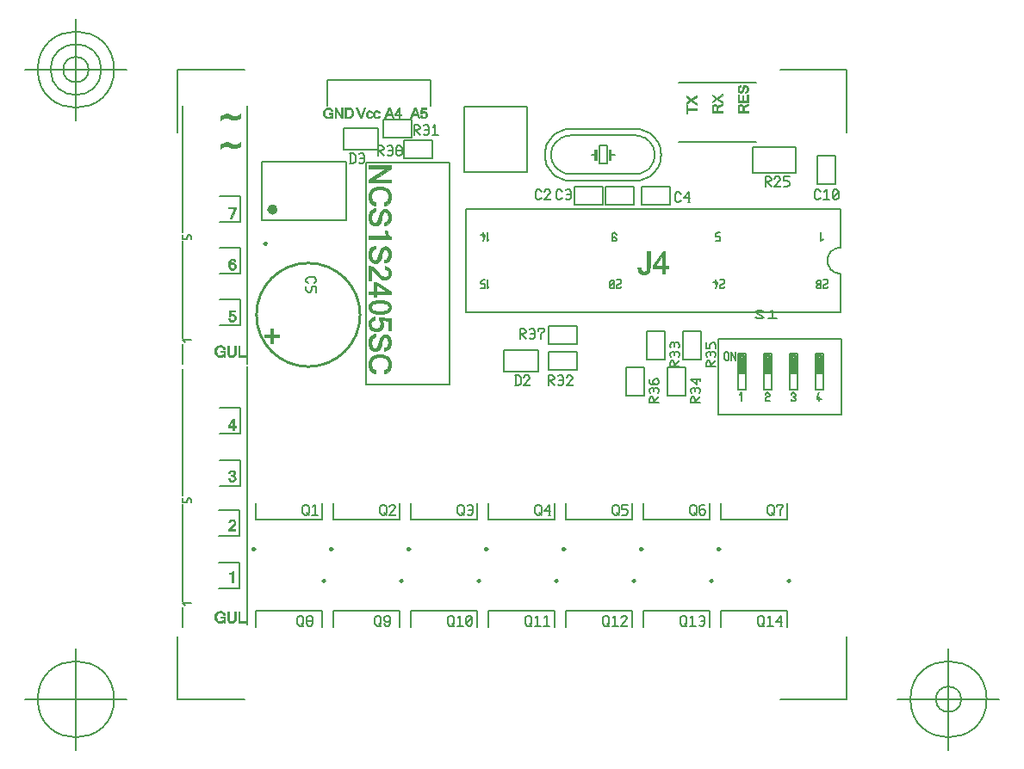
<source format=gbr>
G04 Generated by Ultiboard 14.2 *
%FSLAX24Y24*%
%MOIN*%

%ADD10C,0.0001*%
%ADD11C,0.0061*%
%ADD12C,0.0079*%
%ADD13C,0.0098*%
%ADD14C,0.0080*%
%ADD15C,0.0001*%
%ADD16C,0.0197*%
%ADD17C,0.0091*%
%ADD18C,0.0050*%


G04 ColorRGB FFFF00 for the following layer *
%LNSilkscreen Top*%
%LPD*%
G54D10*
G54D11*
X13158Y3021D02*
X13236Y2943D01*
X13315Y2943D01*
X13393Y3021D01*
X13393Y3257D01*
X13315Y3336D01*
X13236Y3336D01*
X13158Y3257D01*
X13158Y3021D01*
X13315Y3021D02*
X13393Y2943D01*
X13550Y3257D02*
X13628Y3336D01*
X13628Y2943D01*
X13511Y2943D02*
X13746Y2943D01*
X13903Y3257D02*
X13981Y3336D01*
X13981Y2943D01*
X13864Y2943D02*
X14099Y2943D01*
X4334Y3021D02*
X4413Y2943D01*
X4491Y2943D01*
X4570Y3021D01*
X4570Y3257D01*
X4491Y3336D01*
X4413Y3336D01*
X4334Y3257D01*
X4334Y3021D01*
X4491Y3021D02*
X4570Y2943D01*
X4844Y2943D02*
X4766Y2943D01*
X4687Y3021D01*
X4687Y3100D01*
X4726Y3139D01*
X4687Y3179D01*
X4687Y3257D01*
X4766Y3336D01*
X4844Y3336D01*
X4922Y3257D01*
X4922Y3179D01*
X4883Y3139D01*
X4922Y3100D01*
X4922Y3021D01*
X4844Y2943D01*
X4726Y3139D02*
X4883Y3139D01*
X22158Y3021D02*
X22236Y2943D01*
X22315Y2943D01*
X22393Y3021D01*
X22393Y3257D01*
X22315Y3336D01*
X22236Y3336D01*
X22158Y3257D01*
X22158Y3021D01*
X22315Y3021D02*
X22393Y2943D01*
X22550Y3257D02*
X22628Y3336D01*
X22628Y2943D01*
X22511Y2943D02*
X22746Y2943D01*
X23099Y3100D02*
X22864Y3100D01*
X23060Y3336D01*
X23060Y2943D01*
X23020Y2943D02*
X23099Y2943D01*
X19158Y3021D02*
X19236Y2943D01*
X19315Y2943D01*
X19393Y3021D01*
X19393Y3257D01*
X19315Y3336D01*
X19236Y3336D01*
X19158Y3257D01*
X19158Y3021D01*
X19315Y3021D02*
X19393Y2943D01*
X19550Y3257D02*
X19628Y3336D01*
X19628Y2943D01*
X19511Y2943D02*
X19746Y2943D01*
X19903Y3297D02*
X19942Y3336D01*
X20020Y3336D01*
X20099Y3257D01*
X20099Y3179D01*
X20060Y3139D01*
X20099Y3100D01*
X20099Y3021D01*
X20020Y2943D01*
X19942Y2943D01*
X19903Y2982D01*
X19942Y3139D02*
X20060Y3139D01*
X10158Y3021D02*
X10236Y2943D01*
X10315Y2943D01*
X10393Y3021D01*
X10393Y3257D01*
X10315Y3336D01*
X10236Y3336D01*
X10158Y3257D01*
X10158Y3021D01*
X10315Y3021D02*
X10393Y2943D01*
X10550Y3257D02*
X10628Y3336D01*
X10628Y2943D01*
X10511Y2943D02*
X10746Y2943D01*
X10864Y3257D02*
X10942Y3336D01*
X11020Y3336D01*
X11099Y3257D01*
X11099Y3021D01*
X11020Y2943D01*
X10942Y2943D01*
X10864Y3021D01*
X10864Y3257D01*
X11099Y3257D02*
X10864Y3021D01*
X7334Y3021D02*
X7413Y2943D01*
X7491Y2943D01*
X7570Y3021D01*
X7570Y3257D01*
X7491Y3336D01*
X7413Y3336D01*
X7334Y3257D01*
X7334Y3021D01*
X7491Y3021D02*
X7570Y2943D01*
X7687Y3021D02*
X7766Y2943D01*
X7844Y2943D01*
X7922Y3021D01*
X7922Y3179D01*
X7922Y3257D01*
X7844Y3336D01*
X7766Y3336D01*
X7687Y3257D01*
X7687Y3179D01*
X7766Y3100D01*
X7844Y3100D01*
X7922Y3179D01*
X13538Y7321D02*
X13617Y7243D01*
X13695Y7243D01*
X13774Y7321D01*
X13774Y7557D01*
X13695Y7636D01*
X13617Y7636D01*
X13538Y7557D01*
X13538Y7321D01*
X13695Y7321D02*
X13774Y7243D01*
X14126Y7400D02*
X13891Y7400D01*
X14087Y7636D01*
X14087Y7243D01*
X14048Y7243D02*
X14126Y7243D01*
X10538Y7321D02*
X10617Y7243D01*
X10695Y7243D01*
X10774Y7321D01*
X10774Y7557D01*
X10695Y7636D01*
X10617Y7636D01*
X10538Y7557D01*
X10538Y7321D01*
X10695Y7321D02*
X10774Y7243D01*
X10930Y7597D02*
X10970Y7636D01*
X11048Y7636D01*
X11126Y7557D01*
X11126Y7479D01*
X11087Y7439D01*
X11126Y7400D01*
X11126Y7321D01*
X11048Y7243D01*
X10970Y7243D01*
X10930Y7282D01*
X10970Y7439D02*
X11087Y7439D01*
X22538Y7321D02*
X22617Y7243D01*
X22695Y7243D01*
X22774Y7321D01*
X22774Y7557D01*
X22695Y7636D01*
X22617Y7636D01*
X22538Y7557D01*
X22538Y7321D01*
X22695Y7321D02*
X22774Y7243D01*
X23009Y7243D02*
X23009Y7439D01*
X23126Y7557D01*
X23126Y7636D01*
X22891Y7636D01*
X22891Y7557D01*
X19538Y7321D02*
X19617Y7243D01*
X19695Y7243D01*
X19774Y7321D01*
X19774Y7557D01*
X19695Y7636D01*
X19617Y7636D01*
X19538Y7557D01*
X19538Y7321D01*
X19695Y7321D02*
X19774Y7243D01*
X20087Y7636D02*
X19970Y7636D01*
X19891Y7557D01*
X19891Y7400D01*
X19891Y7321D01*
X19970Y7243D01*
X20048Y7243D01*
X20126Y7321D01*
X20126Y7400D01*
X20048Y7479D01*
X19970Y7479D01*
X19891Y7400D01*
X16538Y7321D02*
X16617Y7243D01*
X16695Y7243D01*
X16774Y7321D01*
X16774Y7557D01*
X16695Y7636D01*
X16617Y7636D01*
X16538Y7557D01*
X16538Y7321D01*
X16695Y7321D02*
X16774Y7243D01*
X17126Y7636D02*
X16891Y7636D01*
X16891Y7479D01*
X17048Y7479D01*
X17126Y7400D01*
X17126Y7321D01*
X17048Y7243D01*
X16891Y7243D01*
X7538Y7321D02*
X7617Y7243D01*
X7695Y7243D01*
X7774Y7321D01*
X7774Y7557D01*
X7695Y7636D01*
X7617Y7636D01*
X7538Y7557D01*
X7538Y7321D01*
X7695Y7321D02*
X7774Y7243D01*
X7891Y7557D02*
X7970Y7636D01*
X8048Y7636D01*
X8126Y7557D01*
X8126Y7518D01*
X7891Y7243D01*
X8126Y7243D01*
X8126Y7282D01*
X4538Y7321D02*
X4617Y7243D01*
X4695Y7243D01*
X4774Y7321D01*
X4774Y7557D01*
X4695Y7636D01*
X4617Y7636D01*
X4538Y7557D01*
X4538Y7321D01*
X4695Y7321D02*
X4774Y7243D01*
X4930Y7557D02*
X5009Y7636D01*
X5009Y7243D01*
X4891Y7243D02*
X5126Y7243D01*
X16158Y3021D02*
X16236Y2943D01*
X16315Y2943D01*
X16393Y3021D01*
X16393Y3257D01*
X16315Y3336D01*
X16236Y3336D01*
X16158Y3257D01*
X16158Y3021D01*
X16315Y3021D02*
X16393Y2943D01*
X16550Y3257D02*
X16628Y3336D01*
X16628Y2943D01*
X16511Y2943D02*
X16746Y2943D01*
X16864Y3257D02*
X16942Y3336D01*
X17020Y3336D01*
X17099Y3257D01*
X17099Y3218D01*
X16864Y2943D01*
X17099Y2943D01*
X17099Y2982D01*
G54D12*
X11720Y3525D02*
X14280Y3525D01*
X11720Y2895D02*
X11720Y3525D01*
X14280Y3525D02*
X14280Y2895D01*
X2720Y3525D02*
X5280Y3525D01*
X2720Y2895D02*
X2720Y3525D01*
X5280Y3525D02*
X5280Y2895D01*
X20720Y3525D02*
X23280Y3525D01*
X20720Y2895D02*
X20720Y3525D01*
X23280Y3525D02*
X23280Y2895D01*
X17720Y3525D02*
X20280Y3525D01*
X17720Y2895D02*
X17720Y3525D01*
X20280Y3525D02*
X20280Y2895D01*
X8720Y3525D02*
X11280Y3525D01*
X8720Y2895D02*
X8720Y3525D01*
X11280Y3525D02*
X11280Y2895D01*
X5720Y3525D02*
X8280Y3525D01*
X5720Y2895D02*
X5720Y3525D01*
X8280Y3525D02*
X8280Y2895D01*
X14280Y7075D02*
X11720Y7075D01*
X14280Y7705D02*
X14280Y7075D01*
X11720Y7075D02*
X11720Y7705D01*
X11280Y7075D02*
X8720Y7075D01*
X11280Y7705D02*
X11280Y7075D01*
X8720Y7075D02*
X8720Y7705D01*
X23280Y7075D02*
X20720Y7075D01*
X23280Y7705D02*
X23280Y7075D01*
X20720Y7075D02*
X20720Y7705D01*
X20280Y7075D02*
X17720Y7075D01*
X20280Y7705D02*
X20280Y7075D01*
X17720Y7075D02*
X17720Y7705D01*
X17280Y7075D02*
X14720Y7075D01*
X17280Y7705D02*
X17280Y7075D01*
X14720Y7075D02*
X14720Y7705D01*
X2966Y20932D02*
X6234Y20932D01*
X6234Y18668D01*
X2966Y18668D01*
X2966Y20932D01*
X8280Y7075D02*
X5720Y7075D01*
X8280Y7705D02*
X8280Y7075D01*
X5720Y7075D02*
X5720Y7705D01*
X5280Y7075D02*
X2720Y7075D01*
X5280Y7705D02*
X5280Y7075D01*
X2720Y7075D02*
X2720Y7705D01*
X14720Y3525D02*
X17280Y3525D01*
X14720Y2895D02*
X14720Y3525D01*
X17280Y3525D02*
X17280Y2895D01*
G54D13*
X14309Y4687D02*
G75*
D01*
G02X14309Y4687I49J0*
G01*
X5309Y4687D02*
G75*
D01*
G02X5309Y4687I49J0*
G01*
X23309Y4687D02*
G75*
D01*
G02X23309Y4687I49J0*
G01*
X20309Y4687D02*
G75*
D01*
G02X20309Y4687I49J0*
G01*
X11309Y4687D02*
G75*
D01*
G02X11309Y4687I49J0*
G01*
X8309Y4687D02*
G75*
D01*
G02X8309Y4687I49J0*
G01*
X11593Y5913D02*
G75*
D01*
G02X11593Y5913I49J0*
G01*
X8593Y5913D02*
G75*
D01*
G02X8593Y5913I49J0*
G01*
X20593Y5913D02*
G75*
D01*
G02X20593Y5913I49J0*
G01*
X17593Y5913D02*
G75*
D01*
G02X17593Y5913I49J0*
G01*
X14593Y5913D02*
G75*
D01*
G02X14593Y5913I49J0*
G01*
X3051Y17750D02*
G75*
D01*
G02X3051Y17750I49J0*
G01*
X5593Y5913D02*
G75*
D01*
G02X5593Y5913I49J0*
G01*
X2593Y5913D02*
G75*
D01*
G02X2593Y5913I49J0*
G01*
X17309Y4687D02*
G75*
D01*
G02X17309Y4687I49J0*
G01*
G54D14*
X12739Y12267D02*
X12896Y12267D01*
X12974Y12346D01*
X12974Y12582D01*
X12896Y12661D01*
X12739Y12661D01*
X12778Y12661D02*
X12778Y12267D01*
X13092Y12582D02*
X13170Y12661D01*
X13249Y12661D01*
X13327Y12582D01*
X13327Y12543D01*
X13092Y12267D01*
X13327Y12267D01*
X13327Y12306D01*
X12333Y13617D02*
X13667Y13617D01*
X13667Y12783D02*
X12333Y12783D01*
X13667Y13617D02*
X13667Y12783D01*
X12333Y12783D02*
X12333Y13617D01*
X10850Y19100D02*
X25350Y19100D01*
X25350Y15100D02*
X10850Y15100D01*
X25350Y16600D02*
X25350Y15100D01*
X24433Y16267D02*
X24434Y16259D01*
X24435Y16252D01*
X24436Y16245D01*
X24438Y16238D01*
X24441Y16231D01*
X24444Y16225D01*
X24448Y16219D01*
X24453Y16213D01*
X24458Y16208D01*
X24463Y16203D01*
X24469Y16198D01*
X24475Y16194D01*
X24481Y16191D01*
X24488Y16188D01*
X24495Y16186D01*
X24502Y16185D01*
X24509Y16184D01*
X24517Y16183D01*
X24524Y16184D01*
X24531Y16185D01*
X24538Y16186D01*
X24545Y16188D01*
X24552Y16191D01*
X24558Y16194D01*
X24564Y16198D01*
X24570Y16203D01*
X24576Y16208D01*
X24580Y16213D01*
X24585Y16219D01*
X24589Y16225D01*
X24592Y16231D01*
X24595Y16238D01*
X24597Y16245D01*
X24599Y16252D01*
X24600Y16259D01*
X24600Y16267D01*
X24600Y16274D01*
X24599Y16281D01*
X24597Y16288D01*
X24595Y16295D01*
X24592Y16302D01*
X24589Y16308D01*
X24585Y16314D01*
X24580Y16320D01*
X24576Y16326D01*
X24570Y16330D01*
X24564Y16335D01*
X24558Y16339D01*
X24552Y16342D01*
X24545Y16345D01*
X24538Y16347D01*
X24531Y16349D01*
X24524Y16350D01*
X24517Y16350D01*
X24509Y16350D01*
X24502Y16349D01*
X24495Y16347D01*
X24488Y16345D01*
X24481Y16342D01*
X24475Y16339D01*
X24469Y16335D01*
X24463Y16330D01*
X24458Y16326D01*
X24453Y16320D01*
X24448Y16314D01*
X24444Y16308D01*
X24441Y16302D01*
X24438Y16295D01*
X24436Y16288D01*
X24435Y16281D01*
X24434Y16274D01*
X24433Y16267D01*
X24767Y16183D02*
X24774Y16184D01*
X24781Y16185D01*
X24788Y16186D01*
X24795Y16188D01*
X24802Y16191D01*
X24808Y16194D01*
X24814Y16198D01*
X24820Y16203D01*
X24826Y16208D01*
X24830Y16213D01*
X24835Y16219D01*
X24839Y16225D01*
X24842Y16231D01*
X24845Y16238D01*
X24847Y16245D01*
X24849Y16252D01*
X24850Y16259D01*
X24850Y16267D01*
X24850Y16267D01*
X24850Y16350D02*
X24850Y16267D01*
X25350Y19100D02*
X25350Y17600D01*
X24600Y17850D02*
X24683Y17933D01*
X24600Y18183D02*
X24600Y17850D01*
X25350Y17600D02*
X25306Y17598D01*
X25263Y17592D01*
X25221Y17583D01*
X25179Y17570D01*
X25139Y17553D01*
X25100Y17533D01*
X25063Y17510D01*
X25029Y17483D01*
X24996Y17454D01*
X24967Y17421D01*
X24940Y17387D01*
X24917Y17350D01*
X24897Y17311D01*
X24880Y17271D01*
X24867Y17229D01*
X24858Y17187D01*
X24852Y17144D01*
X24850Y17100D01*
X24852Y17056D01*
X24858Y17013D01*
X24867Y16971D01*
X24880Y16929D01*
X24897Y16889D01*
X24917Y16850D01*
X24940Y16813D01*
X24967Y16779D01*
X24996Y16746D01*
X25029Y16717D01*
X25063Y16690D01*
X25100Y16667D01*
X25139Y16647D01*
X25179Y16630D01*
X25221Y16617D01*
X25263Y16608D01*
X25306Y16602D01*
X25350Y16600D01*
X24683Y16350D02*
X24850Y16350D01*
X24433Y16100D02*
X24434Y16093D01*
X24435Y16086D01*
X24436Y16078D01*
X24438Y16071D01*
X24441Y16065D01*
X24444Y16058D01*
X24448Y16052D01*
X24453Y16046D01*
X24458Y16041D01*
X24463Y16036D01*
X24469Y16032D01*
X24475Y16028D01*
X24481Y16024D01*
X24488Y16022D01*
X24495Y16020D01*
X24502Y16018D01*
X24509Y16017D01*
X24517Y16017D01*
X24524Y16017D01*
X24531Y16018D01*
X24538Y16020D01*
X24545Y16022D01*
X24552Y16024D01*
X24558Y16028D01*
X24564Y16032D01*
X24570Y16036D01*
X24576Y16041D01*
X24580Y16046D01*
X24585Y16052D01*
X24589Y16058D01*
X24592Y16065D01*
X24595Y16071D01*
X24597Y16078D01*
X24599Y16086D01*
X24600Y16093D01*
X24600Y16100D01*
X24600Y16107D01*
X24599Y16114D01*
X24597Y16122D01*
X24595Y16129D01*
X24592Y16135D01*
X24589Y16142D01*
X24585Y16148D01*
X24580Y16154D01*
X24576Y16159D01*
X24570Y16164D01*
X24564Y16168D01*
X24558Y16172D01*
X24552Y16176D01*
X24545Y16178D01*
X24538Y16180D01*
X24531Y16182D01*
X24524Y16183D01*
X24517Y16183D01*
X24509Y16183D01*
X24502Y16182D01*
X24495Y16180D01*
X24488Y16178D01*
X24481Y16176D01*
X24475Y16172D01*
X24469Y16168D01*
X24463Y16164D01*
X24458Y16159D01*
X24453Y16154D01*
X24448Y16148D01*
X24444Y16142D01*
X24441Y16135D01*
X24438Y16129D01*
X24436Y16122D01*
X24435Y16114D01*
X24434Y16107D01*
X24433Y16100D01*
X24767Y16183D02*
X24759Y16183D01*
X24752Y16182D01*
X24745Y16180D01*
X24738Y16178D01*
X24731Y16176D01*
X24725Y16172D01*
X24719Y16168D01*
X24713Y16164D01*
X24708Y16159D01*
X24703Y16154D01*
X24698Y16148D01*
X24694Y16142D01*
X24691Y16135D01*
X24688Y16129D01*
X24686Y16122D01*
X24685Y16114D01*
X24684Y16107D01*
X24683Y16100D01*
X24684Y16093D01*
X24685Y16086D01*
X24686Y16078D01*
X24688Y16071D01*
X24691Y16065D01*
X24694Y16058D01*
X24698Y16052D01*
X24703Y16046D01*
X24708Y16041D01*
X24713Y16036D01*
X24719Y16032D01*
X24725Y16028D01*
X24731Y16024D01*
X24738Y16022D01*
X24745Y16020D01*
X24752Y16018D01*
X24759Y16017D01*
X24767Y16017D01*
X24774Y16017D01*
X24781Y16018D01*
X24788Y16020D01*
X24795Y16022D01*
X24802Y16024D01*
X24808Y16028D01*
X24814Y16032D01*
X24820Y16036D01*
X24826Y16041D01*
X24830Y16046D01*
X24835Y16052D01*
X24839Y16058D01*
X24842Y16065D01*
X24845Y16071D01*
X24847Y16078D01*
X24849Y16086D01*
X24850Y16093D01*
X24850Y16100D01*
X20600Y16267D02*
X20600Y16183D01*
X20433Y16267D02*
X20600Y16267D01*
X20767Y16183D02*
X20774Y16184D01*
X20781Y16185D01*
X20788Y16186D01*
X20795Y16188D01*
X20802Y16191D01*
X20808Y16194D01*
X20814Y16198D01*
X20820Y16203D01*
X20826Y16208D01*
X20830Y16213D01*
X20835Y16219D01*
X20839Y16225D01*
X20842Y16231D01*
X20845Y16238D01*
X20847Y16245D01*
X20849Y16252D01*
X20850Y16259D01*
X20850Y16267D01*
X20850Y16350D02*
X20850Y16267D01*
X20517Y16350D02*
X20517Y16183D01*
X20683Y17850D02*
X20517Y17850D01*
X20683Y18017D02*
X20683Y17850D01*
X20600Y18183D02*
X20593Y18183D01*
X20586Y18182D01*
X20578Y18180D01*
X20571Y18178D01*
X20565Y18176D01*
X20558Y18172D01*
X20552Y18168D01*
X20546Y18164D01*
X20541Y18159D01*
X20536Y18154D01*
X20532Y18148D01*
X20528Y18142D01*
X20524Y18135D01*
X20522Y18129D01*
X20520Y18122D01*
X20518Y18114D01*
X20517Y18107D01*
X20517Y18100D01*
X20517Y18093D01*
X20518Y18086D01*
X20520Y18078D01*
X20522Y18071D01*
X20524Y18065D01*
X20528Y18058D01*
X20532Y18052D01*
X20536Y18046D01*
X20541Y18041D01*
X20546Y18036D01*
X20552Y18032D01*
X20558Y18028D01*
X20565Y18024D01*
X20571Y18022D01*
X20578Y18020D01*
X20586Y18018D01*
X20593Y18017D01*
X20600Y18017D01*
X20683Y18183D02*
X20600Y18183D01*
X20683Y18017D02*
X20600Y18017D01*
X20683Y16350D02*
X20850Y16350D01*
X20600Y16183D02*
X20517Y16017D01*
X20767Y16183D02*
X20759Y16183D01*
X20752Y16182D01*
X20745Y16180D01*
X20738Y16178D01*
X20731Y16176D01*
X20725Y16172D01*
X20719Y16168D01*
X20713Y16164D01*
X20708Y16159D01*
X20703Y16154D01*
X20698Y16148D01*
X20694Y16142D01*
X20691Y16135D01*
X20688Y16129D01*
X20686Y16122D01*
X20685Y16114D01*
X20684Y16107D01*
X20683Y16100D01*
X20684Y16093D01*
X20685Y16086D01*
X20686Y16078D01*
X20688Y16071D01*
X20691Y16065D01*
X20694Y16058D01*
X20698Y16052D01*
X20703Y16046D01*
X20708Y16041D01*
X20713Y16036D01*
X20719Y16032D01*
X20725Y16028D01*
X20731Y16024D01*
X20738Y16022D01*
X20745Y16020D01*
X20752Y16018D01*
X20759Y16017D01*
X20767Y16017D01*
X20774Y16017D01*
X20781Y16018D01*
X20788Y16020D01*
X20795Y16022D01*
X20802Y16024D01*
X20808Y16028D01*
X20814Y16032D01*
X20820Y16036D01*
X20826Y16041D01*
X20830Y16046D01*
X20835Y16052D01*
X20839Y16058D01*
X20842Y16065D01*
X20845Y16071D01*
X20847Y16078D01*
X20849Y16086D01*
X20850Y16093D01*
X20850Y16100D01*
X16517Y17933D02*
X16517Y17926D01*
X16518Y17919D01*
X16520Y17912D01*
X16522Y17905D01*
X16524Y17898D01*
X16528Y17892D01*
X16532Y17886D01*
X16536Y17880D01*
X16541Y17874D01*
X16546Y17870D01*
X16552Y17865D01*
X16558Y17861D01*
X16565Y17858D01*
X16571Y17855D01*
X16578Y17853D01*
X16586Y17851D01*
X16593Y17850D01*
X16600Y17850D01*
X16607Y17850D01*
X16614Y17851D01*
X16622Y17853D01*
X16629Y17855D01*
X16635Y17858D01*
X16642Y17861D01*
X16648Y17865D01*
X16654Y17870D01*
X16659Y17874D01*
X16664Y17880D01*
X16668Y17886D01*
X16672Y17892D01*
X16676Y17898D01*
X16678Y17905D01*
X16680Y17912D01*
X16682Y17919D01*
X16683Y17926D01*
X16683Y17933D01*
X16683Y17941D01*
X16682Y17948D01*
X16680Y17955D01*
X16678Y17962D01*
X16676Y17969D01*
X16672Y17975D01*
X16668Y17981D01*
X16664Y17987D01*
X16659Y17992D01*
X16654Y17997D01*
X16648Y18002D01*
X16642Y18006D01*
X16635Y18009D01*
X16629Y18012D01*
X16622Y18014D01*
X16614Y18015D01*
X16607Y18016D01*
X16600Y18017D01*
X16593Y18016D01*
X16586Y18015D01*
X16578Y18014D01*
X16571Y18012D01*
X16565Y18009D01*
X16558Y18006D01*
X16552Y18002D01*
X16546Y17997D01*
X16541Y17992D01*
X16536Y17987D01*
X16532Y17981D01*
X16528Y17975D01*
X16524Y17969D01*
X16522Y17962D01*
X16520Y17955D01*
X16518Y17948D01*
X16517Y17941D01*
X16517Y17933D01*
X16683Y18100D02*
X16683Y18107D01*
X16682Y18114D01*
X16680Y18122D01*
X16678Y18129D01*
X16676Y18135D01*
X16672Y18142D01*
X16668Y18148D01*
X16664Y18154D01*
X16659Y18159D01*
X16654Y18164D01*
X16648Y18168D01*
X16642Y18172D01*
X16635Y18176D01*
X16629Y18178D01*
X16622Y18180D01*
X16614Y18182D01*
X16607Y18183D01*
X16600Y18183D01*
X16593Y18183D01*
X16586Y18182D01*
X16578Y18180D01*
X16571Y18178D01*
X16565Y18176D01*
X16558Y18172D01*
X16552Y18168D01*
X16546Y18164D01*
X16541Y18159D01*
X16536Y18154D01*
X16532Y18148D01*
X16528Y18142D01*
X16524Y18135D01*
X16522Y18129D01*
X16520Y18122D01*
X16518Y18114D01*
X16517Y18107D01*
X16517Y18100D01*
X16517Y17933D01*
X16433Y16100D02*
X16600Y16267D01*
X16600Y16274D01*
X16599Y16281D01*
X16597Y16288D01*
X16595Y16295D01*
X16592Y16302D01*
X16589Y16308D01*
X16585Y16314D01*
X16580Y16320D01*
X16576Y16326D01*
X16570Y16330D01*
X16564Y16335D01*
X16558Y16339D01*
X16552Y16342D01*
X16545Y16345D01*
X16538Y16347D01*
X16531Y16349D01*
X16524Y16350D01*
X16517Y16350D01*
X16509Y16350D01*
X16502Y16349D01*
X16495Y16347D01*
X16488Y16345D01*
X16481Y16342D01*
X16475Y16339D01*
X16469Y16335D01*
X16463Y16330D01*
X16458Y16326D01*
X16453Y16320D01*
X16448Y16314D01*
X16444Y16308D01*
X16441Y16302D01*
X16438Y16295D01*
X16436Y16288D01*
X16435Y16281D01*
X16434Y16274D01*
X16433Y16267D01*
X16433Y16100D02*
X16434Y16093D01*
X16435Y16086D01*
X16436Y16078D01*
X16438Y16071D01*
X16441Y16065D01*
X16444Y16058D01*
X16448Y16052D01*
X16453Y16046D01*
X16458Y16041D01*
X16463Y16036D01*
X16469Y16032D01*
X16475Y16028D01*
X16481Y16024D01*
X16488Y16022D01*
X16495Y16020D01*
X16502Y16018D01*
X16509Y16017D01*
X16517Y16017D01*
X16524Y16017D01*
X16531Y16018D01*
X16538Y16020D01*
X16545Y16022D01*
X16552Y16024D01*
X16558Y16028D01*
X16564Y16032D01*
X16570Y16036D01*
X16576Y16041D01*
X16580Y16046D01*
X16585Y16052D01*
X16589Y16058D01*
X16592Y16065D01*
X16595Y16071D01*
X16597Y16078D01*
X16599Y16086D01*
X16600Y16093D01*
X16600Y16100D01*
X16767Y16183D02*
X16774Y16184D01*
X16781Y16185D01*
X16788Y16186D01*
X16795Y16188D01*
X16802Y16191D01*
X16808Y16194D01*
X16814Y16198D01*
X16820Y16203D01*
X16826Y16208D01*
X16830Y16213D01*
X16835Y16219D01*
X16839Y16225D01*
X16842Y16231D01*
X16845Y16238D01*
X16847Y16245D01*
X16849Y16252D01*
X16850Y16259D01*
X16850Y16267D01*
X16850Y16350D02*
X16850Y16267D01*
X16600Y16183D02*
X16600Y16267D01*
X16683Y16350D02*
X16850Y16350D01*
X16767Y16183D02*
X16759Y16183D01*
X16752Y16182D01*
X16745Y16180D01*
X16738Y16178D01*
X16731Y16176D01*
X16725Y16172D01*
X16719Y16168D01*
X16713Y16164D01*
X16708Y16159D01*
X16703Y16154D01*
X16698Y16148D01*
X16694Y16142D01*
X16691Y16135D01*
X16688Y16129D01*
X16686Y16122D01*
X16685Y16114D01*
X16684Y16107D01*
X16683Y16100D01*
X16684Y16093D01*
X16685Y16086D01*
X16686Y16078D01*
X16688Y16071D01*
X16691Y16065D01*
X16694Y16058D01*
X16698Y16052D01*
X16703Y16046D01*
X16708Y16041D01*
X16713Y16036D01*
X16719Y16032D01*
X16725Y16028D01*
X16731Y16024D01*
X16738Y16022D01*
X16745Y16020D01*
X16752Y16018D01*
X16759Y16017D01*
X16767Y16017D01*
X16774Y16017D01*
X16781Y16018D01*
X16788Y16020D01*
X16795Y16022D01*
X16802Y16024D01*
X16808Y16028D01*
X16814Y16032D01*
X16820Y16036D01*
X16826Y16041D01*
X16830Y16046D01*
X16835Y16052D01*
X16839Y16058D01*
X16842Y16065D01*
X16845Y16071D01*
X16847Y16078D01*
X16849Y16086D01*
X16850Y16093D01*
X16850Y16100D01*
X16600Y16183D02*
X16600Y16100D01*
X16433Y16100D02*
X16433Y16267D01*
X10850Y15100D02*
X10850Y19100D01*
X11517Y16350D02*
X11509Y16350D01*
X11502Y16349D01*
X11495Y16347D01*
X11488Y16345D01*
X11481Y16342D01*
X11475Y16339D01*
X11469Y16335D01*
X11463Y16330D01*
X11458Y16326D01*
X11453Y16320D01*
X11448Y16314D01*
X11444Y16308D01*
X11441Y16302D01*
X11438Y16295D01*
X11436Y16288D01*
X11435Y16281D01*
X11434Y16274D01*
X11433Y16267D01*
X11434Y16259D01*
X11435Y16252D01*
X11436Y16245D01*
X11438Y16238D01*
X11441Y16231D01*
X11444Y16225D01*
X11448Y16219D01*
X11453Y16213D01*
X11458Y16208D01*
X11463Y16203D01*
X11469Y16198D01*
X11475Y16194D01*
X11481Y16191D01*
X11488Y16188D01*
X11495Y16186D01*
X11502Y16185D01*
X11509Y16184D01*
X11517Y16183D01*
X11683Y16350D02*
X11683Y16017D01*
X11683Y18183D02*
X11683Y17850D01*
X11600Y18017D02*
X11517Y17850D01*
X11683Y17850D02*
X11767Y17933D01*
X11517Y18183D02*
X11517Y18017D01*
X11433Y18100D02*
X11600Y18100D01*
X11600Y18017D01*
X11600Y16350D02*
X11517Y16350D01*
X11433Y16017D02*
X11600Y16017D01*
X11600Y16183D02*
X11517Y16183D01*
X11600Y16017D02*
X11600Y16183D01*
X11683Y16017D02*
X11767Y16100D01*
X-100Y3900D02*
X-100Y7650D01*
X-100Y2900D02*
X-100Y3650D01*
X-100Y3817D02*
X233Y3817D01*
X-17Y3733D02*
X-100Y3817D01*
X-100Y12900D02*
X-100Y7983D01*
X-100Y7733D02*
X-100Y7900D01*
X67Y7733D02*
X-100Y7733D01*
X67Y7733D02*
X67Y7817D01*
X233Y7733D02*
X233Y7817D01*
X233Y7824D01*
X232Y7831D01*
X230Y7838D01*
X228Y7845D01*
X226Y7852D01*
X222Y7858D01*
X218Y7864D01*
X214Y7870D01*
X209Y7876D01*
X204Y7880D01*
X198Y7885D01*
X192Y7889D01*
X185Y7892D01*
X179Y7895D01*
X172Y7897D01*
X164Y7899D01*
X157Y7900D01*
X150Y7900D01*
X143Y7900D01*
X136Y7899D01*
X128Y7897D01*
X121Y7895D01*
X115Y7892D01*
X108Y7889D01*
X102Y7885D01*
X96Y7880D01*
X91Y7876D01*
X86Y7870D01*
X82Y7864D01*
X78Y7858D01*
X74Y7852D01*
X72Y7845D01*
X70Y7838D01*
X68Y7831D01*
X67Y7824D01*
X67Y7817D01*
X2400Y13000D02*
X2400Y3000D01*
X1300Y5400D02*
X2100Y5400D01*
X2100Y4400D01*
X1300Y4400D01*
X2076Y6420D02*
X1276Y6420D01*
X2076Y7420D02*
X2076Y6420D01*
X1276Y7420D02*
X2076Y7420D01*
X2127Y8371D02*
X1327Y8371D01*
X2127Y9371D02*
X2127Y8371D01*
X1327Y9371D02*
X2127Y9371D01*
X2132Y10410D02*
X1332Y10410D01*
X2132Y11410D02*
X2132Y10410D01*
X1332Y11410D02*
X2132Y11410D01*
X-100Y14100D02*
X-100Y17850D01*
X-100Y13100D02*
X-100Y13850D01*
X-100Y14017D02*
X233Y14017D01*
X-17Y13933D02*
X-100Y14017D01*
X-100Y23100D02*
X-100Y18183D01*
X-100Y17933D02*
X-100Y18100D01*
X67Y17933D02*
X-100Y17933D01*
X67Y17933D02*
X67Y18017D01*
X233Y17933D02*
X233Y18017D01*
X233Y18024D01*
X232Y18031D01*
X230Y18038D01*
X228Y18045D01*
X226Y18052D01*
X222Y18058D01*
X218Y18064D01*
X214Y18070D01*
X209Y18076D01*
X204Y18080D01*
X198Y18085D01*
X192Y18089D01*
X185Y18092D01*
X179Y18095D01*
X172Y18097D01*
X164Y18099D01*
X157Y18100D01*
X150Y18100D01*
X143Y18100D01*
X136Y18099D01*
X128Y18097D01*
X121Y18095D01*
X115Y18092D01*
X108Y18089D01*
X102Y18085D01*
X96Y18080D01*
X91Y18076D01*
X86Y18070D01*
X82Y18064D01*
X78Y18058D01*
X74Y18052D01*
X72Y18045D01*
X70Y18038D01*
X68Y18031D01*
X67Y18024D01*
X67Y18017D01*
X2400Y23100D02*
X2400Y13100D01*
X2132Y14610D02*
X1332Y14610D01*
X2132Y15610D02*
X2132Y14610D01*
X1332Y15610D02*
X2132Y15610D01*
X2132Y16610D02*
X1332Y16610D01*
X2132Y17610D02*
X2132Y16610D01*
X1332Y17610D02*
X2132Y17610D01*
X2132Y18610D02*
X1332Y18610D01*
X2132Y19610D02*
X2132Y18610D01*
X1332Y19610D02*
X2132Y19610D01*
X24574Y19546D02*
X24496Y19467D01*
X24418Y19467D01*
X24339Y19546D01*
X24339Y19782D01*
X24418Y19861D01*
X24496Y19861D01*
X24574Y19782D01*
X24731Y19782D02*
X24809Y19861D01*
X24809Y19467D01*
X24692Y19467D02*
X24927Y19467D01*
X25045Y19782D02*
X25123Y19861D01*
X25201Y19861D01*
X25280Y19782D01*
X25280Y19546D01*
X25201Y19467D01*
X25123Y19467D01*
X25045Y19546D01*
X25045Y19782D01*
X25280Y19782D02*
X25045Y19546D01*
X24450Y20050D02*
X24450Y21150D01*
X25150Y21150D02*
X25150Y20050D01*
X24450Y21150D02*
X25150Y21150D01*
X25150Y20050D02*
X24450Y20050D01*
X22439Y19967D02*
X22439Y20361D01*
X22596Y20361D01*
X22674Y20282D01*
X22674Y20243D01*
X22596Y20164D01*
X22439Y20164D01*
X22478Y20164D02*
X22674Y19967D01*
X22792Y20282D02*
X22870Y20361D01*
X22949Y20361D01*
X23027Y20282D01*
X23027Y20243D01*
X22792Y19967D01*
X23027Y19967D01*
X23027Y20006D01*
X23380Y20361D02*
X23145Y20361D01*
X23145Y20203D01*
X23301Y20203D01*
X23380Y20124D01*
X23380Y20046D01*
X23301Y19967D01*
X23145Y19967D01*
X21967Y21500D02*
X23633Y21500D01*
X23633Y20500D02*
X21967Y20500D01*
X23633Y21500D02*
X23633Y20500D01*
X21967Y20500D02*
X21967Y21500D01*
X14039Y12267D02*
X14039Y12661D01*
X14196Y12661D01*
X14274Y12582D01*
X14274Y12543D01*
X14196Y12464D01*
X14039Y12464D01*
X14078Y12464D02*
X14274Y12267D01*
X14431Y12621D02*
X14470Y12661D01*
X14549Y12661D01*
X14627Y12582D01*
X14627Y12503D01*
X14588Y12464D01*
X14627Y12424D01*
X14627Y12346D01*
X14549Y12267D01*
X14470Y12267D01*
X14431Y12306D01*
X14470Y12464D02*
X14588Y12464D01*
X14745Y12582D02*
X14823Y12661D01*
X14901Y12661D01*
X14980Y12582D01*
X14980Y12543D01*
X14745Y12267D01*
X14980Y12267D01*
X14980Y12306D01*
X15150Y12850D02*
X14050Y12850D01*
X14050Y13550D02*
X15150Y13550D01*
X14050Y12850D02*
X14050Y13550D01*
X15150Y13550D02*
X15150Y12850D01*
X14574Y19546D02*
X14496Y19467D01*
X14418Y19467D01*
X14339Y19546D01*
X14339Y19782D01*
X14418Y19861D01*
X14496Y19861D01*
X14574Y19782D01*
X14731Y19821D02*
X14770Y19861D01*
X14849Y19861D01*
X14927Y19782D01*
X14927Y19703D01*
X14888Y19664D01*
X14927Y19624D01*
X14927Y19546D01*
X14849Y19467D01*
X14770Y19467D01*
X14731Y19506D01*
X14770Y19664D02*
X14888Y19664D01*
X17350Y19250D02*
X16250Y19250D01*
X16250Y19950D02*
X17350Y19950D01*
X16250Y19250D02*
X16250Y19950D01*
X17350Y19950D02*
X17350Y19250D01*
X13774Y19546D02*
X13696Y19467D01*
X13618Y19467D01*
X13539Y19546D01*
X13539Y19782D01*
X13618Y19861D01*
X13696Y19861D01*
X13774Y19782D01*
X13892Y19782D02*
X13970Y19861D01*
X14049Y19861D01*
X14127Y19782D01*
X14127Y19743D01*
X13892Y19467D01*
X14127Y19467D01*
X14127Y19506D01*
X15050Y19950D02*
X16150Y19950D01*
X16150Y19250D02*
X15050Y19250D01*
X16150Y19950D02*
X16150Y19250D01*
X15050Y19250D02*
X15050Y19950D01*
X19174Y19446D02*
X19096Y19367D01*
X19018Y19367D01*
X18939Y19446D01*
X18939Y19682D01*
X19018Y19761D01*
X19096Y19761D01*
X19174Y19682D01*
X19527Y19524D02*
X19292Y19524D01*
X19488Y19761D01*
X19488Y19367D01*
X19449Y19367D02*
X19527Y19367D01*
X17650Y19950D02*
X18750Y19950D01*
X18750Y19250D02*
X17650Y19250D01*
X18750Y19950D02*
X18750Y19250D01*
X17650Y19250D02*
X17650Y19950D01*
X14908Y20200D02*
X17408Y20200D01*
X14908Y20450D02*
X17408Y20450D01*
X14908Y21950D02*
X17408Y21950D01*
X14908Y22200D02*
X17408Y22200D01*
X16008Y20850D02*
X16308Y20850D01*
X16308Y21550D02*
X16008Y21550D01*
X14908Y22200D02*
X14821Y22196D01*
X14735Y22185D01*
X14650Y22166D01*
X14566Y22140D01*
X14486Y22106D01*
X14408Y22066D01*
X14335Y22019D01*
X14266Y21966D01*
X14201Y21907D01*
X14142Y21843D01*
X14089Y21774D01*
X14042Y21700D01*
X14002Y21623D01*
X13969Y21542D01*
X13942Y21459D01*
X13924Y21374D01*
X13912Y21287D01*
X13908Y21200D01*
X13912Y21113D01*
X13924Y21026D01*
X13942Y20941D01*
X13969Y20858D01*
X14002Y20777D01*
X14042Y20700D01*
X14089Y20626D01*
X14142Y20557D01*
X14201Y20493D01*
X14266Y20434D01*
X14335Y20381D01*
X14408Y20334D01*
X14486Y20294D01*
X14566Y20260D01*
X14650Y20234D01*
X14735Y20215D01*
X14821Y20204D01*
X14908Y20200D01*
X14908Y20200D01*
X14908Y21950D02*
X14843Y21947D01*
X14778Y21939D01*
X14714Y21924D01*
X14652Y21905D01*
X14591Y21880D01*
X14533Y21850D01*
X14478Y21814D01*
X14426Y21775D01*
X14378Y21730D01*
X14334Y21682D01*
X14294Y21630D01*
X14259Y21575D01*
X14229Y21517D01*
X14204Y21457D01*
X14184Y21394D01*
X14170Y21330D01*
X14161Y21265D01*
X14158Y21200D01*
X14161Y21135D01*
X14170Y21070D01*
X14184Y21006D01*
X14204Y20943D01*
X14229Y20883D01*
X14259Y20825D01*
X14294Y20770D01*
X14334Y20718D01*
X14378Y20670D01*
X14426Y20625D01*
X14478Y20586D01*
X14533Y20550D01*
X14591Y20520D01*
X14652Y20495D01*
X14714Y20476D01*
X14778Y20461D01*
X14843Y20453D01*
X14908Y20450D01*
X14908Y20450D01*
X16008Y21550D02*
X16008Y20850D01*
X15908Y21000D02*
X15908Y21400D01*
X15858Y21400D02*
X15858Y21000D01*
X15858Y21200D02*
X15708Y21200D01*
X17408Y20200D02*
X17496Y20204D01*
X17582Y20215D01*
X17667Y20234D01*
X17750Y20260D01*
X17831Y20294D01*
X17908Y20334D01*
X17982Y20381D01*
X18051Y20434D01*
X18115Y20493D01*
X18174Y20557D01*
X18227Y20626D01*
X18274Y20700D01*
X18315Y20777D01*
X18348Y20858D01*
X18374Y20941D01*
X18393Y21026D01*
X18405Y21113D01*
X18408Y21200D01*
X18405Y21287D01*
X18393Y21374D01*
X18374Y21459D01*
X18348Y21542D01*
X18315Y21623D01*
X18274Y21700D01*
X18227Y21774D01*
X18174Y21843D01*
X18115Y21907D01*
X18051Y21966D01*
X17982Y22019D01*
X17908Y22066D01*
X17831Y22106D01*
X17750Y22140D01*
X17667Y22166D01*
X17582Y22185D01*
X17496Y22196D01*
X17408Y22200D01*
X17408Y20450D02*
X17474Y20453D01*
X17539Y20461D01*
X17602Y20476D01*
X17665Y20495D01*
X17725Y20520D01*
X17783Y20550D01*
X17839Y20586D01*
X17890Y20625D01*
X17939Y20670D01*
X17983Y20718D01*
X18023Y20770D01*
X18058Y20825D01*
X18088Y20883D01*
X18113Y20943D01*
X18133Y21006D01*
X18147Y21070D01*
X18155Y21135D01*
X18158Y21200D01*
X18155Y21265D01*
X18147Y21330D01*
X18133Y21394D01*
X18113Y21457D01*
X18088Y21517D01*
X18058Y21575D01*
X18023Y21630D01*
X17983Y21682D01*
X17939Y21730D01*
X17890Y21775D01*
X17839Y21814D01*
X17783Y21850D01*
X17725Y21880D01*
X17665Y21905D01*
X17602Y21924D01*
X17539Y21939D01*
X17474Y21947D01*
X17408Y21950D01*
X16308Y21550D02*
X16308Y20850D01*
X16408Y21400D02*
X16408Y21000D01*
X16458Y21400D02*
X16458Y21000D01*
X16458Y21200D02*
X16608Y21200D01*
X19100Y21700D02*
X21100Y21700D01*
X21001Y21700D02*
X22100Y21700D01*
X19100Y24000D02*
X22100Y24000D01*
X10780Y20520D02*
X13220Y20520D01*
X13220Y23080D01*
X10780Y23080D01*
X10780Y20520D01*
X4746Y16226D02*
X4667Y16304D01*
X4667Y16382D01*
X4746Y16461D01*
X4982Y16461D01*
X5061Y16382D01*
X5061Y16304D01*
X4982Y16226D01*
X5061Y15873D02*
X5061Y16108D01*
X4903Y16108D01*
X4903Y15951D01*
X4824Y15873D01*
X4746Y15873D01*
X4667Y15951D01*
X4667Y16108D01*
X6986Y20905D02*
X6986Y12295D01*
X10214Y12295D01*
X10214Y20905D01*
X6986Y20905D01*
X8839Y21967D02*
X8839Y22361D01*
X8996Y22361D01*
X9074Y22282D01*
X9074Y22243D01*
X8996Y22164D01*
X8839Y22164D01*
X8878Y22164D02*
X9074Y21967D01*
X9231Y22321D02*
X9270Y22361D01*
X9349Y22361D01*
X9427Y22282D01*
X9427Y22203D01*
X9388Y22164D01*
X9427Y22124D01*
X9427Y22046D01*
X9349Y21967D01*
X9270Y21967D01*
X9231Y22006D01*
X9270Y22164D02*
X9388Y22164D01*
X9584Y22282D02*
X9662Y22361D01*
X9662Y21967D01*
X9545Y21967D02*
X9780Y21967D01*
X9550Y21050D02*
X8450Y21050D01*
X8450Y21750D02*
X9550Y21750D01*
X8450Y21050D02*
X8450Y21750D01*
X9550Y21750D02*
X9550Y21050D01*
X22056Y14914D02*
X22167Y14855D01*
X22278Y14855D01*
X22389Y14914D01*
X22056Y15093D01*
X22167Y15153D01*
X22278Y15153D01*
X22389Y15093D01*
X22611Y15093D02*
X22722Y15153D01*
X22722Y14855D01*
X22556Y14855D02*
X22889Y14855D01*
X20610Y11124D02*
X25390Y11124D01*
X25390Y14076D01*
X20610Y14076D01*
X20610Y11124D01*
X21528Y11656D02*
X21528Y11989D01*
X22612Y11656D02*
X22445Y11656D01*
X22445Y11739D01*
X24528Y11656D02*
X24528Y11822D01*
X24445Y11822D02*
X24528Y11989D01*
X24445Y11739D02*
X24445Y11822D01*
X24612Y11739D02*
X24445Y11739D01*
X21378Y13489D02*
X21378Y12089D01*
X21428Y12789D02*
X21428Y13439D01*
X21278Y13239D02*
X21112Y13572D01*
X21112Y13239D01*
X21278Y13572D02*
X21278Y13239D01*
X21028Y13322D02*
X21028Y13489D01*
X20862Y13489D02*
X20862Y13322D01*
X21378Y12739D02*
X21678Y12739D01*
X21378Y12089D02*
X21678Y12089D01*
X21528Y11989D02*
X21445Y11906D01*
X21478Y12789D02*
X21478Y13389D01*
X21578Y13389D02*
X21578Y12839D01*
X21478Y13389D02*
X21578Y13389D01*
X21678Y12089D02*
X21678Y13489D01*
X21628Y13439D02*
X21628Y12789D01*
X21528Y12839D02*
X21528Y13339D01*
X21578Y12839D02*
X21528Y12839D01*
X21628Y12789D02*
X21478Y12789D01*
X22378Y13489D02*
X22378Y12089D01*
X22678Y12089D02*
X22678Y13489D01*
X22628Y13439D02*
X22628Y12789D01*
X22478Y12789D02*
X22478Y13389D01*
X22428Y12789D02*
X22428Y13439D01*
X22578Y13389D02*
X22578Y12839D01*
X22478Y13389D02*
X22578Y13389D01*
X23378Y13489D02*
X23378Y12089D01*
X23678Y12089D02*
X23678Y13489D01*
X23428Y12789D02*
X23428Y13439D01*
X23478Y12789D02*
X23478Y13389D01*
X23628Y13439D02*
X23628Y12789D01*
X23578Y13389D02*
X23578Y12839D01*
X23478Y13389D02*
X23578Y13389D01*
X22378Y12739D02*
X22678Y12739D01*
X22378Y12089D02*
X22678Y12089D01*
X22528Y12839D02*
X22528Y13339D01*
X22578Y12839D02*
X22528Y12839D01*
X22628Y12789D02*
X22478Y12789D01*
X23528Y12839D02*
X23528Y13339D01*
X23578Y12839D02*
X23528Y12839D01*
X23628Y12789D02*
X23478Y12789D01*
X23378Y12739D02*
X23678Y12739D01*
X23378Y12089D02*
X23678Y12089D01*
X24378Y13489D02*
X24378Y12089D01*
X24428Y12789D02*
X24428Y13439D01*
X24478Y12789D02*
X24478Y13389D01*
X24578Y13389D02*
X24578Y12839D01*
X24478Y13389D02*
X24578Y13389D01*
X24578Y12839D02*
X24528Y12839D01*
X24628Y12789D02*
X24478Y12789D01*
X24378Y12739D02*
X24678Y12739D01*
X24378Y12089D02*
X24678Y12089D01*
X24528Y12839D02*
X24528Y13339D01*
X24678Y12089D02*
X24678Y13489D01*
X24628Y13439D02*
X24628Y12789D01*
X21678Y13489D02*
X21378Y13489D01*
X21428Y13439D02*
X21628Y13439D01*
X22678Y13489D02*
X22378Y13489D01*
X22428Y13439D02*
X22628Y13439D01*
X23678Y13489D02*
X23378Y13489D01*
X23428Y13439D02*
X23628Y13439D01*
X24678Y13489D02*
X24378Y13489D01*
X24428Y13439D02*
X24628Y13439D01*
X22528Y11822D02*
X22535Y11823D01*
X22543Y11823D01*
X22550Y11825D01*
X22557Y11827D01*
X22563Y11830D01*
X22570Y11833D01*
X22576Y11837D01*
X22582Y11842D01*
X22587Y11847D01*
X22592Y11852D01*
X22596Y11858D01*
X22600Y11864D01*
X22604Y11870D01*
X22607Y11877D01*
X22609Y11884D01*
X22610Y11891D01*
X22611Y11898D01*
X22612Y11906D01*
X22611Y11913D01*
X22610Y11920D01*
X22609Y11927D01*
X22607Y11934D01*
X22604Y11941D01*
X22600Y11947D01*
X22596Y11953D01*
X22592Y11959D01*
X22587Y11964D01*
X22582Y11969D01*
X22576Y11974D01*
X22570Y11978D01*
X22563Y11981D01*
X22557Y11984D01*
X22550Y11986D01*
X22543Y11988D01*
X22535Y11989D01*
X22528Y11989D01*
X22521Y11989D01*
X22514Y11988D01*
X22507Y11986D01*
X22500Y11984D01*
X22493Y11981D01*
X22487Y11978D01*
X22480Y11974D01*
X22475Y11969D01*
X22469Y11964D01*
X22464Y11959D01*
X22460Y11953D01*
X22456Y11947D01*
X22453Y11941D01*
X22450Y11934D01*
X22448Y11927D01*
X22446Y11920D01*
X22445Y11913D01*
X22445Y11906D01*
X22528Y11822D02*
X22521Y11822D01*
X22514Y11821D01*
X22507Y11819D01*
X22500Y11817D01*
X22493Y11814D01*
X22487Y11811D01*
X22480Y11807D01*
X22475Y11803D01*
X22469Y11798D01*
X22464Y11792D01*
X22460Y11787D01*
X22456Y11781D01*
X22453Y11774D01*
X22450Y11767D01*
X22448Y11760D01*
X22446Y11753D01*
X22445Y11746D01*
X22445Y11739D01*
X23445Y11739D02*
X23445Y11732D01*
X23446Y11724D01*
X23448Y11717D01*
X23450Y11710D01*
X23453Y11704D01*
X23456Y11697D01*
X23460Y11691D01*
X23464Y11685D01*
X23469Y11680D01*
X23475Y11675D01*
X23480Y11671D01*
X23487Y11667D01*
X23493Y11663D01*
X23500Y11661D01*
X23507Y11658D01*
X23514Y11657D01*
X23521Y11656D01*
X23528Y11656D01*
X23535Y11656D01*
X23543Y11657D01*
X23550Y11658D01*
X23557Y11661D01*
X23563Y11663D01*
X23570Y11667D01*
X23576Y11671D01*
X23582Y11675D01*
X23587Y11680D01*
X23592Y11685D01*
X23596Y11691D01*
X23600Y11697D01*
X23604Y11704D01*
X23607Y11710D01*
X23609Y11717D01*
X23610Y11724D01*
X23611Y11732D01*
X23612Y11739D01*
X23611Y11746D01*
X23610Y11753D01*
X23609Y11760D01*
X23607Y11767D01*
X23604Y11774D01*
X23600Y11781D01*
X23596Y11787D01*
X23592Y11792D01*
X23587Y11798D01*
X23582Y11803D01*
X23576Y11807D01*
X23570Y11811D01*
X23563Y11814D01*
X23557Y11817D01*
X23550Y11819D01*
X23543Y11821D01*
X23535Y11822D01*
X23528Y11822D01*
X23535Y11823D01*
X23543Y11823D01*
X23550Y11825D01*
X23557Y11827D01*
X23563Y11830D01*
X23570Y11833D01*
X23576Y11837D01*
X23582Y11842D01*
X23587Y11847D01*
X23592Y11852D01*
X23596Y11858D01*
X23600Y11864D01*
X23604Y11870D01*
X23607Y11877D01*
X23609Y11884D01*
X23610Y11891D01*
X23611Y11898D01*
X23612Y11906D01*
X23611Y11913D01*
X23610Y11920D01*
X23609Y11927D01*
X23607Y11934D01*
X23604Y11941D01*
X23600Y11947D01*
X23596Y11953D01*
X23592Y11959D01*
X23587Y11964D01*
X23582Y11969D01*
X23576Y11974D01*
X23570Y11978D01*
X23563Y11981D01*
X23557Y11984D01*
X23550Y11986D01*
X23543Y11988D01*
X23535Y11989D01*
X23528Y11989D01*
X23521Y11989D01*
X23514Y11988D01*
X23507Y11986D01*
X23500Y11984D01*
X23493Y11981D01*
X23487Y11978D01*
X23480Y11974D01*
X23475Y11969D01*
X23469Y11964D01*
X23464Y11959D01*
X23460Y11953D01*
X23456Y11947D01*
X23453Y11941D01*
X23450Y11934D01*
X23448Y11927D01*
X23446Y11920D01*
X23445Y11913D01*
X23445Y11906D01*
X20862Y13322D02*
X20862Y13315D01*
X20863Y13308D01*
X20864Y13301D01*
X20867Y13294D01*
X20869Y13287D01*
X20873Y13281D01*
X20877Y13274D01*
X20881Y13269D01*
X20886Y13263D01*
X20891Y13258D01*
X20897Y13254D01*
X20903Y13250D01*
X20910Y13247D01*
X20916Y13244D01*
X20923Y13242D01*
X20930Y13240D01*
X20938Y13239D01*
X20945Y13239D01*
X20952Y13239D01*
X20959Y13240D01*
X20966Y13242D01*
X20973Y13244D01*
X20980Y13247D01*
X20987Y13250D01*
X20993Y13254D01*
X20998Y13258D01*
X21004Y13263D01*
X21009Y13269D01*
X21013Y13274D01*
X21017Y13281D01*
X21020Y13287D01*
X21023Y13294D01*
X21025Y13301D01*
X21027Y13308D01*
X21028Y13315D01*
X21028Y13322D01*
X21028Y13489D02*
X21028Y13496D01*
X21027Y13503D01*
X21025Y13510D01*
X21023Y13517D01*
X21020Y13524D01*
X21017Y13531D01*
X21013Y13537D01*
X21009Y13542D01*
X21004Y13548D01*
X20998Y13553D01*
X20993Y13557D01*
X20987Y13561D01*
X20980Y13564D01*
X20973Y13567D01*
X20966Y13569D01*
X20959Y13571D01*
X20952Y13572D01*
X20945Y13572D01*
X20938Y13572D01*
X20930Y13571D01*
X20923Y13569D01*
X20916Y13567D01*
X20910Y13564D01*
X20903Y13561D01*
X20897Y13557D01*
X20891Y13553D01*
X20886Y13548D01*
X20881Y13542D01*
X20877Y13537D01*
X20873Y13531D01*
X20869Y13524D01*
X20867Y13517D01*
X20864Y13510D01*
X20863Y13503D01*
X20862Y13496D01*
X20862Y13489D01*
X20533Y12986D02*
X20139Y12986D01*
X20139Y13143D01*
X20218Y13222D01*
X20257Y13222D01*
X20336Y13143D01*
X20336Y12986D01*
X20336Y13026D02*
X20533Y13222D01*
X20179Y13378D02*
X20139Y13418D01*
X20139Y13496D01*
X20218Y13574D01*
X20297Y13574D01*
X20336Y13535D01*
X20376Y13574D01*
X20454Y13574D01*
X20533Y13496D01*
X20533Y13418D01*
X20494Y13378D01*
X20336Y13418D02*
X20336Y13535D01*
X20139Y13927D02*
X20139Y13692D01*
X20297Y13692D01*
X20297Y13849D01*
X20376Y13927D01*
X20454Y13927D01*
X20533Y13849D01*
X20533Y13692D01*
X19950Y14350D02*
X19950Y13250D01*
X19250Y13250D02*
X19250Y14350D01*
X19950Y13250D02*
X19250Y13250D01*
X19250Y14350D02*
X19950Y14350D01*
X19133Y12986D02*
X18739Y12986D01*
X18739Y13143D01*
X18818Y13222D01*
X18857Y13222D01*
X18936Y13143D01*
X18936Y12986D01*
X18936Y13026D02*
X19133Y13222D01*
X18779Y13378D02*
X18739Y13418D01*
X18739Y13496D01*
X18818Y13574D01*
X18897Y13574D01*
X18936Y13535D01*
X18976Y13574D01*
X19054Y13574D01*
X19133Y13496D01*
X19133Y13418D01*
X19094Y13378D01*
X18936Y13418D02*
X18936Y13535D01*
X18779Y13731D02*
X18739Y13770D01*
X18739Y13849D01*
X18818Y13927D01*
X18897Y13927D01*
X18936Y13888D01*
X18976Y13927D01*
X19054Y13927D01*
X19133Y13849D01*
X19133Y13770D01*
X19094Y13731D01*
X18936Y13770D02*
X18936Y13888D01*
X18550Y14350D02*
X18550Y13250D01*
X17850Y13250D02*
X17850Y14350D01*
X18550Y13250D02*
X17850Y13250D01*
X17850Y14350D02*
X18550Y14350D01*
X18333Y11586D02*
X17939Y11586D01*
X17939Y11743D01*
X18018Y11822D01*
X18057Y11822D01*
X18136Y11743D01*
X18136Y11586D01*
X18136Y11626D02*
X18333Y11822D01*
X17979Y11978D02*
X17939Y12018D01*
X17939Y12096D01*
X18018Y12174D01*
X18097Y12174D01*
X18136Y12135D01*
X18176Y12174D01*
X18254Y12174D01*
X18333Y12096D01*
X18333Y12018D01*
X18294Y11978D01*
X18136Y12018D02*
X18136Y12135D01*
X17939Y12488D02*
X17939Y12370D01*
X18018Y12292D01*
X18176Y12292D01*
X18254Y12292D01*
X18333Y12370D01*
X18333Y12449D01*
X18254Y12527D01*
X18176Y12527D01*
X18097Y12449D01*
X18097Y12370D01*
X18176Y12292D01*
X17750Y12950D02*
X17750Y11850D01*
X17050Y11850D02*
X17050Y12950D01*
X17750Y11850D02*
X17050Y11850D01*
X17050Y12950D02*
X17750Y12950D01*
X19933Y11586D02*
X19539Y11586D01*
X19539Y11743D01*
X19618Y11822D01*
X19657Y11822D01*
X19736Y11743D01*
X19736Y11586D01*
X19736Y11626D02*
X19933Y11822D01*
X19579Y11978D02*
X19539Y12018D01*
X19539Y12096D01*
X19618Y12174D01*
X19697Y12174D01*
X19736Y12135D01*
X19776Y12174D01*
X19854Y12174D01*
X19933Y12096D01*
X19933Y12018D01*
X19894Y11978D01*
X19736Y12018D02*
X19736Y12135D01*
X19776Y12527D02*
X19776Y12292D01*
X19539Y12488D01*
X19933Y12488D01*
X19933Y12449D02*
X19933Y12527D01*
X19350Y12950D02*
X19350Y11850D01*
X18650Y11850D02*
X18650Y12950D01*
X19350Y11850D02*
X18650Y11850D01*
X18650Y12950D02*
X19350Y12950D01*
X7439Y21167D02*
X7439Y21561D01*
X7596Y21561D01*
X7674Y21482D01*
X7674Y21443D01*
X7596Y21364D01*
X7439Y21364D01*
X7478Y21364D02*
X7674Y21167D01*
X7831Y21521D02*
X7870Y21561D01*
X7949Y21561D01*
X8027Y21482D01*
X8027Y21403D01*
X7988Y21364D01*
X8027Y21324D01*
X8027Y21246D01*
X7949Y21167D01*
X7870Y21167D01*
X7831Y21206D01*
X7870Y21364D02*
X7988Y21364D01*
X8301Y21167D02*
X8223Y21167D01*
X8145Y21246D01*
X8145Y21324D01*
X8184Y21364D01*
X8145Y21403D01*
X8145Y21482D01*
X8223Y21561D01*
X8301Y21561D01*
X8380Y21482D01*
X8380Y21403D01*
X8341Y21364D01*
X8380Y21324D01*
X8380Y21246D01*
X8301Y21167D01*
X8184Y21364D02*
X8341Y21364D01*
X8750Y21850D02*
X7650Y21850D01*
X7650Y22550D02*
X8750Y22550D01*
X7650Y21850D02*
X7650Y22550D01*
X8750Y22550D02*
X8750Y21850D01*
X6339Y20867D02*
X6496Y20867D01*
X6574Y20946D01*
X6574Y21182D01*
X6496Y21261D01*
X6339Y21261D01*
X6378Y21261D02*
X6378Y20867D01*
X6731Y21221D02*
X6770Y21261D01*
X6849Y21261D01*
X6927Y21182D01*
X6927Y21103D01*
X6888Y21064D01*
X6927Y21024D01*
X6927Y20946D01*
X6849Y20867D01*
X6770Y20867D01*
X6731Y20906D01*
X6770Y21064D02*
X6888Y21064D01*
X6133Y22217D02*
X7467Y22217D01*
X7467Y21383D02*
X6133Y21383D01*
X7467Y22217D02*
X7467Y21383D01*
X6133Y21383D02*
X6133Y22217D01*
X5500Y24100D02*
X9500Y24100D01*
X9500Y23100D02*
X9500Y24100D01*
X5500Y23100D02*
X5500Y24100D01*
X12939Y14067D02*
X12939Y14461D01*
X13096Y14461D01*
X13174Y14382D01*
X13174Y14343D01*
X13096Y14264D01*
X12939Y14264D01*
X12978Y14264D02*
X13174Y14067D01*
X13331Y14421D02*
X13370Y14461D01*
X13449Y14461D01*
X13527Y14382D01*
X13527Y14303D01*
X13488Y14264D01*
X13527Y14224D01*
X13527Y14146D01*
X13449Y14067D01*
X13370Y14067D01*
X13331Y14106D01*
X13370Y14264D02*
X13488Y14264D01*
X13762Y14067D02*
X13762Y14264D01*
X13880Y14382D01*
X13880Y14461D01*
X13645Y14461D01*
X13645Y14382D01*
X15150Y13850D02*
X14050Y13850D01*
X14050Y14550D02*
X15150Y14550D01*
X14050Y13850D02*
X14050Y14550D01*
X15150Y14550D02*
X15150Y13850D01*
G54D15*
G36*
X17974Y17450D02*
X17974Y17450D01*
X17861Y17450D01*
X17879Y16613D01*
X17974Y17450D01*
D02*
G37*
X17861Y17450D01*
X17879Y16613D01*
X17974Y17450D01*
G36*
X17974Y17450D01*
X17879Y16613D01*
X17913Y16642D01*
X17974Y17450D01*
D02*
G37*
X17879Y16613D01*
X17913Y16642D01*
X17974Y17450D01*
G36*
X17974Y17450D01*
X17913Y16642D01*
X17940Y16680D01*
X17974Y17450D01*
D02*
G37*
X17913Y16642D01*
X17940Y16680D01*
X17974Y17450D01*
G36*
X17974Y17450D01*
X17940Y16680D01*
X17970Y16792D01*
X17974Y17450D01*
D02*
G37*
X17940Y16680D01*
X17970Y16792D01*
X17974Y17450D01*
G36*
X17974Y17450D01*
X17970Y16792D01*
X17974Y16865D01*
X17974Y17450D01*
D02*
G37*
X17970Y16792D01*
X17974Y16865D01*
X17974Y17450D01*
G36*
X17879Y16613D02*
X17879Y16613D01*
X17861Y17450D01*
X17861Y16859D01*
X17879Y16613D01*
D02*
G37*
X17861Y17450D01*
X17861Y16859D01*
X17879Y16613D01*
G36*
X17879Y16613D01*
X17861Y16859D01*
X17858Y16808D01*
X17879Y16613D01*
D02*
G37*
X17861Y16859D01*
X17858Y16808D01*
X17879Y16613D01*
G36*
X17879Y16613D01*
X17858Y16808D01*
X17842Y16735D01*
X17879Y16613D01*
D02*
G37*
X17858Y16808D01*
X17842Y16735D01*
X17879Y16613D01*
G36*
X17879Y16613D01*
X17842Y16735D01*
X17828Y16713D01*
X17879Y16613D01*
D02*
G37*
X17842Y16735D01*
X17828Y16713D01*
X17879Y16613D01*
G36*
X17879Y16613D01*
X17828Y16713D01*
X17810Y16698D01*
X17879Y16613D01*
D02*
G37*
X17828Y16713D01*
X17810Y16698D01*
X17879Y16613D01*
G36*
X17879Y16613D01*
X17810Y16698D01*
X17789Y16580D01*
X17879Y16613D01*
D02*
G37*
X17810Y16698D01*
X17789Y16580D01*
X17879Y16613D01*
G36*
X17762Y16681D02*
X17762Y16681D01*
X17789Y16580D01*
X17810Y16698D01*
X17762Y16681D01*
D02*
G37*
X17789Y16580D01*
X17810Y16698D01*
X17762Y16681D01*
G36*
X17789Y16580D02*
X17789Y16580D01*
X17762Y16681D01*
X17733Y16678D01*
X17789Y16580D01*
D02*
G37*
X17762Y16681D01*
X17733Y16678D01*
X17789Y16580D01*
G36*
X17733Y16678D02*
X17733Y16678D01*
X17733Y16576D01*
X17789Y16580D01*
X17733Y16678D01*
D02*
G37*
X17733Y16576D01*
X17789Y16580D01*
X17733Y16678D01*
G36*
X17733Y16576D02*
X17733Y16576D01*
X17733Y16678D01*
X17706Y16681D01*
X17733Y16576D01*
D02*
G37*
X17733Y16678D01*
X17706Y16681D01*
X17733Y16576D01*
G36*
X17706Y16681D02*
X17706Y16681D01*
X17683Y16580D01*
X17733Y16576D01*
X17706Y16681D01*
D02*
G37*
X17683Y16580D01*
X17733Y16576D01*
X17706Y16681D01*
G36*
X17683Y16580D02*
X17683Y16580D01*
X17706Y16681D01*
X17662Y16701D01*
X17683Y16580D01*
D02*
G37*
X17706Y16681D01*
X17662Y16701D01*
X17683Y16580D01*
G36*
X17662Y16701D02*
X17662Y16701D01*
X17624Y16767D01*
X17683Y16580D01*
X17662Y16701D01*
D02*
G37*
X17624Y16767D01*
X17683Y16580D01*
X17662Y16701D01*
G36*
X17565Y16641D02*
X17565Y16641D01*
X17617Y16835D01*
X17537Y16676D01*
X17565Y16641D01*
D02*
G37*
X17617Y16835D01*
X17537Y16676D01*
X17565Y16641D01*
G36*
X17617Y16835D02*
X17617Y16835D01*
X17565Y16641D01*
X17598Y16612D01*
X17617Y16835D01*
D02*
G37*
X17565Y16641D01*
X17598Y16612D01*
X17617Y16835D01*
G36*
X17598Y16612D02*
X17598Y16612D01*
X17624Y16767D01*
X17617Y16835D01*
X17598Y16612D01*
D02*
G37*
X17624Y16767D01*
X17617Y16835D01*
X17598Y16612D01*
G36*
X17624Y16767D02*
X17624Y16767D01*
X17598Y16612D01*
X17683Y16580D01*
X17624Y16767D01*
D02*
G37*
X17598Y16612D01*
X17683Y16580D01*
X17624Y16767D01*
G36*
X17506Y16762D02*
X17506Y16762D01*
X17537Y16676D01*
X17617Y16835D01*
X17506Y16762D01*
D02*
G37*
X17537Y16676D01*
X17617Y16835D01*
X17506Y16762D01*
G36*
X17506Y16762D01*
X17617Y16835D01*
X17503Y16835D01*
X17506Y16762D01*
D02*
G37*
X17617Y16835D01*
X17503Y16835D01*
X17506Y16762D01*
G36*
X17506Y16762D01*
X17503Y16835D01*
X17503Y16813D01*
X17506Y16762D01*
D02*
G37*
X17503Y16835D01*
X17503Y16813D01*
X17506Y16762D01*
G36*
X18455Y16796D02*
X18455Y16796D01*
X18088Y16893D01*
X18088Y16796D01*
X18455Y16796D01*
D02*
G37*
X18088Y16893D01*
X18088Y16796D01*
X18455Y16796D01*
G36*
X18088Y16893D02*
X18088Y16893D01*
X18455Y16796D01*
X18192Y16893D01*
X18088Y16893D01*
D02*
G37*
X18455Y16796D01*
X18192Y16893D01*
X18088Y16893D01*
G36*
X18192Y16893D02*
X18192Y16893D01*
X18479Y17461D01*
X18088Y16893D01*
X18192Y16893D01*
D02*
G37*
X18479Y17461D01*
X18088Y16893D01*
X18192Y16893D01*
G36*
X18479Y17461D02*
X18479Y17461D01*
X18192Y16893D01*
X18455Y17287D01*
X18479Y17461D01*
D02*
G37*
X18192Y16893D01*
X18455Y17287D01*
X18479Y17461D01*
G36*
X18455Y17287D02*
X18455Y17287D01*
X18566Y16591D01*
X18479Y17461D01*
X18455Y17287D01*
D02*
G37*
X18566Y16591D01*
X18479Y17461D01*
X18455Y17287D01*
G36*
X18566Y16591D02*
X18566Y16591D01*
X18455Y17287D01*
X18455Y16893D01*
X18566Y16591D01*
D02*
G37*
X18455Y17287D01*
X18455Y16893D01*
X18566Y16591D01*
G36*
X18455Y16893D02*
X18455Y16893D01*
X18455Y16796D01*
X18566Y16591D01*
X18455Y16893D01*
D02*
G37*
X18455Y16796D01*
X18566Y16591D01*
X18455Y16893D01*
G36*
X18455Y16796D02*
X18455Y16796D01*
X18455Y16893D01*
X18192Y16893D01*
X18455Y16796D01*
D02*
G37*
X18455Y16893D01*
X18192Y16893D01*
X18455Y16796D01*
G36*
X18566Y16591D02*
X18566Y16591D01*
X18566Y17461D01*
X18479Y17461D01*
X18566Y16591D01*
D02*
G37*
X18566Y17461D01*
X18479Y17461D01*
X18566Y16591D01*
G36*
X18566Y17461D02*
X18566Y17461D01*
X18566Y16591D01*
X18566Y16796D01*
X18566Y17461D01*
D02*
G37*
X18566Y16591D01*
X18566Y16796D01*
X18566Y17461D01*
G36*
X18566Y16796D02*
X18566Y16796D01*
X18566Y17461D01*
X18566Y16796D01*
D02*
G37*
X18566Y17461D01*
X18566Y16796D01*
G36*
X18566Y16893D02*
X18566Y16893D01*
X18566Y16796D01*
X18682Y16796D01*
X18566Y16893D01*
D02*
G37*
X18566Y16796D01*
X18682Y16796D01*
X18566Y16893D01*
G36*
X18682Y16796D02*
X18682Y16796D01*
X18682Y16893D01*
X18566Y16893D01*
X18682Y16796D01*
D02*
G37*
X18682Y16893D01*
X18566Y16893D01*
X18682Y16796D01*
G36*
X18566Y16591D02*
X18566Y16591D01*
X18455Y16796D01*
X18455Y16591D01*
X18566Y16591D01*
D02*
G37*
X18455Y16796D01*
X18455Y16591D01*
X18566Y16591D01*
G36*
X1462Y3381D02*
X1462Y3381D01*
X1463Y3481D01*
X1451Y3419D01*
X1462Y3381D01*
D02*
G37*
X1463Y3481D01*
X1451Y3419D01*
X1462Y3381D01*
G36*
X1463Y3481D02*
X1463Y3481D01*
X1462Y3381D01*
X1521Y3381D01*
X1463Y3481D01*
D02*
G37*
X1462Y3381D01*
X1521Y3381D01*
X1463Y3481D01*
G36*
X1521Y3381D02*
X1521Y3381D01*
X1486Y3461D01*
X1463Y3481D01*
X1521Y3381D01*
D02*
G37*
X1486Y3461D01*
X1463Y3481D01*
X1521Y3381D01*
G36*
X1486Y3461D02*
X1486Y3461D01*
X1521Y3381D01*
X1515Y3411D01*
X1486Y3461D01*
D02*
G37*
X1521Y3381D01*
X1515Y3411D01*
X1486Y3461D01*
G36*
X1436Y3498D02*
X1436Y3498D01*
X1371Y3517D01*
X1385Y3464D01*
X1436Y3498D01*
D02*
G37*
X1371Y3517D01*
X1385Y3464D01*
X1436Y3498D01*
G36*
X1436Y3498D01*
X1385Y3464D01*
X1424Y3447D01*
X1436Y3498D01*
D02*
G37*
X1385Y3464D01*
X1424Y3447D01*
X1436Y3498D01*
G36*
X1436Y3498D01*
X1424Y3447D01*
X1451Y3419D01*
X1436Y3498D01*
D02*
G37*
X1424Y3447D01*
X1451Y3419D01*
X1436Y3498D01*
G36*
X1436Y3498D01*
X1451Y3419D01*
X1463Y3481D01*
X1436Y3498D01*
D02*
G37*
X1451Y3419D01*
X1463Y3481D01*
X1436Y3498D01*
G36*
X1249Y3445D02*
X1249Y3445D01*
X1290Y3515D01*
X1228Y3425D01*
X1249Y3445D01*
D02*
G37*
X1290Y3515D01*
X1228Y3425D01*
X1249Y3445D01*
G36*
X1290Y3515D02*
X1290Y3515D01*
X1249Y3445D01*
X1303Y3467D01*
X1290Y3515D01*
D02*
G37*
X1249Y3445D01*
X1303Y3467D01*
X1290Y3515D01*
G36*
X1303Y3467D02*
X1303Y3467D01*
X1334Y3519D01*
X1290Y3515D01*
X1303Y3467D01*
D02*
G37*
X1334Y3519D01*
X1290Y3515D01*
X1303Y3467D01*
G36*
X1334Y3519D02*
X1334Y3519D01*
X1303Y3467D01*
X1335Y3470D01*
X1334Y3519D01*
D02*
G37*
X1303Y3467D01*
X1335Y3470D01*
X1334Y3519D01*
G36*
X1335Y3470D02*
X1335Y3470D01*
X1371Y3517D01*
X1334Y3519D01*
X1335Y3470D01*
D02*
G37*
X1371Y3517D01*
X1334Y3519D01*
X1335Y3470D01*
G36*
X1371Y3517D02*
X1371Y3517D01*
X1335Y3470D01*
X1385Y3464D01*
X1371Y3517D01*
D02*
G37*
X1335Y3470D01*
X1385Y3464D01*
X1371Y3517D01*
G36*
X1216Y3485D02*
X1216Y3485D01*
X1185Y3458D01*
X1190Y3336D01*
X1216Y3485D01*
D02*
G37*
X1185Y3458D01*
X1190Y3336D01*
X1216Y3485D01*
G36*
X1216Y3485D01*
X1190Y3336D01*
X1210Y3400D01*
X1216Y3485D01*
D02*
G37*
X1190Y3336D01*
X1210Y3400D01*
X1216Y3485D01*
G36*
X1216Y3485D01*
X1210Y3400D01*
X1228Y3425D01*
X1216Y3485D01*
D02*
G37*
X1210Y3400D01*
X1228Y3425D01*
X1216Y3485D01*
G36*
X1216Y3485D01*
X1228Y3425D01*
X1290Y3515D01*
X1216Y3485D01*
D02*
G37*
X1228Y3425D01*
X1290Y3515D01*
X1216Y3485D01*
G36*
X1210Y3194D02*
X1210Y3194D01*
X1217Y3109D01*
X1228Y3169D01*
X1210Y3194D01*
D02*
G37*
X1217Y3109D01*
X1228Y3169D01*
X1210Y3194D01*
G36*
X1217Y3109D02*
X1217Y3109D01*
X1210Y3194D01*
X1190Y3258D01*
X1217Y3109D01*
D02*
G37*
X1210Y3194D01*
X1190Y3258D01*
X1217Y3109D01*
G36*
X1190Y3258D02*
X1190Y3258D01*
X1186Y3135D01*
X1217Y3109D01*
X1190Y3258D01*
D02*
G37*
X1186Y3135D01*
X1217Y3109D01*
X1190Y3258D01*
G36*
X1186Y3135D02*
X1186Y3135D01*
X1190Y3258D01*
X1187Y3297D01*
X1186Y3135D01*
D02*
G37*
X1190Y3258D01*
X1187Y3297D01*
X1186Y3135D01*
G36*
X1187Y3297D02*
X1187Y3297D01*
X1185Y3458D01*
X1186Y3135D01*
X1187Y3297D01*
D02*
G37*
X1185Y3458D01*
X1186Y3135D01*
X1187Y3297D01*
G36*
X1185Y3458D02*
X1185Y3458D01*
X1187Y3297D01*
X1190Y3336D01*
X1185Y3458D01*
D02*
G37*
X1187Y3297D01*
X1190Y3336D01*
X1185Y3458D01*
G36*
X1185Y3458D01*
X1161Y3168D01*
X1186Y3135D01*
X1185Y3458D01*
D02*
G37*
X1161Y3168D01*
X1186Y3135D01*
X1185Y3458D01*
G36*
X1161Y3168D02*
X1161Y3168D01*
X1185Y3458D01*
X1160Y3426D01*
X1161Y3168D01*
D02*
G37*
X1185Y3458D01*
X1160Y3426D01*
X1161Y3168D01*
G36*
X1160Y3426D02*
X1160Y3426D01*
X1132Y3249D01*
X1161Y3168D01*
X1160Y3426D01*
D02*
G37*
X1132Y3249D01*
X1161Y3168D01*
X1160Y3426D01*
G36*
X1132Y3249D02*
X1132Y3249D01*
X1160Y3426D01*
X1132Y3345D01*
X1132Y3249D01*
D02*
G37*
X1160Y3426D01*
X1132Y3345D01*
X1132Y3249D01*
G36*
X1132Y3345D02*
X1132Y3345D01*
X1128Y3297D01*
X1132Y3249D01*
X1132Y3345D01*
D02*
G37*
X1128Y3297D01*
X1132Y3249D01*
X1132Y3345D01*
G36*
X1488Y3082D02*
X1488Y3082D01*
X1528Y3082D01*
X1528Y3301D01*
X1488Y3082D01*
D02*
G37*
X1528Y3082D01*
X1528Y3301D01*
X1488Y3082D01*
G36*
X1488Y3082D01*
X1528Y3301D01*
X1473Y3250D01*
X1488Y3082D01*
D02*
G37*
X1528Y3301D01*
X1473Y3250D01*
X1488Y3082D01*
G36*
X1488Y3082D01*
X1473Y3250D01*
X1473Y3185D01*
X1488Y3082D01*
D02*
G37*
X1473Y3250D01*
X1473Y3185D01*
X1488Y3082D01*
G36*
X1488Y3082D01*
X1473Y3185D01*
X1473Y3127D01*
X1488Y3082D01*
D02*
G37*
X1473Y3185D01*
X1473Y3127D01*
X1488Y3082D01*
G36*
X1360Y3301D02*
X1360Y3301D01*
X1360Y3250D01*
X1473Y3250D01*
X1360Y3301D01*
D02*
G37*
X1360Y3250D01*
X1473Y3250D01*
X1360Y3301D01*
G36*
X1360Y3301D01*
X1473Y3250D01*
X1528Y3301D01*
X1360Y3301D01*
D02*
G37*
X1473Y3250D01*
X1528Y3301D01*
X1360Y3301D01*
G36*
X1473Y3185D02*
X1473Y3185D01*
X1448Y3104D01*
X1473Y3127D01*
X1473Y3185D01*
D02*
G37*
X1448Y3104D01*
X1473Y3127D01*
X1473Y3185D01*
G36*
X1448Y3104D02*
X1448Y3104D01*
X1473Y3185D01*
X1448Y3158D01*
X1448Y3104D01*
D02*
G37*
X1473Y3185D01*
X1448Y3158D01*
X1448Y3104D01*
G36*
X1448Y3158D02*
X1448Y3158D01*
X1380Y3078D01*
X1448Y3104D01*
X1448Y3158D01*
D02*
G37*
X1380Y3078D01*
X1448Y3104D01*
X1448Y3158D01*
G36*
X1380Y3078D02*
X1380Y3078D01*
X1448Y3158D01*
X1379Y3127D01*
X1380Y3078D01*
D02*
G37*
X1448Y3158D01*
X1379Y3127D01*
X1380Y3078D01*
G36*
X1379Y3127D02*
X1379Y3127D01*
X1336Y3075D01*
X1380Y3078D01*
X1379Y3127D01*
D02*
G37*
X1336Y3075D01*
X1380Y3078D01*
X1379Y3127D01*
G36*
X1336Y3075D02*
X1336Y3075D01*
X1379Y3127D01*
X1335Y3123D01*
X1336Y3075D01*
D02*
G37*
X1379Y3127D01*
X1335Y3123D01*
X1336Y3075D01*
G36*
X1335Y3123D02*
X1335Y3123D01*
X1304Y3126D01*
X1336Y3075D01*
X1335Y3123D01*
D02*
G37*
X1304Y3126D01*
X1336Y3075D01*
X1335Y3123D01*
G36*
X1292Y3079D02*
X1292Y3079D01*
X1336Y3075D01*
X1304Y3126D01*
X1292Y3079D01*
D02*
G37*
X1336Y3075D01*
X1304Y3126D01*
X1292Y3079D01*
G36*
X1292Y3079D01*
X1304Y3126D01*
X1250Y3149D01*
X1292Y3079D01*
D02*
G37*
X1304Y3126D01*
X1250Y3149D01*
X1292Y3079D01*
G36*
X1292Y3079D01*
X1250Y3149D01*
X1228Y3169D01*
X1292Y3079D01*
D02*
G37*
X1250Y3149D01*
X1228Y3169D01*
X1292Y3079D01*
G36*
X1292Y3079D01*
X1228Y3169D01*
X1217Y3109D01*
X1292Y3079D01*
D02*
G37*
X1228Y3169D01*
X1217Y3109D01*
X1292Y3079D01*
G36*
X1672Y3512D02*
X1672Y3512D01*
X1615Y3512D01*
X1617Y3214D01*
X1672Y3512D01*
D02*
G37*
X1615Y3512D01*
X1617Y3214D01*
X1672Y3512D01*
G36*
X1672Y3512D01*
X1617Y3214D01*
X1625Y3172D01*
X1672Y3512D01*
D02*
G37*
X1617Y3214D01*
X1625Y3172D01*
X1672Y3512D01*
G36*
X1672Y3512D01*
X1625Y3172D01*
X1641Y3135D01*
X1672Y3512D01*
D02*
G37*
X1625Y3172D01*
X1641Y3135D01*
X1672Y3512D01*
G36*
X1672Y3512D01*
X1641Y3135D01*
X1671Y3104D01*
X1672Y3512D01*
D02*
G37*
X1641Y3135D01*
X1671Y3104D01*
X1672Y3512D01*
G36*
X1672Y3512D01*
X1671Y3104D01*
X1672Y3264D01*
X1672Y3512D01*
D02*
G37*
X1671Y3104D01*
X1672Y3264D01*
X1672Y3512D01*
G36*
X1952Y3512D02*
X1952Y3512D01*
X1895Y3512D01*
X1910Y3116D01*
X1952Y3512D01*
D02*
G37*
X1895Y3512D01*
X1910Y3116D01*
X1952Y3512D01*
G36*
X1952Y3512D01*
X1910Y3116D01*
X1933Y3148D01*
X1952Y3512D01*
D02*
G37*
X1910Y3116D01*
X1933Y3148D01*
X1952Y3512D01*
G36*
X1952Y3512D01*
X1933Y3148D01*
X1947Y3195D01*
X1952Y3512D01*
D02*
G37*
X1933Y3148D01*
X1947Y3195D01*
X1952Y3512D01*
G36*
X1952Y3512D01*
X1947Y3195D01*
X1952Y3263D01*
X1952Y3512D01*
D02*
G37*
X1947Y3195D01*
X1952Y3263D01*
X1952Y3512D01*
G36*
X1910Y3116D02*
X1910Y3116D01*
X1895Y3512D01*
X1895Y3264D01*
X1910Y3116D01*
D02*
G37*
X1895Y3512D01*
X1895Y3264D01*
X1910Y3116D01*
G36*
X1910Y3116D01*
X1895Y3264D01*
X1893Y3225D01*
X1910Y3116D01*
D02*
G37*
X1895Y3264D01*
X1893Y3225D01*
X1910Y3116D01*
G36*
X1910Y3116D01*
X1893Y3225D01*
X1879Y3170D01*
X1910Y3116D01*
D02*
G37*
X1893Y3225D01*
X1879Y3170D01*
X1910Y3116D01*
G36*
X1910Y3116D01*
X1879Y3170D01*
X1877Y3093D01*
X1910Y3116D01*
D02*
G37*
X1879Y3170D01*
X1877Y3093D01*
X1910Y3116D01*
G36*
X1866Y3153D02*
X1866Y3153D01*
X1831Y3133D01*
X1835Y3079D01*
X1866Y3153D01*
D02*
G37*
X1831Y3133D01*
X1835Y3079D01*
X1866Y3153D01*
G36*
X1866Y3153D01*
X1835Y3079D01*
X1877Y3093D01*
X1866Y3153D01*
D02*
G37*
X1835Y3079D01*
X1877Y3093D01*
X1866Y3153D01*
G36*
X1866Y3153D01*
X1877Y3093D01*
X1879Y3170D01*
X1866Y3153D01*
D02*
G37*
X1877Y3093D01*
X1879Y3170D01*
X1866Y3153D01*
G36*
X1718Y3082D02*
X1718Y3082D01*
X1735Y3133D01*
X1700Y3153D01*
X1718Y3082D01*
D02*
G37*
X1735Y3133D01*
X1700Y3153D01*
X1718Y3082D01*
G36*
X1735Y3133D02*
X1735Y3133D01*
X1718Y3082D01*
X1783Y3075D01*
X1735Y3133D01*
D02*
G37*
X1718Y3082D01*
X1783Y3075D01*
X1735Y3133D01*
G36*
X1783Y3075D02*
X1783Y3075D01*
X1783Y3126D01*
X1735Y3133D01*
X1783Y3075D01*
D02*
G37*
X1783Y3126D01*
X1735Y3133D01*
X1783Y3075D01*
G36*
X1783Y3126D02*
X1783Y3126D01*
X1783Y3075D01*
X1835Y3079D01*
X1783Y3126D01*
D02*
G37*
X1783Y3075D01*
X1835Y3079D01*
X1783Y3126D01*
G36*
X1835Y3079D02*
X1835Y3079D01*
X1831Y3133D01*
X1783Y3126D01*
X1835Y3079D01*
D02*
G37*
X1831Y3133D01*
X1783Y3126D01*
X1835Y3079D01*
G36*
X1688Y3170D02*
X1688Y3170D01*
X1673Y3225D01*
X1671Y3104D01*
X1688Y3170D01*
D02*
G37*
X1673Y3225D01*
X1671Y3104D01*
X1688Y3170D01*
G36*
X1688Y3170D01*
X1671Y3104D01*
X1718Y3082D01*
X1688Y3170D01*
D02*
G37*
X1671Y3104D01*
X1718Y3082D01*
X1688Y3170D01*
G36*
X1688Y3170D01*
X1718Y3082D01*
X1700Y3153D01*
X1688Y3170D01*
D02*
G37*
X1718Y3082D01*
X1700Y3153D01*
X1688Y3170D01*
G36*
X1671Y3104D02*
X1671Y3104D01*
X1673Y3225D01*
X1672Y3264D01*
X1671Y3104D01*
D02*
G37*
X1673Y3225D01*
X1672Y3264D01*
X1671Y3104D01*
G36*
X1617Y3214D02*
X1617Y3214D01*
X1615Y3512D01*
X1615Y3263D01*
X1617Y3214D01*
D02*
G37*
X1615Y3512D01*
X1615Y3263D01*
X1617Y3214D01*
G36*
X2105Y3133D02*
X2105Y3133D01*
X2105Y3512D01*
X2048Y3512D01*
X2105Y3133D01*
D02*
G37*
X2105Y3512D01*
X2048Y3512D01*
X2105Y3133D01*
G36*
X2105Y3133D01*
X2048Y3512D01*
X2048Y3082D01*
X2105Y3133D01*
D02*
G37*
X2048Y3512D01*
X2048Y3082D01*
X2105Y3133D01*
G36*
X2105Y3133D01*
X2048Y3082D01*
X2314Y3082D01*
X2105Y3133D01*
D02*
G37*
X2048Y3082D01*
X2314Y3082D01*
X2105Y3133D01*
G36*
X2105Y3133D01*
X2314Y3082D01*
X2314Y3133D01*
X2105Y3133D01*
D02*
G37*
X2314Y3082D01*
X2314Y3133D01*
X2105Y3133D01*
G36*
X1761Y4962D02*
X1761Y4962D01*
X1803Y5044D01*
X1745Y5005D01*
X1761Y4962D01*
D02*
G37*
X1803Y5044D01*
X1745Y5005D01*
X1761Y4962D01*
G36*
X1803Y5044D02*
X1803Y5044D01*
X1761Y4962D01*
X1803Y4979D01*
X1803Y5044D01*
D02*
G37*
X1761Y4962D01*
X1803Y4979D01*
X1803Y5044D01*
G36*
X1803Y4979D02*
X1803Y4979D01*
X1816Y5078D01*
X1803Y5044D01*
X1803Y4979D01*
D02*
G37*
X1816Y5078D01*
X1803Y5044D01*
X1803Y4979D01*
G36*
X1816Y5078D02*
X1816Y5078D01*
X1803Y4979D01*
X1858Y4641D01*
X1816Y5078D01*
D02*
G37*
X1803Y4979D01*
X1858Y4641D01*
X1816Y5078D01*
G36*
X1858Y4641D02*
X1858Y4641D01*
X1858Y5078D01*
X1816Y5078D01*
X1858Y4641D01*
D02*
G37*
X1858Y5078D01*
X1816Y5078D01*
X1858Y4641D01*
G36*
X1700Y5000D02*
X1700Y5000D01*
X1700Y4957D01*
X1761Y4962D01*
X1700Y5000D01*
D02*
G37*
X1700Y4957D01*
X1761Y4962D01*
X1700Y5000D01*
G36*
X1700Y5000D01*
X1761Y4962D01*
X1745Y5005D01*
X1700Y5000D01*
D02*
G37*
X1761Y4962D01*
X1745Y5005D01*
X1700Y5000D01*
G36*
X1858Y4641D02*
X1858Y4641D01*
X1803Y4979D01*
X1803Y4641D01*
X1858Y4641D01*
D02*
G37*
X1803Y4979D01*
X1803Y4641D01*
X1858Y4641D01*
G36*
X1873Y6990D02*
X1873Y6990D01*
X1881Y7059D01*
X1858Y7014D01*
X1873Y6990D01*
D02*
G37*
X1881Y7059D01*
X1858Y7014D01*
X1873Y6990D01*
G36*
X1881Y7059D02*
X1881Y7059D01*
X1873Y6990D01*
X1878Y6958D01*
X1881Y7059D01*
D02*
G37*
X1873Y6990D01*
X1878Y6958D01*
X1881Y7059D01*
G36*
X1878Y6958D02*
X1878Y6958D01*
X1909Y6875D01*
X1881Y7059D01*
X1878Y6958D01*
D02*
G37*
X1909Y6875D01*
X1881Y7059D01*
X1878Y6958D01*
G36*
X1909Y6875D02*
X1909Y6875D01*
X1878Y6958D01*
X1872Y6921D01*
X1909Y6875D01*
D02*
G37*
X1878Y6958D01*
X1872Y6921D01*
X1909Y6875D01*
G36*
X1872Y6921D02*
X1872Y6921D01*
X1871Y6832D01*
X1909Y6875D01*
X1872Y6921D01*
D02*
G37*
X1871Y6832D01*
X1909Y6875D01*
X1872Y6921D01*
G36*
X1871Y6832D02*
X1871Y6832D01*
X1872Y6921D01*
X1854Y6888D01*
X1871Y6832D01*
D02*
G37*
X1872Y6921D01*
X1854Y6888D01*
X1871Y6832D01*
G36*
X1854Y6888D02*
X1854Y6888D01*
X1820Y6851D01*
X1871Y6832D01*
X1854Y6888D01*
D02*
G37*
X1820Y6851D01*
X1871Y6832D01*
X1854Y6888D01*
G36*
X1833Y7030D02*
X1833Y7030D01*
X1858Y7014D01*
X1881Y7059D01*
X1833Y7030D01*
D02*
G37*
X1858Y7014D01*
X1881Y7059D01*
X1833Y7030D01*
G36*
X1833Y7030D01*
X1881Y7059D01*
X1831Y7076D01*
X1833Y7030D01*
D02*
G37*
X1881Y7059D01*
X1831Y7076D01*
X1833Y7030D01*
G36*
X1833Y7030D01*
X1831Y7076D01*
X1801Y7078D01*
X1833Y7030D01*
D02*
G37*
X1831Y7076D01*
X1801Y7078D01*
X1833Y7030D01*
G36*
X1833Y7030D01*
X1801Y7078D01*
X1800Y7035D01*
X1833Y7030D01*
D02*
G37*
X1801Y7078D01*
X1800Y7035D01*
X1833Y7030D01*
G36*
X1772Y7076D02*
X1772Y7076D01*
X1724Y7059D01*
X1727Y6989D01*
X1772Y7076D01*
D02*
G37*
X1724Y7059D01*
X1727Y6989D01*
X1772Y7076D01*
G36*
X1772Y7076D01*
X1727Y6989D01*
X1745Y7014D01*
X1772Y7076D01*
D02*
G37*
X1727Y6989D01*
X1745Y7014D01*
X1772Y7076D01*
G36*
X1772Y7076D01*
X1745Y7014D01*
X1770Y7029D01*
X1772Y7076D01*
D02*
G37*
X1745Y7014D01*
X1770Y7029D01*
X1772Y7076D01*
G36*
X1772Y7076D01*
X1770Y7029D01*
X1800Y7035D01*
X1772Y7076D01*
D02*
G37*
X1770Y7029D01*
X1800Y7035D01*
X1772Y7076D01*
G36*
X1772Y7076D01*
X1800Y7035D01*
X1801Y7078D01*
X1772Y7076D01*
D02*
G37*
X1800Y7035D01*
X1801Y7078D01*
X1772Y7076D01*
G36*
X1719Y6954D02*
X1719Y6954D01*
X1727Y6989D01*
X1724Y7059D01*
X1719Y6954D01*
D02*
G37*
X1727Y6989D01*
X1724Y7059D01*
X1719Y6954D01*
G36*
X1719Y6954D01*
X1724Y7059D01*
X1704Y7044D01*
X1719Y6954D01*
D02*
G37*
X1724Y7059D01*
X1704Y7044D01*
X1719Y6954D01*
G36*
X1719Y6954D01*
X1704Y7044D01*
X1675Y7005D01*
X1719Y6954D01*
D02*
G37*
X1704Y7044D01*
X1675Y7005D01*
X1719Y6954D01*
G36*
X1719Y6954D01*
X1675Y7005D01*
X1662Y6954D01*
X1719Y6954D01*
D02*
G37*
X1675Y7005D01*
X1662Y6954D01*
X1719Y6954D01*
G36*
X1926Y7005D02*
X1926Y7005D01*
X1900Y7044D01*
X1909Y6875D01*
X1926Y7005D01*
D02*
G37*
X1900Y7044D01*
X1909Y6875D01*
X1926Y7005D01*
G36*
X1926Y7005D01*
X1909Y6875D01*
X1928Y6913D01*
X1926Y7005D01*
D02*
G37*
X1909Y6875D01*
X1928Y6913D01*
X1926Y7005D01*
G36*
X1926Y7005D01*
X1928Y6913D01*
X1935Y6957D01*
X1926Y7005D01*
D02*
G37*
X1928Y6913D01*
X1935Y6957D01*
X1926Y7005D01*
G36*
X1749Y6722D02*
X1749Y6722D01*
X1765Y6804D01*
X1729Y6692D01*
X1749Y6722D01*
D02*
G37*
X1765Y6804D01*
X1729Y6692D01*
X1749Y6722D01*
G36*
X1765Y6804D02*
X1765Y6804D01*
X1749Y6722D01*
X1807Y6775D01*
X1765Y6804D01*
D02*
G37*
X1749Y6722D01*
X1807Y6775D01*
X1765Y6804D01*
G36*
X1807Y6775D02*
X1807Y6775D01*
X1820Y6851D01*
X1765Y6804D01*
X1807Y6775D01*
D02*
G37*
X1820Y6851D01*
X1765Y6804D01*
X1807Y6775D01*
G36*
X1820Y6851D02*
X1820Y6851D01*
X1807Y6775D01*
X1871Y6832D01*
X1820Y6851D01*
D02*
G37*
X1807Y6775D01*
X1871Y6832D01*
X1820Y6851D01*
G36*
X1729Y6692D02*
X1729Y6692D01*
X1765Y6804D01*
X1710Y6756D01*
X1729Y6692D01*
D02*
G37*
X1765Y6804D01*
X1710Y6756D01*
X1729Y6692D01*
G36*
X1729Y6692D01*
X1710Y6756D01*
X1676Y6716D01*
X1729Y6692D01*
D02*
G37*
X1710Y6756D01*
X1676Y6716D01*
X1729Y6692D01*
G36*
X1729Y6692D01*
X1676Y6716D01*
X1658Y6680D01*
X1729Y6692D01*
D02*
G37*
X1676Y6716D01*
X1658Y6680D01*
X1729Y6692D01*
G36*
X1729Y6692D01*
X1658Y6680D01*
X1936Y6641D01*
X1729Y6692D01*
D02*
G37*
X1658Y6680D01*
X1936Y6641D01*
X1729Y6692D01*
G36*
X1729Y6692D01*
X1936Y6641D01*
X1936Y6692D01*
X1729Y6692D01*
D02*
G37*
X1936Y6641D01*
X1936Y6692D01*
X1729Y6692D01*
G36*
X1936Y6641D02*
X1936Y6641D01*
X1658Y6680D01*
X1652Y6641D01*
X1936Y6641D01*
D02*
G37*
X1658Y6680D01*
X1652Y6641D01*
X1936Y6641D01*
G36*
X1881Y7059D02*
X1881Y7059D01*
X1909Y6875D01*
X1900Y7044D01*
X1881Y7059D01*
D02*
G37*
X1909Y6875D01*
X1900Y7044D01*
X1881Y7059D01*
G36*
X1845Y8921D02*
X1845Y8921D01*
X1846Y8974D01*
X1824Y8934D01*
X1845Y8921D01*
D02*
G37*
X1846Y8974D01*
X1824Y8934D01*
X1845Y8921D01*
G36*
X1846Y8974D02*
X1846Y8974D01*
X1845Y8921D01*
X1858Y8900D01*
X1846Y8974D01*
D02*
G37*
X1845Y8921D01*
X1858Y8900D01*
X1846Y8974D01*
G36*
X1858Y8900D02*
X1858Y8900D01*
X1885Y8950D01*
X1846Y8974D01*
X1858Y8900D01*
D02*
G37*
X1885Y8950D01*
X1846Y8974D01*
X1858Y8900D01*
G36*
X1885Y8950D02*
X1885Y8950D01*
X1858Y8900D01*
X1862Y8871D01*
X1885Y8950D01*
D02*
G37*
X1858Y8900D01*
X1862Y8871D01*
X1885Y8950D01*
G36*
X1862Y8871D02*
X1862Y8871D01*
X1886Y8796D01*
X1885Y8950D01*
X1862Y8871D01*
D02*
G37*
X1886Y8796D01*
X1885Y8950D01*
X1862Y8871D01*
G36*
X1886Y8796D02*
X1886Y8796D01*
X1862Y8871D01*
X1859Y8781D01*
X1886Y8796D01*
D02*
G37*
X1862Y8871D01*
X1859Y8781D01*
X1886Y8796D01*
G36*
X1729Y8900D02*
X1729Y8900D01*
X1746Y8974D01*
X1722Y8870D01*
X1729Y8900D01*
D02*
G37*
X1746Y8974D01*
X1722Y8870D01*
X1729Y8900D01*
G36*
X1746Y8974D02*
X1746Y8974D01*
X1729Y8900D01*
X1766Y8934D01*
X1746Y8974D01*
D02*
G37*
X1729Y8900D01*
X1766Y8934D01*
X1746Y8974D01*
G36*
X1766Y8934D02*
X1766Y8934D01*
X1794Y8982D01*
X1746Y8974D01*
X1766Y8934D01*
D02*
G37*
X1794Y8982D01*
X1746Y8974D01*
X1766Y8934D01*
G36*
X1794Y8982D02*
X1794Y8982D01*
X1766Y8934D01*
X1795Y8938D01*
X1794Y8982D01*
D02*
G37*
X1766Y8934D01*
X1795Y8938D01*
X1794Y8982D01*
G36*
X1795Y8938D02*
X1795Y8938D01*
X1846Y8974D01*
X1794Y8982D01*
X1795Y8938D01*
D02*
G37*
X1846Y8974D01*
X1794Y8982D01*
X1795Y8938D01*
G36*
X1846Y8974D02*
X1846Y8974D01*
X1795Y8938D01*
X1824Y8934D01*
X1846Y8974D01*
D02*
G37*
X1795Y8938D01*
X1824Y8934D01*
X1846Y8974D01*
G36*
X1722Y8870D02*
X1722Y8870D01*
X1746Y8974D01*
X1707Y8953D01*
X1722Y8870D01*
D02*
G37*
X1746Y8974D01*
X1707Y8953D01*
X1722Y8870D01*
G36*
X1722Y8870D01*
X1707Y8953D01*
X1679Y8918D01*
X1722Y8870D01*
D02*
G37*
X1707Y8953D01*
X1679Y8918D01*
X1722Y8870D01*
G36*
X1722Y8870D01*
X1679Y8918D01*
X1665Y8870D01*
X1722Y8870D01*
D02*
G37*
X1679Y8918D01*
X1665Y8870D01*
X1722Y8870D01*
G36*
X1911Y8915D02*
X1911Y8915D01*
X1885Y8950D01*
X1886Y8796D01*
X1911Y8915D01*
D02*
G37*
X1885Y8950D01*
X1886Y8796D01*
X1911Y8915D01*
G36*
X1911Y8915D01*
X1886Y8796D01*
X1905Y8818D01*
X1911Y8915D01*
D02*
G37*
X1886Y8796D01*
X1905Y8818D01*
X1911Y8915D01*
G36*
X1911Y8915D01*
X1905Y8818D01*
X1916Y8843D01*
X1911Y8915D01*
D02*
G37*
X1905Y8818D01*
X1916Y8843D01*
X1911Y8915D01*
G36*
X1911Y8915D01*
X1916Y8843D01*
X1919Y8870D01*
X1911Y8915D01*
D02*
G37*
X1916Y8843D01*
X1919Y8870D01*
X1911Y8915D01*
G36*
X1857Y8839D02*
X1857Y8839D01*
X1859Y8781D01*
X1862Y8871D01*
X1857Y8839D01*
D02*
G37*
X1859Y8781D01*
X1862Y8871D01*
X1857Y8839D01*
G36*
X1859Y8781D02*
X1859Y8781D01*
X1857Y8839D01*
X1860Y8732D01*
X1859Y8781D01*
D02*
G37*
X1857Y8839D01*
X1860Y8732D01*
X1859Y8781D01*
G36*
X1860Y8732D02*
X1860Y8732D01*
X1894Y8766D01*
X1859Y8781D01*
X1860Y8732D01*
D02*
G37*
X1894Y8766D01*
X1859Y8781D01*
X1860Y8732D01*
G36*
X1894Y8766D02*
X1894Y8766D01*
X1860Y8732D01*
X1878Y8706D01*
X1894Y8766D01*
D02*
G37*
X1860Y8732D01*
X1878Y8706D01*
X1894Y8766D01*
G36*
X1878Y8706D02*
X1878Y8706D01*
X1884Y8670D01*
X1894Y8766D01*
X1878Y8706D01*
D02*
G37*
X1884Y8670D01*
X1894Y8766D01*
X1878Y8706D01*
G36*
X1857Y8839D02*
X1857Y8839D01*
X1831Y8749D01*
X1860Y8732D01*
X1857Y8839D01*
D02*
G37*
X1831Y8749D01*
X1860Y8732D01*
X1857Y8839D01*
G36*
X1831Y8749D02*
X1831Y8749D01*
X1857Y8839D01*
X1817Y8802D01*
X1831Y8749D01*
D02*
G37*
X1857Y8839D01*
X1817Y8802D01*
X1831Y8749D01*
G36*
X1817Y8802D02*
X1817Y8802D01*
X1790Y8754D01*
X1831Y8749D01*
X1817Y8802D01*
D02*
G37*
X1790Y8754D01*
X1831Y8749D01*
X1817Y8802D01*
G36*
X1790Y8754D02*
X1790Y8754D01*
X1817Y8802D01*
X1782Y8797D01*
X1790Y8754D01*
D02*
G37*
X1817Y8802D01*
X1782Y8797D01*
X1790Y8754D01*
G36*
X1782Y8797D02*
X1782Y8797D01*
X1769Y8797D01*
X1790Y8754D01*
X1782Y8797D01*
D02*
G37*
X1769Y8797D01*
X1790Y8754D01*
X1782Y8797D01*
G36*
X1918Y8595D02*
X1918Y8595D01*
X1920Y8741D01*
X1900Y8575D01*
X1918Y8595D01*
D02*
G37*
X1920Y8741D01*
X1900Y8575D01*
X1918Y8595D01*
G36*
X1920Y8741D02*
X1920Y8741D01*
X1918Y8595D01*
X1939Y8643D01*
X1920Y8741D01*
D02*
G37*
X1918Y8595D01*
X1939Y8643D01*
X1920Y8741D01*
G36*
X1939Y8643D02*
X1939Y8643D01*
X1936Y8709D01*
X1920Y8741D01*
X1939Y8643D01*
D02*
G37*
X1936Y8709D01*
X1920Y8741D01*
X1939Y8643D01*
G36*
X1936Y8709D02*
X1936Y8709D01*
X1939Y8643D01*
X1941Y8671D01*
X1936Y8709D01*
D02*
G37*
X1939Y8643D01*
X1941Y8671D01*
X1936Y8709D01*
G36*
X1894Y8766D02*
X1894Y8766D01*
X1900Y8575D01*
X1920Y8741D01*
X1894Y8766D01*
D02*
G37*
X1900Y8575D01*
X1920Y8741D01*
X1894Y8766D01*
G36*
X1900Y8575D02*
X1900Y8575D01*
X1894Y8766D01*
X1884Y8670D01*
X1900Y8575D01*
D02*
G37*
X1894Y8766D01*
X1884Y8670D01*
X1900Y8575D01*
G36*
X1884Y8670D02*
X1884Y8670D01*
X1879Y8558D01*
X1900Y8575D01*
X1884Y8670D01*
D02*
G37*
X1879Y8558D01*
X1900Y8575D01*
X1884Y8670D01*
G36*
X1879Y8558D02*
X1879Y8558D01*
X1884Y8670D01*
X1878Y8634D01*
X1879Y8558D01*
D02*
G37*
X1884Y8670D01*
X1878Y8634D01*
X1879Y8558D01*
G36*
X1878Y8634D02*
X1878Y8634D01*
X1861Y8606D01*
X1879Y8558D01*
X1878Y8634D01*
D02*
G37*
X1861Y8606D01*
X1879Y8558D01*
X1878Y8634D01*
G36*
X1744Y8546D02*
X1744Y8546D01*
X1764Y8587D01*
X1738Y8604D01*
X1744Y8546D01*
D02*
G37*
X1764Y8587D01*
X1738Y8604D01*
X1744Y8546D01*
G36*
X1764Y8587D02*
X1764Y8587D01*
X1744Y8546D01*
X1799Y8538D01*
X1764Y8587D01*
D02*
G37*
X1744Y8546D01*
X1799Y8538D01*
X1764Y8587D01*
G36*
X1799Y8538D02*
X1799Y8538D01*
X1799Y8581D01*
X1764Y8587D01*
X1799Y8538D01*
D02*
G37*
X1799Y8581D01*
X1764Y8587D01*
X1799Y8538D01*
G36*
X1799Y8581D02*
X1799Y8581D01*
X1799Y8538D01*
X1828Y8540D01*
X1799Y8581D01*
D02*
G37*
X1799Y8538D01*
X1828Y8540D01*
X1799Y8581D01*
G36*
X1828Y8540D02*
X1828Y8540D01*
X1834Y8587D01*
X1799Y8581D01*
X1828Y8540D01*
D02*
G37*
X1834Y8587D01*
X1799Y8581D01*
X1828Y8540D01*
G36*
X1834Y8587D02*
X1834Y8587D01*
X1828Y8540D01*
X1879Y8558D01*
X1834Y8587D01*
D02*
G37*
X1828Y8540D01*
X1879Y8558D01*
X1834Y8587D01*
G36*
X1879Y8558D02*
X1879Y8558D01*
X1861Y8606D01*
X1834Y8587D01*
X1879Y8558D01*
D02*
G37*
X1861Y8606D01*
X1834Y8587D01*
X1879Y8558D01*
G36*
X1684Y8588D02*
X1684Y8588D01*
X1717Y8658D01*
X1663Y8632D01*
X1684Y8588D01*
D02*
G37*
X1717Y8658D01*
X1663Y8632D01*
X1684Y8588D01*
G36*
X1717Y8658D02*
X1717Y8658D01*
X1684Y8588D01*
X1701Y8571D01*
X1717Y8658D01*
D02*
G37*
X1684Y8588D01*
X1701Y8571D01*
X1717Y8658D01*
G36*
X1701Y8571D02*
X1701Y8571D01*
X1722Y8629D01*
X1717Y8658D01*
X1701Y8571D01*
D02*
G37*
X1722Y8629D01*
X1717Y8658D01*
X1701Y8571D01*
G36*
X1722Y8629D02*
X1722Y8629D01*
X1701Y8571D01*
X1744Y8546D01*
X1722Y8629D01*
D02*
G37*
X1701Y8571D01*
X1744Y8546D01*
X1722Y8629D01*
G36*
X1744Y8546D02*
X1744Y8546D01*
X1738Y8604D01*
X1722Y8629D01*
X1744Y8546D01*
D02*
G37*
X1738Y8604D01*
X1722Y8629D01*
X1744Y8546D01*
G36*
X1663Y8632D02*
X1663Y8632D01*
X1717Y8658D01*
X1660Y8658D01*
X1663Y8632D01*
D02*
G37*
X1717Y8658D01*
X1660Y8658D01*
X1663Y8632D01*
G36*
X1790Y8754D02*
X1790Y8754D01*
X1769Y8797D01*
X1769Y8754D01*
X1790Y8754D01*
D02*
G37*
X1769Y8797D01*
X1769Y8754D01*
X1790Y8754D01*
G36*
X1826Y10644D02*
X1826Y10644D01*
X1642Y10693D01*
X1642Y10644D01*
X1826Y10644D01*
D02*
G37*
X1642Y10693D01*
X1642Y10644D01*
X1826Y10644D01*
G36*
X1642Y10693D02*
X1642Y10693D01*
X1826Y10644D01*
X1694Y10693D01*
X1642Y10693D01*
D02*
G37*
X1826Y10644D01*
X1694Y10693D01*
X1642Y10693D01*
G36*
X1694Y10693D02*
X1694Y10693D01*
X1838Y10977D01*
X1642Y10693D01*
X1694Y10693D01*
D02*
G37*
X1838Y10977D01*
X1642Y10693D01*
X1694Y10693D01*
G36*
X1838Y10977D02*
X1838Y10977D01*
X1694Y10693D01*
X1826Y10890D01*
X1838Y10977D01*
D02*
G37*
X1694Y10693D01*
X1826Y10890D01*
X1838Y10977D01*
G36*
X1826Y10890D02*
X1826Y10890D01*
X1881Y10542D01*
X1838Y10977D01*
X1826Y10890D01*
D02*
G37*
X1881Y10542D01*
X1838Y10977D01*
X1826Y10890D01*
G36*
X1881Y10542D02*
X1881Y10542D01*
X1826Y10890D01*
X1826Y10693D01*
X1881Y10542D01*
D02*
G37*
X1826Y10890D01*
X1826Y10693D01*
X1881Y10542D01*
G36*
X1826Y10693D02*
X1826Y10693D01*
X1826Y10644D01*
X1881Y10542D01*
X1826Y10693D01*
D02*
G37*
X1826Y10644D01*
X1881Y10542D01*
X1826Y10693D01*
G36*
X1826Y10644D02*
X1826Y10644D01*
X1826Y10693D01*
X1694Y10693D01*
X1826Y10644D01*
D02*
G37*
X1826Y10693D01*
X1694Y10693D01*
X1826Y10644D01*
G36*
X1881Y10542D02*
X1881Y10542D01*
X1881Y10977D01*
X1838Y10977D01*
X1881Y10542D01*
D02*
G37*
X1881Y10977D01*
X1838Y10977D01*
X1881Y10542D01*
G36*
X1881Y10977D02*
X1881Y10977D01*
X1881Y10542D01*
X1881Y10644D01*
X1881Y10977D01*
D02*
G37*
X1881Y10542D01*
X1881Y10644D01*
X1881Y10977D01*
G36*
X1881Y10644D02*
X1881Y10644D01*
X1881Y10977D01*
X1881Y10644D01*
D02*
G37*
X1881Y10977D01*
X1881Y10644D01*
G36*
X1881Y10693D02*
X1881Y10693D01*
X1881Y10644D01*
X1939Y10644D01*
X1881Y10693D01*
D02*
G37*
X1881Y10644D01*
X1939Y10644D01*
X1881Y10693D01*
G36*
X1939Y10644D02*
X1939Y10644D01*
X1939Y10693D01*
X1881Y10693D01*
X1939Y10644D01*
D02*
G37*
X1939Y10693D01*
X1881Y10693D01*
X1939Y10644D01*
G36*
X1881Y10542D02*
X1881Y10542D01*
X1826Y10644D01*
X1826Y10542D01*
X1881Y10542D01*
D02*
G37*
X1826Y10644D01*
X1826Y10542D01*
X1881Y10542D01*
G36*
X1462Y13681D02*
X1462Y13681D01*
X1463Y13781D01*
X1451Y13719D01*
X1462Y13681D01*
D02*
G37*
X1463Y13781D01*
X1451Y13719D01*
X1462Y13681D01*
G36*
X1463Y13781D02*
X1463Y13781D01*
X1462Y13681D01*
X1521Y13681D01*
X1463Y13781D01*
D02*
G37*
X1462Y13681D01*
X1521Y13681D01*
X1463Y13781D01*
G36*
X1521Y13681D02*
X1521Y13681D01*
X1486Y13761D01*
X1463Y13781D01*
X1521Y13681D01*
D02*
G37*
X1486Y13761D01*
X1463Y13781D01*
X1521Y13681D01*
G36*
X1486Y13761D02*
X1486Y13761D01*
X1521Y13681D01*
X1515Y13711D01*
X1486Y13761D01*
D02*
G37*
X1521Y13681D01*
X1515Y13711D01*
X1486Y13761D01*
G36*
X1436Y13798D02*
X1436Y13798D01*
X1371Y13817D01*
X1385Y13764D01*
X1436Y13798D01*
D02*
G37*
X1371Y13817D01*
X1385Y13764D01*
X1436Y13798D01*
G36*
X1436Y13798D01*
X1385Y13764D01*
X1424Y13747D01*
X1436Y13798D01*
D02*
G37*
X1385Y13764D01*
X1424Y13747D01*
X1436Y13798D01*
G36*
X1436Y13798D01*
X1424Y13747D01*
X1451Y13719D01*
X1436Y13798D01*
D02*
G37*
X1424Y13747D01*
X1451Y13719D01*
X1436Y13798D01*
G36*
X1436Y13798D01*
X1451Y13719D01*
X1463Y13781D01*
X1436Y13798D01*
D02*
G37*
X1451Y13719D01*
X1463Y13781D01*
X1436Y13798D01*
G36*
X1249Y13745D02*
X1249Y13745D01*
X1290Y13815D01*
X1228Y13725D01*
X1249Y13745D01*
D02*
G37*
X1290Y13815D01*
X1228Y13725D01*
X1249Y13745D01*
G36*
X1290Y13815D02*
X1290Y13815D01*
X1249Y13745D01*
X1303Y13767D01*
X1290Y13815D01*
D02*
G37*
X1249Y13745D01*
X1303Y13767D01*
X1290Y13815D01*
G36*
X1303Y13767D02*
X1303Y13767D01*
X1334Y13819D01*
X1290Y13815D01*
X1303Y13767D01*
D02*
G37*
X1334Y13819D01*
X1290Y13815D01*
X1303Y13767D01*
G36*
X1334Y13819D02*
X1334Y13819D01*
X1303Y13767D01*
X1335Y13770D01*
X1334Y13819D01*
D02*
G37*
X1303Y13767D01*
X1335Y13770D01*
X1334Y13819D01*
G36*
X1335Y13770D02*
X1335Y13770D01*
X1371Y13817D01*
X1334Y13819D01*
X1335Y13770D01*
D02*
G37*
X1371Y13817D01*
X1334Y13819D01*
X1335Y13770D01*
G36*
X1371Y13817D02*
X1371Y13817D01*
X1335Y13770D01*
X1385Y13764D01*
X1371Y13817D01*
D02*
G37*
X1335Y13770D01*
X1385Y13764D01*
X1371Y13817D01*
G36*
X1216Y13785D02*
X1216Y13785D01*
X1185Y13758D01*
X1190Y13636D01*
X1216Y13785D01*
D02*
G37*
X1185Y13758D01*
X1190Y13636D01*
X1216Y13785D01*
G36*
X1216Y13785D01*
X1190Y13636D01*
X1210Y13700D01*
X1216Y13785D01*
D02*
G37*
X1190Y13636D01*
X1210Y13700D01*
X1216Y13785D01*
G36*
X1216Y13785D01*
X1210Y13700D01*
X1228Y13725D01*
X1216Y13785D01*
D02*
G37*
X1210Y13700D01*
X1228Y13725D01*
X1216Y13785D01*
G36*
X1216Y13785D01*
X1228Y13725D01*
X1290Y13815D01*
X1216Y13785D01*
D02*
G37*
X1228Y13725D01*
X1290Y13815D01*
X1216Y13785D01*
G36*
X1210Y13494D02*
X1210Y13494D01*
X1217Y13409D01*
X1228Y13469D01*
X1210Y13494D01*
D02*
G37*
X1217Y13409D01*
X1228Y13469D01*
X1210Y13494D01*
G36*
X1217Y13409D02*
X1217Y13409D01*
X1210Y13494D01*
X1190Y13558D01*
X1217Y13409D01*
D02*
G37*
X1210Y13494D01*
X1190Y13558D01*
X1217Y13409D01*
G36*
X1190Y13558D02*
X1190Y13558D01*
X1186Y13435D01*
X1217Y13409D01*
X1190Y13558D01*
D02*
G37*
X1186Y13435D01*
X1217Y13409D01*
X1190Y13558D01*
G36*
X1186Y13435D02*
X1186Y13435D01*
X1190Y13558D01*
X1187Y13597D01*
X1186Y13435D01*
D02*
G37*
X1190Y13558D01*
X1187Y13597D01*
X1186Y13435D01*
G36*
X1187Y13597D02*
X1187Y13597D01*
X1185Y13758D01*
X1186Y13435D01*
X1187Y13597D01*
D02*
G37*
X1185Y13758D01*
X1186Y13435D01*
X1187Y13597D01*
G36*
X1185Y13758D02*
X1185Y13758D01*
X1187Y13597D01*
X1190Y13636D01*
X1185Y13758D01*
D02*
G37*
X1187Y13597D01*
X1190Y13636D01*
X1185Y13758D01*
G36*
X1185Y13758D01*
X1161Y13468D01*
X1186Y13435D01*
X1185Y13758D01*
D02*
G37*
X1161Y13468D01*
X1186Y13435D01*
X1185Y13758D01*
G36*
X1161Y13468D02*
X1161Y13468D01*
X1185Y13758D01*
X1160Y13726D01*
X1161Y13468D01*
D02*
G37*
X1185Y13758D01*
X1160Y13726D01*
X1161Y13468D01*
G36*
X1160Y13726D02*
X1160Y13726D01*
X1132Y13549D01*
X1161Y13468D01*
X1160Y13726D01*
D02*
G37*
X1132Y13549D01*
X1161Y13468D01*
X1160Y13726D01*
G36*
X1132Y13549D02*
X1132Y13549D01*
X1160Y13726D01*
X1132Y13645D01*
X1132Y13549D01*
D02*
G37*
X1160Y13726D01*
X1132Y13645D01*
X1132Y13549D01*
G36*
X1132Y13645D02*
X1132Y13645D01*
X1128Y13597D01*
X1132Y13549D01*
X1132Y13645D01*
D02*
G37*
X1128Y13597D01*
X1132Y13549D01*
X1132Y13645D01*
G36*
X1488Y13382D02*
X1488Y13382D01*
X1528Y13382D01*
X1528Y13601D01*
X1488Y13382D01*
D02*
G37*
X1528Y13382D01*
X1528Y13601D01*
X1488Y13382D01*
G36*
X1488Y13382D01*
X1528Y13601D01*
X1473Y13550D01*
X1488Y13382D01*
D02*
G37*
X1528Y13601D01*
X1473Y13550D01*
X1488Y13382D01*
G36*
X1488Y13382D01*
X1473Y13550D01*
X1473Y13485D01*
X1488Y13382D01*
D02*
G37*
X1473Y13550D01*
X1473Y13485D01*
X1488Y13382D01*
G36*
X1488Y13382D01*
X1473Y13485D01*
X1473Y13427D01*
X1488Y13382D01*
D02*
G37*
X1473Y13485D01*
X1473Y13427D01*
X1488Y13382D01*
G36*
X1360Y13601D02*
X1360Y13601D01*
X1360Y13550D01*
X1473Y13550D01*
X1360Y13601D01*
D02*
G37*
X1360Y13550D01*
X1473Y13550D01*
X1360Y13601D01*
G36*
X1360Y13601D01*
X1473Y13550D01*
X1528Y13601D01*
X1360Y13601D01*
D02*
G37*
X1473Y13550D01*
X1528Y13601D01*
X1360Y13601D01*
G36*
X1473Y13485D02*
X1473Y13485D01*
X1448Y13404D01*
X1473Y13427D01*
X1473Y13485D01*
D02*
G37*
X1448Y13404D01*
X1473Y13427D01*
X1473Y13485D01*
G36*
X1448Y13404D02*
X1448Y13404D01*
X1473Y13485D01*
X1448Y13458D01*
X1448Y13404D01*
D02*
G37*
X1473Y13485D01*
X1448Y13458D01*
X1448Y13404D01*
G36*
X1448Y13458D02*
X1448Y13458D01*
X1380Y13378D01*
X1448Y13404D01*
X1448Y13458D01*
D02*
G37*
X1380Y13378D01*
X1448Y13404D01*
X1448Y13458D01*
G36*
X1380Y13378D02*
X1380Y13378D01*
X1448Y13458D01*
X1379Y13427D01*
X1380Y13378D01*
D02*
G37*
X1448Y13458D01*
X1379Y13427D01*
X1380Y13378D01*
G36*
X1379Y13427D02*
X1379Y13427D01*
X1336Y13375D01*
X1380Y13378D01*
X1379Y13427D01*
D02*
G37*
X1336Y13375D01*
X1380Y13378D01*
X1379Y13427D01*
G36*
X1336Y13375D02*
X1336Y13375D01*
X1379Y13427D01*
X1335Y13423D01*
X1336Y13375D01*
D02*
G37*
X1379Y13427D01*
X1335Y13423D01*
X1336Y13375D01*
G36*
X1335Y13423D02*
X1335Y13423D01*
X1304Y13426D01*
X1336Y13375D01*
X1335Y13423D01*
D02*
G37*
X1304Y13426D01*
X1336Y13375D01*
X1335Y13423D01*
G36*
X1292Y13379D02*
X1292Y13379D01*
X1336Y13375D01*
X1304Y13426D01*
X1292Y13379D01*
D02*
G37*
X1336Y13375D01*
X1304Y13426D01*
X1292Y13379D01*
G36*
X1292Y13379D01*
X1304Y13426D01*
X1250Y13449D01*
X1292Y13379D01*
D02*
G37*
X1304Y13426D01*
X1250Y13449D01*
X1292Y13379D01*
G36*
X1292Y13379D01*
X1250Y13449D01*
X1228Y13469D01*
X1292Y13379D01*
D02*
G37*
X1250Y13449D01*
X1228Y13469D01*
X1292Y13379D01*
G36*
X1292Y13379D01*
X1228Y13469D01*
X1217Y13409D01*
X1292Y13379D01*
D02*
G37*
X1228Y13469D01*
X1217Y13409D01*
X1292Y13379D01*
G36*
X1672Y13812D02*
X1672Y13812D01*
X1615Y13812D01*
X1617Y13514D01*
X1672Y13812D01*
D02*
G37*
X1615Y13812D01*
X1617Y13514D01*
X1672Y13812D01*
G36*
X1672Y13812D01*
X1617Y13514D01*
X1625Y13472D01*
X1672Y13812D01*
D02*
G37*
X1617Y13514D01*
X1625Y13472D01*
X1672Y13812D01*
G36*
X1672Y13812D01*
X1625Y13472D01*
X1641Y13435D01*
X1672Y13812D01*
D02*
G37*
X1625Y13472D01*
X1641Y13435D01*
X1672Y13812D01*
G36*
X1672Y13812D01*
X1641Y13435D01*
X1671Y13404D01*
X1672Y13812D01*
D02*
G37*
X1641Y13435D01*
X1671Y13404D01*
X1672Y13812D01*
G36*
X1672Y13812D01*
X1671Y13404D01*
X1672Y13564D01*
X1672Y13812D01*
D02*
G37*
X1671Y13404D01*
X1672Y13564D01*
X1672Y13812D01*
G36*
X1952Y13812D02*
X1952Y13812D01*
X1895Y13812D01*
X1910Y13416D01*
X1952Y13812D01*
D02*
G37*
X1895Y13812D01*
X1910Y13416D01*
X1952Y13812D01*
G36*
X1952Y13812D01*
X1910Y13416D01*
X1933Y13448D01*
X1952Y13812D01*
D02*
G37*
X1910Y13416D01*
X1933Y13448D01*
X1952Y13812D01*
G36*
X1952Y13812D01*
X1933Y13448D01*
X1947Y13495D01*
X1952Y13812D01*
D02*
G37*
X1933Y13448D01*
X1947Y13495D01*
X1952Y13812D01*
G36*
X1952Y13812D01*
X1947Y13495D01*
X1952Y13563D01*
X1952Y13812D01*
D02*
G37*
X1947Y13495D01*
X1952Y13563D01*
X1952Y13812D01*
G36*
X1910Y13416D02*
X1910Y13416D01*
X1895Y13812D01*
X1895Y13564D01*
X1910Y13416D01*
D02*
G37*
X1895Y13812D01*
X1895Y13564D01*
X1910Y13416D01*
G36*
X1910Y13416D01*
X1895Y13564D01*
X1893Y13525D01*
X1910Y13416D01*
D02*
G37*
X1895Y13564D01*
X1893Y13525D01*
X1910Y13416D01*
G36*
X1910Y13416D01*
X1893Y13525D01*
X1879Y13470D01*
X1910Y13416D01*
D02*
G37*
X1893Y13525D01*
X1879Y13470D01*
X1910Y13416D01*
G36*
X1910Y13416D01*
X1879Y13470D01*
X1877Y13393D01*
X1910Y13416D01*
D02*
G37*
X1879Y13470D01*
X1877Y13393D01*
X1910Y13416D01*
G36*
X1866Y13453D02*
X1866Y13453D01*
X1831Y13433D01*
X1835Y13379D01*
X1866Y13453D01*
D02*
G37*
X1831Y13433D01*
X1835Y13379D01*
X1866Y13453D01*
G36*
X1866Y13453D01*
X1835Y13379D01*
X1877Y13393D01*
X1866Y13453D01*
D02*
G37*
X1835Y13379D01*
X1877Y13393D01*
X1866Y13453D01*
G36*
X1866Y13453D01*
X1877Y13393D01*
X1879Y13470D01*
X1866Y13453D01*
D02*
G37*
X1877Y13393D01*
X1879Y13470D01*
X1866Y13453D01*
G36*
X1718Y13382D02*
X1718Y13382D01*
X1735Y13433D01*
X1700Y13453D01*
X1718Y13382D01*
D02*
G37*
X1735Y13433D01*
X1700Y13453D01*
X1718Y13382D01*
G36*
X1735Y13433D02*
X1735Y13433D01*
X1718Y13382D01*
X1783Y13375D01*
X1735Y13433D01*
D02*
G37*
X1718Y13382D01*
X1783Y13375D01*
X1735Y13433D01*
G36*
X1783Y13375D02*
X1783Y13375D01*
X1783Y13426D01*
X1735Y13433D01*
X1783Y13375D01*
D02*
G37*
X1783Y13426D01*
X1735Y13433D01*
X1783Y13375D01*
G36*
X1783Y13426D02*
X1783Y13426D01*
X1783Y13375D01*
X1835Y13379D01*
X1783Y13426D01*
D02*
G37*
X1783Y13375D01*
X1835Y13379D01*
X1783Y13426D01*
G36*
X1835Y13379D02*
X1835Y13379D01*
X1831Y13433D01*
X1783Y13426D01*
X1835Y13379D01*
D02*
G37*
X1831Y13433D01*
X1783Y13426D01*
X1835Y13379D01*
G36*
X1688Y13470D02*
X1688Y13470D01*
X1673Y13525D01*
X1671Y13404D01*
X1688Y13470D01*
D02*
G37*
X1673Y13525D01*
X1671Y13404D01*
X1688Y13470D01*
G36*
X1688Y13470D01*
X1671Y13404D01*
X1718Y13382D01*
X1688Y13470D01*
D02*
G37*
X1671Y13404D01*
X1718Y13382D01*
X1688Y13470D01*
G36*
X1688Y13470D01*
X1718Y13382D01*
X1700Y13453D01*
X1688Y13470D01*
D02*
G37*
X1718Y13382D01*
X1700Y13453D01*
X1688Y13470D01*
G36*
X1671Y13404D02*
X1671Y13404D01*
X1673Y13525D01*
X1672Y13564D01*
X1671Y13404D01*
D02*
G37*
X1673Y13525D01*
X1672Y13564D01*
X1671Y13404D01*
G36*
X1617Y13514D02*
X1617Y13514D01*
X1615Y13812D01*
X1615Y13563D01*
X1617Y13514D01*
D02*
G37*
X1615Y13812D01*
X1615Y13563D01*
X1617Y13514D01*
G36*
X2105Y13433D02*
X2105Y13433D01*
X2105Y13812D01*
X2048Y13812D01*
X2105Y13433D01*
D02*
G37*
X2105Y13812D01*
X2048Y13812D01*
X2105Y13433D01*
G36*
X2105Y13433D01*
X2048Y13812D01*
X2048Y13382D01*
X2105Y13433D01*
D02*
G37*
X2048Y13812D01*
X2048Y13382D01*
X2105Y13433D01*
G36*
X2105Y13433D01*
X2048Y13382D01*
X2314Y13382D01*
X2105Y13433D01*
D02*
G37*
X2048Y13382D01*
X2314Y13382D01*
X2105Y13433D01*
G36*
X2105Y13433D01*
X2314Y13382D01*
X2314Y13433D01*
X2105Y13433D01*
D02*
G37*
X2314Y13382D01*
X2314Y13433D01*
X2105Y13433D01*
G36*
X1739Y15125D02*
X1739Y15125D01*
X1922Y15125D01*
X1922Y15176D01*
X1739Y15125D01*
D02*
G37*
X1922Y15125D01*
X1922Y15176D01*
X1739Y15125D01*
G36*
X1739Y15125D01*
X1922Y15176D01*
X1692Y15176D01*
X1739Y15125D01*
D02*
G37*
X1922Y15176D01*
X1692Y15176D01*
X1739Y15125D01*
G36*
X1739Y15125D01*
X1692Y15176D01*
X1717Y14949D01*
X1739Y15125D01*
D02*
G37*
X1692Y15176D01*
X1717Y14949D01*
X1739Y15125D01*
G36*
X1739Y15125D01*
X1717Y14949D01*
X1730Y15006D01*
X1739Y15125D01*
D02*
G37*
X1717Y14949D01*
X1730Y15006D01*
X1739Y15125D01*
G36*
X1940Y14923D02*
X1940Y14923D01*
X1940Y14861D01*
X1943Y14892D01*
X1940Y14923D01*
D02*
G37*
X1940Y14861D01*
X1943Y14892D01*
X1940Y14923D01*
G36*
X1940Y14861D02*
X1940Y14861D01*
X1940Y14923D01*
X1920Y14973D01*
X1940Y14861D01*
D02*
G37*
X1940Y14923D01*
X1920Y14973D01*
X1940Y14861D01*
G36*
X1920Y14973D02*
X1920Y14973D01*
X1920Y14806D01*
X1940Y14861D01*
X1920Y14973D01*
D02*
G37*
X1920Y14806D01*
X1940Y14861D01*
X1920Y14973D01*
G36*
X1920Y14806D02*
X1920Y14806D01*
X1920Y14973D01*
X1903Y14994D01*
X1920Y14806D01*
D02*
G37*
X1920Y14973D01*
X1903Y14994D01*
X1920Y14806D01*
G36*
X1903Y14994D02*
X1903Y14994D01*
X1903Y14783D01*
X1920Y14806D01*
X1903Y14994D01*
D02*
G37*
X1903Y14783D01*
X1920Y14806D01*
X1903Y14994D01*
G36*
X1903Y14783D02*
X1903Y14783D01*
X1903Y14994D01*
X1886Y14887D01*
X1903Y14783D01*
D02*
G37*
X1903Y14994D01*
X1886Y14887D01*
X1903Y14783D01*
G36*
X1886Y14887D02*
X1886Y14887D01*
X1881Y14764D01*
X1903Y14783D01*
X1886Y14887D01*
D02*
G37*
X1881Y14764D01*
X1903Y14783D01*
X1886Y14887D01*
G36*
X1881Y14764D02*
X1881Y14764D01*
X1886Y14887D01*
X1880Y14847D01*
X1881Y14764D01*
D02*
G37*
X1886Y14887D01*
X1880Y14847D01*
X1881Y14764D01*
G36*
X1880Y14847D02*
X1880Y14847D01*
X1861Y14813D01*
X1881Y14764D01*
X1880Y14847D01*
D02*
G37*
X1861Y14813D01*
X1881Y14764D01*
X1880Y14847D01*
G36*
X1882Y15010D02*
X1882Y15010D01*
X1835Y15029D01*
X1860Y14959D01*
X1882Y15010D01*
D02*
G37*
X1835Y15029D01*
X1860Y14959D01*
X1882Y15010D01*
G36*
X1882Y15010D01*
X1860Y14959D01*
X1879Y14928D01*
X1882Y15010D01*
D02*
G37*
X1860Y14959D01*
X1879Y14928D01*
X1882Y15010D01*
G36*
X1882Y15010D01*
X1879Y14928D01*
X1886Y14887D01*
X1882Y15010D01*
D02*
G37*
X1879Y14928D01*
X1886Y14887D01*
X1882Y15010D01*
G36*
X1882Y15010D01*
X1886Y14887D01*
X1903Y14994D01*
X1882Y15010D01*
D02*
G37*
X1886Y14887D01*
X1903Y14994D01*
X1882Y15010D01*
G36*
X1835Y15029D02*
X1835Y15029D01*
X1832Y14978D01*
X1860Y14959D01*
X1835Y15029D01*
D02*
G37*
X1832Y14978D01*
X1860Y14959D01*
X1835Y15029D01*
G36*
X1832Y14978D02*
X1832Y14978D01*
X1835Y15029D01*
X1810Y15032D01*
X1832Y14978D01*
D02*
G37*
X1835Y15029D01*
X1810Y15032D01*
X1832Y14978D01*
G36*
X1810Y15032D02*
X1810Y15032D01*
X1795Y14985D01*
X1832Y14978D01*
X1810Y15032D01*
D02*
G37*
X1795Y14985D01*
X1832Y14978D01*
X1810Y15032D01*
G36*
X1795Y14985D02*
X1795Y14985D01*
X1810Y15032D01*
X1766Y15025D01*
X1795Y14985D01*
D02*
G37*
X1810Y15032D01*
X1766Y15025D01*
X1795Y14985D01*
G36*
X1766Y15025D02*
X1766Y15025D01*
X1753Y14976D01*
X1795Y14985D01*
X1766Y15025D01*
D02*
G37*
X1753Y14976D01*
X1795Y14985D01*
X1766Y15025D01*
G36*
X1753Y14976D02*
X1753Y14976D01*
X1766Y15025D01*
X1730Y15006D01*
X1753Y14976D01*
D02*
G37*
X1766Y15025D01*
X1730Y15006D01*
X1753Y14976D01*
G36*
X1730Y15006D02*
X1730Y15006D01*
X1717Y14949D01*
X1753Y14976D01*
X1730Y15006D01*
D02*
G37*
X1717Y14949D01*
X1753Y14976D01*
X1730Y15006D01*
G36*
X1746Y14747D02*
X1746Y14747D01*
X1767Y14787D01*
X1743Y14802D01*
X1746Y14747D01*
D02*
G37*
X1767Y14787D01*
X1743Y14802D01*
X1746Y14747D01*
G36*
X1767Y14787D02*
X1767Y14787D01*
X1746Y14747D01*
X1796Y14739D01*
X1767Y14787D01*
D02*
G37*
X1746Y14747D01*
X1796Y14739D01*
X1767Y14787D01*
G36*
X1796Y14739D02*
X1796Y14739D01*
X1796Y14783D01*
X1767Y14787D01*
X1796Y14739D01*
D02*
G37*
X1796Y14783D01*
X1767Y14787D01*
X1796Y14739D01*
G36*
X1796Y14783D02*
X1796Y14783D01*
X1796Y14739D01*
X1828Y14742D01*
X1796Y14783D01*
D02*
G37*
X1796Y14739D01*
X1828Y14742D01*
X1796Y14783D01*
G36*
X1828Y14742D02*
X1828Y14742D01*
X1832Y14790D01*
X1796Y14783D01*
X1828Y14742D01*
D02*
G37*
X1832Y14790D01*
X1796Y14783D01*
X1828Y14742D01*
G36*
X1832Y14790D02*
X1832Y14790D01*
X1828Y14742D01*
X1881Y14764D01*
X1832Y14790D01*
D02*
G37*
X1828Y14742D01*
X1881Y14764D01*
X1832Y14790D01*
G36*
X1881Y14764D02*
X1881Y14764D01*
X1861Y14813D01*
X1832Y14790D01*
X1881Y14764D01*
D02*
G37*
X1861Y14813D01*
X1832Y14790D01*
X1881Y14764D01*
G36*
X1686Y14786D02*
X1686Y14786D01*
X1715Y14859D01*
X1663Y14831D01*
X1686Y14786D01*
D02*
G37*
X1715Y14859D01*
X1663Y14831D01*
X1686Y14786D01*
G36*
X1715Y14859D02*
X1715Y14859D01*
X1686Y14786D01*
X1703Y14769D01*
X1715Y14859D01*
D02*
G37*
X1686Y14786D01*
X1703Y14769D01*
X1715Y14859D01*
G36*
X1703Y14769D02*
X1703Y14769D01*
X1725Y14825D01*
X1715Y14859D01*
X1703Y14769D01*
D02*
G37*
X1725Y14825D01*
X1715Y14859D01*
X1703Y14769D01*
G36*
X1725Y14825D02*
X1725Y14825D01*
X1703Y14769D01*
X1746Y14747D01*
X1725Y14825D01*
D02*
G37*
X1703Y14769D01*
X1746Y14747D01*
X1725Y14825D01*
G36*
X1746Y14747D02*
X1746Y14747D01*
X1743Y14802D01*
X1725Y14825D01*
X1746Y14747D01*
D02*
G37*
X1743Y14802D01*
X1725Y14825D01*
X1746Y14747D01*
G36*
X1663Y14831D02*
X1663Y14831D01*
X1715Y14859D01*
X1658Y14859D01*
X1663Y14831D01*
D02*
G37*
X1715Y14859D01*
X1658Y14859D01*
X1663Y14831D01*
G36*
X1717Y14949D02*
X1717Y14949D01*
X1692Y15176D01*
X1674Y14949D01*
X1717Y14949D01*
D02*
G37*
X1692Y15176D01*
X1674Y14949D01*
X1717Y14949D01*
G36*
X1894Y17155D02*
X1894Y17155D01*
X1856Y17175D01*
X1870Y17103D01*
X1894Y17155D01*
D02*
G37*
X1856Y17175D01*
X1870Y17103D01*
X1894Y17155D01*
G36*
X1894Y17155D01*
X1870Y17103D01*
X1877Y17075D01*
X1894Y17155D01*
D02*
G37*
X1870Y17103D01*
X1877Y17075D01*
X1894Y17155D01*
G36*
X1894Y17155D01*
X1877Y17075D01*
X1934Y17075D01*
X1894Y17155D01*
D02*
G37*
X1877Y17075D01*
X1934Y17075D01*
X1894Y17155D01*
G36*
X1894Y17155D01*
X1934Y17075D01*
X1920Y17121D01*
X1894Y17155D01*
D02*
G37*
X1934Y17075D01*
X1920Y17121D01*
X1894Y17155D01*
G36*
X1809Y17138D02*
X1809Y17138D01*
X1812Y17182D01*
X1790Y17136D01*
X1809Y17138D01*
D02*
G37*
X1812Y17182D01*
X1790Y17136D01*
X1809Y17138D01*
G36*
X1812Y17182D02*
X1812Y17182D01*
X1809Y17138D01*
X1836Y17134D01*
X1812Y17182D01*
D02*
G37*
X1809Y17138D01*
X1836Y17134D01*
X1812Y17182D01*
G36*
X1836Y17134D02*
X1836Y17134D01*
X1856Y17175D01*
X1812Y17182D01*
X1836Y17134D01*
D02*
G37*
X1856Y17175D01*
X1812Y17182D01*
X1836Y17134D01*
G36*
X1856Y17175D02*
X1856Y17175D01*
X1836Y17134D01*
X1870Y17103D01*
X1856Y17175D01*
D02*
G37*
X1836Y17134D01*
X1870Y17103D01*
X1856Y17175D01*
G36*
X1776Y17178D02*
X1776Y17178D01*
X1719Y17148D01*
X1745Y17097D01*
X1776Y17178D01*
D02*
G37*
X1719Y17148D01*
X1745Y17097D01*
X1776Y17178D01*
G36*
X1776Y17178D01*
X1745Y17097D01*
X1758Y17115D01*
X1776Y17178D01*
D02*
G37*
X1745Y17097D01*
X1758Y17115D01*
X1776Y17178D01*
G36*
X1776Y17178D01*
X1758Y17115D01*
X1790Y17136D01*
X1776Y17178D01*
D02*
G37*
X1758Y17115D01*
X1790Y17136D01*
X1776Y17178D01*
G36*
X1776Y17178D01*
X1790Y17136D01*
X1812Y17182D01*
X1776Y17178D01*
D02*
G37*
X1790Y17136D01*
X1812Y17182D01*
X1776Y17178D01*
G36*
X1722Y16869D02*
X1722Y16869D01*
X1720Y16768D01*
X1741Y16820D01*
X1722Y16869D01*
D02*
G37*
X1720Y16768D01*
X1741Y16820D01*
X1722Y16869D01*
G36*
X1720Y16768D02*
X1720Y16768D01*
X1722Y16869D01*
X1715Y16934D01*
X1720Y16768D01*
D02*
G37*
X1722Y16869D01*
X1715Y16934D01*
X1720Y16768D01*
G36*
X1715Y16934D02*
X1715Y16934D01*
X1699Y16791D01*
X1720Y16768D01*
X1715Y16934D01*
D02*
G37*
X1699Y16791D01*
X1720Y16768D01*
X1715Y16934D01*
G36*
X1699Y16791D02*
X1699Y16791D01*
X1715Y16934D01*
X1716Y16977D01*
X1699Y16791D01*
D02*
G37*
X1715Y16934D01*
X1716Y16977D01*
X1699Y16791D01*
G36*
X1716Y16977D02*
X1716Y16977D01*
X1719Y17148D01*
X1699Y16791D01*
X1716Y16977D01*
D02*
G37*
X1719Y17148D01*
X1699Y16791D01*
X1716Y16977D01*
G36*
X1719Y17148D02*
X1719Y17148D01*
X1716Y16977D01*
X1725Y17046D01*
X1719Y17148D01*
D02*
G37*
X1716Y16977D01*
X1725Y17046D01*
X1719Y17148D01*
G36*
X1725Y17046D02*
X1725Y17046D01*
X1745Y17097D01*
X1719Y17148D01*
X1725Y17046D01*
D02*
G37*
X1745Y17097D01*
X1719Y17148D01*
X1725Y17046D01*
G36*
X1719Y17148D02*
X1719Y17148D01*
X1682Y16821D01*
X1699Y16791D01*
X1719Y17148D01*
D02*
G37*
X1682Y16821D01*
X1699Y16791D01*
X1719Y17148D01*
G36*
X1682Y16821D02*
X1682Y16821D01*
X1719Y17148D01*
X1681Y17090D01*
X1682Y16821D01*
D02*
G37*
X1719Y17148D01*
X1681Y17090D01*
X1682Y16821D01*
G36*
X1681Y17090D02*
X1681Y17090D01*
X1663Y16898D01*
X1682Y16821D01*
X1681Y17090D01*
D02*
G37*
X1663Y16898D01*
X1682Y16821D01*
X1681Y17090D01*
G36*
X1663Y16898D02*
X1663Y16898D01*
X1681Y17090D01*
X1662Y17001D01*
X1663Y16898D01*
D02*
G37*
X1681Y17090D01*
X1662Y17001D01*
X1663Y16898D01*
G36*
X1662Y17001D02*
X1662Y17001D01*
X1660Y16946D01*
X1663Y16898D01*
X1662Y17001D01*
D02*
G37*
X1660Y16946D01*
X1663Y16898D01*
X1662Y17001D01*
G36*
X1905Y16780D02*
X1905Y16780D01*
X1921Y16963D01*
X1905Y16984D01*
X1905Y16780D01*
D02*
G37*
X1921Y16963D01*
X1905Y16984D01*
X1905Y16780D01*
G36*
X1921Y16963D02*
X1921Y16963D01*
X1905Y16780D01*
X1921Y16803D01*
X1921Y16963D01*
D02*
G37*
X1905Y16780D01*
X1921Y16803D01*
X1921Y16963D01*
G36*
X1921Y16803D02*
X1921Y16803D01*
X1939Y16913D01*
X1921Y16963D01*
X1921Y16803D01*
D02*
G37*
X1939Y16913D01*
X1921Y16963D01*
X1921Y16803D01*
G36*
X1939Y16913D02*
X1939Y16913D01*
X1921Y16803D01*
X1939Y16855D01*
X1939Y16913D01*
D02*
G37*
X1921Y16803D01*
X1939Y16855D01*
X1939Y16913D01*
G36*
X1939Y16855D02*
X1939Y16855D01*
X1942Y16885D01*
X1939Y16913D01*
X1939Y16855D01*
D02*
G37*
X1942Y16885D01*
X1939Y16913D01*
X1939Y16855D01*
G36*
X1885Y17001D02*
X1885Y17001D01*
X1840Y17021D01*
X1863Y16952D01*
X1885Y17001D01*
D02*
G37*
X1840Y17021D01*
X1863Y16952D01*
X1885Y17001D01*
G36*
X1885Y17001D01*
X1863Y16952D01*
X1879Y16921D01*
X1885Y17001D01*
D02*
G37*
X1863Y16952D01*
X1879Y16921D01*
X1885Y17001D01*
G36*
X1885Y17001D01*
X1879Y16921D01*
X1885Y16881D01*
X1885Y17001D01*
D02*
G37*
X1879Y16921D01*
X1885Y16881D01*
X1885Y17001D01*
G36*
X1885Y17001D01*
X1885Y16881D01*
X1885Y16762D01*
X1885Y17001D01*
D02*
G37*
X1885Y16881D01*
X1885Y16762D01*
X1885Y17001D01*
G36*
X1885Y17001D01*
X1885Y16762D01*
X1905Y16780D01*
X1885Y17001D01*
D02*
G37*
X1885Y16762D01*
X1905Y16780D01*
X1885Y17001D01*
G36*
X1885Y17001D01*
X1905Y16780D01*
X1905Y16984D01*
X1885Y17001D01*
D02*
G37*
X1905Y16780D01*
X1905Y16984D01*
X1885Y17001D01*
G36*
X1840Y17021D02*
X1840Y17021D01*
X1837Y16973D01*
X1863Y16952D01*
X1840Y17021D01*
D02*
G37*
X1837Y16973D01*
X1863Y16952D01*
X1840Y17021D01*
G36*
X1837Y16973D02*
X1837Y16973D01*
X1840Y17021D01*
X1814Y17023D01*
X1837Y16973D01*
D02*
G37*
X1840Y17021D01*
X1814Y17023D01*
X1837Y16973D01*
G36*
X1814Y17023D02*
X1814Y17023D01*
X1804Y16980D01*
X1837Y16973D01*
X1814Y17023D01*
D02*
G37*
X1804Y16980D01*
X1837Y16973D01*
X1814Y17023D01*
G36*
X1804Y16980D02*
X1804Y16980D01*
X1814Y17023D01*
X1787Y17020D01*
X1804Y16980D01*
D02*
G37*
X1814Y17023D01*
X1787Y17020D01*
X1804Y16980D01*
G36*
X1787Y17020D02*
X1787Y17020D01*
X1782Y16977D01*
X1804Y16980D01*
X1787Y17020D01*
D02*
G37*
X1782Y16977D01*
X1804Y16980D01*
X1787Y17020D01*
G36*
X1782Y16977D02*
X1782Y16977D01*
X1787Y17020D01*
X1738Y16997D01*
X1782Y16977D01*
D02*
G37*
X1787Y17020D01*
X1738Y16997D01*
X1782Y16977D01*
G36*
X1738Y16997D02*
X1738Y16997D01*
X1737Y16954D01*
X1782Y16977D01*
X1738Y16997D01*
D02*
G37*
X1737Y16954D01*
X1782Y16977D01*
X1738Y16997D01*
G36*
X1737Y16954D02*
X1737Y16954D01*
X1738Y16997D01*
X1716Y16977D01*
X1737Y16954D01*
D02*
G37*
X1738Y16997D01*
X1716Y16977D01*
X1737Y16954D01*
G36*
X1716Y16977D02*
X1716Y16977D01*
X1715Y16934D01*
X1737Y16954D01*
X1716Y16977D01*
D02*
G37*
X1715Y16934D01*
X1737Y16954D01*
X1716Y16977D01*
G36*
X1885Y16762D02*
X1885Y16762D01*
X1885Y16881D01*
X1879Y16842D01*
X1885Y16762D01*
D02*
G37*
X1885Y16881D01*
X1879Y16842D01*
X1885Y16762D01*
G36*
X1885Y16762D01*
X1879Y16842D01*
X1863Y16810D01*
X1885Y16762D01*
D02*
G37*
X1879Y16842D01*
X1863Y16810D01*
X1885Y16762D01*
G36*
X1885Y16762D01*
X1863Y16810D01*
X1838Y16788D01*
X1885Y16762D01*
D02*
G37*
X1863Y16810D01*
X1838Y16788D01*
X1885Y16762D01*
G36*
X1885Y16762D01*
X1838Y16788D01*
X1836Y16740D01*
X1885Y16762D01*
D02*
G37*
X1838Y16788D01*
X1836Y16740D01*
X1885Y16762D01*
G36*
X1807Y16738D02*
X1807Y16738D01*
X1836Y16740D01*
X1838Y16788D01*
X1807Y16738D01*
D02*
G37*
X1836Y16740D01*
X1838Y16788D01*
X1807Y16738D01*
G36*
X1807Y16738D01*
X1838Y16788D01*
X1806Y16781D01*
X1807Y16738D01*
D02*
G37*
X1838Y16788D01*
X1806Y16781D01*
X1807Y16738D01*
G36*
X1807Y16738D01*
X1806Y16781D01*
X1787Y16783D01*
X1807Y16738D01*
D02*
G37*
X1806Y16781D01*
X1787Y16783D01*
X1807Y16738D01*
G36*
X1807Y16738D01*
X1787Y16783D01*
X1774Y16741D01*
X1807Y16738D01*
D02*
G37*
X1787Y16783D01*
X1774Y16741D01*
X1807Y16738D01*
G36*
X1774Y16741D02*
X1774Y16741D01*
X1787Y16783D01*
X1754Y16803D01*
X1774Y16741D01*
D02*
G37*
X1787Y16783D01*
X1754Y16803D01*
X1774Y16741D01*
G36*
X1774Y16741D01*
X1754Y16803D01*
X1741Y16820D01*
X1774Y16741D01*
D02*
G37*
X1754Y16803D01*
X1741Y16820D01*
X1774Y16741D01*
G36*
X1774Y16741D01*
X1741Y16820D01*
X1720Y16768D01*
X1774Y16741D01*
D02*
G37*
X1741Y16820D01*
X1720Y16768D01*
X1774Y16741D01*
G36*
X1940Y19133D02*
X1940Y19133D01*
X1940Y19172D01*
X1662Y19172D01*
X1940Y19133D01*
D02*
G37*
X1940Y19172D01*
X1662Y19172D01*
X1940Y19133D01*
G36*
X1940Y19133D01*
X1662Y19172D01*
X1662Y19121D01*
X1940Y19133D01*
D02*
G37*
X1662Y19172D01*
X1662Y19121D01*
X1940Y19133D01*
G36*
X1940Y19133D01*
X1662Y19121D01*
X1882Y19121D01*
X1940Y19133D01*
D02*
G37*
X1662Y19121D01*
X1882Y19121D01*
X1940Y19133D01*
G36*
X1940Y19133D01*
X1882Y19121D01*
X1722Y18743D01*
X1940Y19133D01*
D02*
G37*
X1882Y19121D01*
X1722Y18743D01*
X1940Y19133D01*
G36*
X1940Y19133D01*
X1722Y18743D01*
X1784Y18743D01*
X1940Y19133D01*
D02*
G37*
X1722Y18743D01*
X1784Y18743D01*
X1940Y19133D01*
G36*
X2071Y21499D02*
X2071Y21499D01*
X2113Y21538D01*
X2113Y21688D01*
X2071Y21499D01*
D02*
G37*
X2113Y21538D01*
X2113Y21688D01*
X2071Y21499D01*
G36*
X2071Y21499D01*
X2113Y21688D01*
X2066Y21644D01*
X2071Y21499D01*
D02*
G37*
X2113Y21688D01*
X2066Y21644D01*
X2071Y21499D01*
G36*
X2071Y21499D01*
X2066Y21644D01*
X1971Y21594D01*
X2071Y21499D01*
D02*
G37*
X2066Y21644D01*
X1971Y21594D01*
X2071Y21499D01*
G36*
X2071Y21499D01*
X1971Y21594D01*
X1970Y21455D01*
X2071Y21499D01*
D02*
G37*
X1971Y21594D01*
X1970Y21455D01*
X2071Y21499D01*
G36*
X1924Y21588D02*
X1924Y21588D01*
X1855Y21600D01*
X1869Y21453D01*
X1924Y21588D01*
D02*
G37*
X1855Y21600D01*
X1869Y21453D01*
X1924Y21588D01*
G36*
X1924Y21588D01*
X1869Y21453D01*
X1911Y21450D01*
X1924Y21588D01*
D02*
G37*
X1869Y21453D01*
X1911Y21450D01*
X1924Y21588D01*
G36*
X1924Y21588D01*
X1911Y21450D01*
X1970Y21455D01*
X1924Y21588D01*
D02*
G37*
X1911Y21450D01*
X1970Y21455D01*
X1924Y21588D01*
G36*
X1924Y21588D01*
X1970Y21455D01*
X1971Y21594D01*
X1924Y21588D01*
D02*
G37*
X1970Y21455D01*
X1971Y21594D01*
X1924Y21588D01*
G36*
X1855Y21600D02*
X1855Y21600D01*
X1774Y21477D01*
X1869Y21453D01*
X1855Y21600D01*
D02*
G37*
X1774Y21477D01*
X1869Y21453D01*
X1855Y21600D01*
G36*
X1774Y21477D02*
X1774Y21477D01*
X1855Y21600D01*
X1757Y21637D01*
X1774Y21477D01*
D02*
G37*
X1855Y21600D01*
X1757Y21637D01*
X1774Y21477D01*
G36*
X1757Y21637D02*
X1757Y21637D01*
X1720Y21499D01*
X1774Y21477D01*
X1757Y21637D01*
D02*
G37*
X1720Y21499D01*
X1774Y21477D01*
X1757Y21637D01*
G36*
X1720Y21499D02*
X1720Y21499D01*
X1757Y21637D01*
X1704Y21659D01*
X1720Y21499D01*
D02*
G37*
X1757Y21637D01*
X1704Y21659D01*
X1720Y21499D01*
G36*
X1704Y21659D02*
X1704Y21659D01*
X1623Y21536D01*
X1720Y21499D01*
X1704Y21659D01*
D02*
G37*
X1623Y21536D01*
X1720Y21499D01*
X1704Y21659D01*
G36*
X1623Y21536D02*
X1623Y21536D01*
X1704Y21659D01*
X1609Y21684D01*
X1623Y21536D01*
D02*
G37*
X1704Y21659D01*
X1609Y21684D01*
X1623Y21536D01*
G36*
X1609Y21684D02*
X1609Y21684D01*
X1567Y21687D01*
X1623Y21536D01*
X1609Y21684D01*
D02*
G37*
X1567Y21687D01*
X1623Y21536D01*
X1609Y21684D01*
G36*
X1506Y21542D02*
X1506Y21542D01*
X1508Y21681D01*
X1412Y21492D01*
X1506Y21542D01*
D02*
G37*
X1508Y21681D01*
X1412Y21492D01*
X1506Y21542D01*
G36*
X1508Y21681D02*
X1508Y21681D01*
X1506Y21542D01*
X1553Y21548D01*
X1508Y21681D01*
D02*
G37*
X1506Y21542D01*
X1553Y21548D01*
X1508Y21681D01*
G36*
X1553Y21548D02*
X1553Y21548D01*
X1567Y21687D01*
X1508Y21681D01*
X1553Y21548D01*
D02*
G37*
X1567Y21687D01*
X1508Y21681D01*
X1553Y21548D01*
G36*
X1567Y21687D02*
X1567Y21687D01*
X1553Y21548D01*
X1623Y21536D01*
X1567Y21687D01*
D02*
G37*
X1553Y21548D01*
X1623Y21536D01*
X1567Y21687D01*
G36*
X1412Y21492D02*
X1412Y21492D01*
X1508Y21681D01*
X1406Y21637D01*
X1412Y21492D01*
D02*
G37*
X1508Y21681D01*
X1406Y21637D01*
X1412Y21492D01*
G36*
X1412Y21492D01*
X1406Y21637D01*
X1364Y21598D01*
X1412Y21492D01*
D02*
G37*
X1406Y21637D01*
X1364Y21598D01*
X1412Y21492D01*
G36*
X1412Y21492D01*
X1364Y21598D01*
X1364Y21448D01*
X1412Y21492D01*
D02*
G37*
X1364Y21598D01*
X1364Y21448D01*
X1412Y21492D01*
G36*
X2071Y22599D02*
X2071Y22599D01*
X2113Y22638D01*
X2113Y22788D01*
X2071Y22599D01*
D02*
G37*
X2113Y22638D01*
X2113Y22788D01*
X2071Y22599D01*
G36*
X2071Y22599D01*
X2113Y22788D01*
X2066Y22744D01*
X2071Y22599D01*
D02*
G37*
X2113Y22788D01*
X2066Y22744D01*
X2071Y22599D01*
G36*
X2071Y22599D01*
X2066Y22744D01*
X1971Y22694D01*
X2071Y22599D01*
D02*
G37*
X2066Y22744D01*
X1971Y22694D01*
X2071Y22599D01*
G36*
X2071Y22599D01*
X1971Y22694D01*
X1970Y22555D01*
X2071Y22599D01*
D02*
G37*
X1971Y22694D01*
X1970Y22555D01*
X2071Y22599D01*
G36*
X1924Y22688D02*
X1924Y22688D01*
X1855Y22700D01*
X1869Y22553D01*
X1924Y22688D01*
D02*
G37*
X1855Y22700D01*
X1869Y22553D01*
X1924Y22688D01*
G36*
X1924Y22688D01*
X1869Y22553D01*
X1911Y22550D01*
X1924Y22688D01*
D02*
G37*
X1869Y22553D01*
X1911Y22550D01*
X1924Y22688D01*
G36*
X1924Y22688D01*
X1911Y22550D01*
X1970Y22555D01*
X1924Y22688D01*
D02*
G37*
X1911Y22550D01*
X1970Y22555D01*
X1924Y22688D01*
G36*
X1924Y22688D01*
X1970Y22555D01*
X1971Y22694D01*
X1924Y22688D01*
D02*
G37*
X1970Y22555D01*
X1971Y22694D01*
X1924Y22688D01*
G36*
X1855Y22700D02*
X1855Y22700D01*
X1774Y22577D01*
X1869Y22553D01*
X1855Y22700D01*
D02*
G37*
X1774Y22577D01*
X1869Y22553D01*
X1855Y22700D01*
G36*
X1774Y22577D02*
X1774Y22577D01*
X1855Y22700D01*
X1757Y22737D01*
X1774Y22577D01*
D02*
G37*
X1855Y22700D01*
X1757Y22737D01*
X1774Y22577D01*
G36*
X1757Y22737D02*
X1757Y22737D01*
X1720Y22599D01*
X1774Y22577D01*
X1757Y22737D01*
D02*
G37*
X1720Y22599D01*
X1774Y22577D01*
X1757Y22737D01*
G36*
X1720Y22599D02*
X1720Y22599D01*
X1757Y22737D01*
X1704Y22759D01*
X1720Y22599D01*
D02*
G37*
X1757Y22737D01*
X1704Y22759D01*
X1720Y22599D01*
G36*
X1704Y22759D02*
X1704Y22759D01*
X1623Y22636D01*
X1720Y22599D01*
X1704Y22759D01*
D02*
G37*
X1623Y22636D01*
X1720Y22599D01*
X1704Y22759D01*
G36*
X1623Y22636D02*
X1623Y22636D01*
X1704Y22759D01*
X1609Y22784D01*
X1623Y22636D01*
D02*
G37*
X1704Y22759D01*
X1609Y22784D01*
X1623Y22636D01*
G36*
X1609Y22784D02*
X1609Y22784D01*
X1567Y22787D01*
X1623Y22636D01*
X1609Y22784D01*
D02*
G37*
X1567Y22787D01*
X1623Y22636D01*
X1609Y22784D01*
G36*
X1506Y22642D02*
X1506Y22642D01*
X1508Y22781D01*
X1412Y22592D01*
X1506Y22642D01*
D02*
G37*
X1508Y22781D01*
X1412Y22592D01*
X1506Y22642D01*
G36*
X1508Y22781D02*
X1508Y22781D01*
X1506Y22642D01*
X1553Y22648D01*
X1508Y22781D01*
D02*
G37*
X1506Y22642D01*
X1553Y22648D01*
X1508Y22781D01*
G36*
X1553Y22648D02*
X1553Y22648D01*
X1567Y22787D01*
X1508Y22781D01*
X1553Y22648D01*
D02*
G37*
X1567Y22787D01*
X1508Y22781D01*
X1553Y22648D01*
G36*
X1567Y22787D02*
X1567Y22787D01*
X1553Y22648D01*
X1623Y22636D01*
X1567Y22787D01*
D02*
G37*
X1553Y22648D01*
X1623Y22636D01*
X1567Y22787D01*
G36*
X1412Y22592D02*
X1412Y22592D01*
X1508Y22781D01*
X1406Y22737D01*
X1412Y22592D01*
D02*
G37*
X1508Y22781D01*
X1406Y22737D01*
X1412Y22592D01*
G36*
X1412Y22592D01*
X1406Y22737D01*
X1364Y22698D01*
X1412Y22592D01*
D02*
G37*
X1406Y22737D01*
X1364Y22698D01*
X1412Y22592D01*
G36*
X1412Y22592D01*
X1364Y22698D01*
X1364Y22548D01*
X1412Y22592D01*
D02*
G37*
X1364Y22698D01*
X1364Y22548D01*
X1412Y22592D01*
G36*
X19425Y22812D02*
X19425Y22812D01*
X19425Y23125D01*
X19378Y23125D01*
X19425Y22812D01*
D02*
G37*
X19425Y23125D01*
X19378Y23125D01*
X19425Y22812D01*
G36*
X19425Y23125D02*
X19425Y23125D01*
X19425Y22812D01*
X19425Y22942D01*
X19425Y23125D01*
D02*
G37*
X19425Y22812D01*
X19425Y22942D01*
X19425Y23125D01*
G36*
X19425Y22942D02*
X19425Y22942D01*
X19425Y23125D01*
X19425Y22942D01*
D02*
G37*
X19425Y23125D01*
X19425Y22942D01*
G36*
X19425Y22994D02*
X19425Y22994D01*
X19425Y22942D01*
X19773Y22942D01*
X19425Y22994D01*
D02*
G37*
X19425Y22942D01*
X19773Y22942D01*
X19425Y22994D01*
G36*
X19773Y22942D02*
X19773Y22942D01*
X19773Y22994D01*
X19425Y22994D01*
X19773Y22942D01*
D02*
G37*
X19773Y22994D01*
X19425Y22994D01*
X19773Y22942D01*
G36*
X19425Y22812D02*
X19425Y22812D01*
X19378Y23125D01*
X19378Y22812D01*
X19425Y22812D01*
D02*
G37*
X19378Y23125D01*
X19378Y22812D01*
X19425Y22812D01*
G36*
X19605Y23321D02*
X19605Y23321D01*
X19773Y23438D01*
X19773Y23502D01*
X19605Y23321D01*
D02*
G37*
X19773Y23438D01*
X19773Y23502D01*
X19605Y23321D01*
G36*
X19605Y23321D01*
X19773Y23502D01*
X19565Y23350D01*
X19605Y23321D01*
D02*
G37*
X19773Y23502D01*
X19565Y23350D01*
X19605Y23321D01*
G36*
X19605Y23321D01*
X19565Y23350D01*
X19773Y23139D01*
X19605Y23321D01*
D02*
G37*
X19565Y23350D01*
X19773Y23139D01*
X19605Y23321D01*
G36*
X19605Y23321D01*
X19773Y23139D01*
X19773Y23203D01*
X19605Y23321D01*
D02*
G37*
X19773Y23139D01*
X19773Y23203D01*
X19605Y23321D01*
G36*
X19565Y23291D02*
X19565Y23291D01*
X19773Y23139D01*
X19565Y23350D01*
X19565Y23291D01*
D02*
G37*
X19773Y23139D01*
X19565Y23350D01*
X19565Y23291D01*
G36*
X19565Y23291D01*
X19565Y23350D01*
X19524Y23320D01*
X19565Y23291D01*
D02*
G37*
X19565Y23350D01*
X19524Y23320D01*
X19565Y23291D01*
G36*
X19565Y23291D01*
X19524Y23320D01*
X19378Y23218D01*
X19565Y23291D01*
D02*
G37*
X19524Y23320D01*
X19378Y23218D01*
X19565Y23291D01*
G36*
X19565Y23291D01*
X19378Y23218D01*
X19378Y23154D01*
X19565Y23291D01*
D02*
G37*
X19378Y23218D01*
X19378Y23154D01*
X19565Y23291D01*
G36*
X19378Y23487D02*
X19378Y23487D01*
X19378Y23423D01*
X19524Y23320D01*
X19378Y23487D01*
D02*
G37*
X19378Y23423D01*
X19524Y23320D01*
X19378Y23487D01*
G36*
X19378Y23487D01*
X19524Y23320D01*
X19565Y23350D01*
X19378Y23487D01*
D02*
G37*
X19524Y23320D01*
X19565Y23350D01*
X19378Y23487D01*
G36*
X20622Y23046D02*
X20622Y23046D01*
X20639Y23121D01*
X20608Y23021D01*
X20622Y23046D01*
D02*
G37*
X20639Y23121D01*
X20608Y23021D01*
X20622Y23046D01*
G36*
X20639Y23121D02*
X20639Y23121D01*
X20622Y23046D01*
X20642Y23066D01*
X20639Y23121D01*
D02*
G37*
X20622Y23046D01*
X20642Y23066D01*
X20639Y23121D01*
G36*
X20642Y23066D02*
X20642Y23066D01*
X20665Y23133D01*
X20639Y23121D01*
X20642Y23066D01*
D02*
G37*
X20665Y23133D01*
X20639Y23121D01*
X20642Y23066D01*
G36*
X20665Y23133D02*
X20665Y23133D01*
X20642Y23066D01*
X20667Y23079D01*
X20665Y23133D01*
D02*
G37*
X20642Y23066D01*
X20667Y23079D01*
X20665Y23133D01*
G36*
X20667Y23079D02*
X20667Y23079D01*
X20773Y23173D01*
X20665Y23133D01*
X20667Y23079D01*
D02*
G37*
X20773Y23173D01*
X20665Y23133D01*
X20667Y23079D01*
G36*
X20773Y23173D02*
X20773Y23173D01*
X20667Y23079D01*
X20773Y23116D01*
X20773Y23173D01*
D02*
G37*
X20667Y23079D01*
X20773Y23116D01*
X20773Y23173D01*
G36*
X20604Y22896D02*
X20604Y22896D01*
X20604Y22993D01*
X20603Y23090D01*
X20604Y22896D01*
D02*
G37*
X20604Y22993D01*
X20603Y23090D01*
X20604Y22896D01*
G36*
X20604Y22896D01*
X20603Y23090D01*
X20594Y23071D01*
X20604Y22896D01*
D02*
G37*
X20603Y23090D01*
X20594Y23071D01*
X20604Y22896D01*
G36*
X20604Y22896D01*
X20594Y23071D01*
X20593Y23071D01*
X20604Y22896D01*
D02*
G37*
X20594Y23071D01*
X20593Y23071D01*
X20604Y22896D01*
G36*
X20604Y22896D01*
X20593Y23071D01*
X20580Y23108D01*
X20604Y22896D01*
D02*
G37*
X20593Y23071D01*
X20580Y23108D01*
X20604Y22896D01*
G36*
X20604Y22896D01*
X20580Y23108D01*
X20557Y23136D01*
X20604Y22896D01*
D02*
G37*
X20580Y23108D01*
X20557Y23136D01*
X20604Y22896D01*
G36*
X20604Y22896D01*
X20557Y23136D01*
X20557Y23013D01*
X20604Y22896D01*
D02*
G37*
X20557Y23136D01*
X20557Y23013D01*
X20604Y22896D01*
G36*
X20604Y22896D01*
X20557Y23013D01*
X20557Y22896D01*
X20604Y22896D01*
D02*
G37*
X20557Y23013D01*
X20557Y22896D01*
X20604Y22896D01*
G36*
X20604Y22896D01*
X20557Y22896D01*
X20773Y22844D01*
X20604Y22896D01*
D02*
G37*
X20557Y22896D01*
X20773Y22844D01*
X20604Y22896D01*
G36*
X20604Y22896D01*
X20773Y22844D01*
X20773Y22896D01*
X20604Y22896D01*
D02*
G37*
X20773Y22844D01*
X20773Y22896D01*
X20604Y22896D01*
G36*
X20608Y23021D02*
X20608Y23021D01*
X20639Y23121D01*
X20603Y23090D01*
X20608Y23021D01*
D02*
G37*
X20639Y23121D01*
X20603Y23090D01*
X20608Y23021D01*
G36*
X20608Y23021D01*
X20603Y23090D01*
X20604Y22993D01*
X20608Y23021D01*
D02*
G37*
X20603Y23090D01*
X20604Y22993D01*
X20608Y23021D01*
G36*
X20421Y22896D02*
X20421Y22896D01*
X20421Y23021D01*
X20401Y23120D01*
X20421Y22896D01*
D02*
G37*
X20421Y23021D01*
X20401Y23120D01*
X20421Y22896D01*
G36*
X20421Y22896D01*
X20401Y23120D01*
X20387Y23094D01*
X20421Y22896D01*
D02*
G37*
X20401Y23120D01*
X20387Y23094D01*
X20421Y22896D01*
G36*
X20421Y22896D01*
X20387Y23094D01*
X20380Y23060D01*
X20421Y22896D01*
D02*
G37*
X20387Y23094D01*
X20380Y23060D01*
X20421Y22896D01*
G36*
X20421Y22896D01*
X20380Y23060D01*
X20378Y23019D01*
X20421Y22896D01*
D02*
G37*
X20380Y23060D01*
X20378Y23019D01*
X20421Y22896D01*
G36*
X20421Y22896D01*
X20378Y23019D01*
X20378Y22844D01*
X20421Y22896D01*
D02*
G37*
X20378Y23019D01*
X20378Y22844D01*
X20421Y22896D01*
G36*
X20421Y22896D01*
X20378Y22844D01*
X20773Y22844D01*
X20421Y22896D01*
D02*
G37*
X20378Y22844D01*
X20773Y22844D01*
X20421Y22896D01*
G36*
X20421Y22896D01*
X20773Y22844D01*
X20557Y22896D01*
X20421Y22896D01*
D02*
G37*
X20773Y22844D01*
X20557Y22896D01*
X20421Y22896D01*
G36*
X20489Y23105D02*
X20489Y23105D01*
X20489Y23159D01*
X20459Y23100D01*
X20489Y23105D01*
D02*
G37*
X20489Y23159D01*
X20459Y23100D01*
X20489Y23105D01*
G36*
X20489Y23159D02*
X20489Y23159D01*
X20489Y23105D01*
X20521Y23100D01*
X20489Y23159D01*
D02*
G37*
X20489Y23105D01*
X20521Y23100D01*
X20489Y23159D01*
G36*
X20521Y23100D02*
X20521Y23100D01*
X20526Y23153D01*
X20489Y23159D01*
X20521Y23100D01*
D02*
G37*
X20526Y23153D01*
X20489Y23159D01*
X20521Y23100D01*
G36*
X20526Y23153D02*
X20526Y23153D01*
X20521Y23100D01*
X20542Y23084D01*
X20526Y23153D01*
D02*
G37*
X20521Y23100D01*
X20542Y23084D01*
X20526Y23153D01*
G36*
X20542Y23084D02*
X20542Y23084D01*
X20557Y23136D01*
X20526Y23153D01*
X20542Y23084D01*
D02*
G37*
X20557Y23136D01*
X20526Y23153D01*
X20542Y23084D01*
G36*
X20557Y23136D02*
X20557Y23136D01*
X20542Y23084D01*
X20553Y23055D01*
X20557Y23136D01*
D02*
G37*
X20542Y23084D01*
X20553Y23055D01*
X20557Y23136D01*
G36*
X20553Y23055D02*
X20553Y23055D01*
X20557Y23013D01*
X20557Y23136D01*
X20553Y23055D01*
D02*
G37*
X20557Y23013D01*
X20557Y23136D01*
X20553Y23055D01*
G36*
X20421Y23021D02*
X20421Y23021D01*
X20424Y23141D01*
X20401Y23120D01*
X20421Y23021D01*
D02*
G37*
X20424Y23141D01*
X20401Y23120D01*
X20421Y23021D01*
G36*
X20424Y23141D02*
X20424Y23141D01*
X20421Y23021D01*
X20426Y23058D01*
X20424Y23141D01*
D02*
G37*
X20421Y23021D01*
X20426Y23058D01*
X20424Y23141D01*
G36*
X20426Y23058D02*
X20426Y23058D01*
X20455Y23155D01*
X20424Y23141D01*
X20426Y23058D01*
D02*
G37*
X20455Y23155D01*
X20424Y23141D01*
X20426Y23058D01*
G36*
X20455Y23155D02*
X20455Y23155D01*
X20426Y23058D01*
X20459Y23100D01*
X20455Y23155D01*
D02*
G37*
X20426Y23058D01*
X20459Y23100D01*
X20455Y23155D01*
G36*
X20459Y23100D02*
X20459Y23100D01*
X20489Y23159D01*
X20455Y23155D01*
X20459Y23100D01*
D02*
G37*
X20489Y23159D01*
X20455Y23155D01*
X20459Y23100D01*
G36*
X20605Y23382D02*
X20605Y23382D01*
X20773Y23499D01*
X20773Y23563D01*
X20605Y23382D01*
D02*
G37*
X20773Y23499D01*
X20773Y23563D01*
X20605Y23382D01*
G36*
X20605Y23382D01*
X20773Y23563D01*
X20565Y23411D01*
X20605Y23382D01*
D02*
G37*
X20773Y23563D01*
X20565Y23411D01*
X20605Y23382D01*
G36*
X20605Y23382D01*
X20565Y23411D01*
X20773Y23201D01*
X20605Y23382D01*
D02*
G37*
X20565Y23411D01*
X20773Y23201D01*
X20605Y23382D01*
G36*
X20605Y23382D01*
X20773Y23201D01*
X20773Y23265D01*
X20605Y23382D01*
D02*
G37*
X20773Y23201D01*
X20773Y23265D01*
X20605Y23382D01*
G36*
X20565Y23352D02*
X20565Y23352D01*
X20773Y23201D01*
X20565Y23411D01*
X20565Y23352D01*
D02*
G37*
X20773Y23201D01*
X20565Y23411D01*
X20565Y23352D01*
G36*
X20565Y23352D01*
X20565Y23411D01*
X20524Y23382D01*
X20565Y23352D01*
D02*
G37*
X20565Y23411D01*
X20524Y23382D01*
X20565Y23352D01*
G36*
X20565Y23352D01*
X20524Y23382D01*
X20378Y23280D01*
X20565Y23352D01*
D02*
G37*
X20524Y23382D01*
X20378Y23280D01*
X20565Y23352D01*
G36*
X20565Y23352D01*
X20378Y23280D01*
X20378Y23216D01*
X20565Y23352D01*
D02*
G37*
X20378Y23280D01*
X20378Y23216D01*
X20565Y23352D01*
G36*
X20378Y23548D02*
X20378Y23548D01*
X20378Y23484D01*
X20524Y23382D01*
X20378Y23548D01*
D02*
G37*
X20378Y23484D01*
X20524Y23382D01*
X20378Y23548D01*
G36*
X20378Y23548D01*
X20524Y23382D01*
X20565Y23411D01*
X20378Y23548D01*
D02*
G37*
X20524Y23382D01*
X20565Y23411D01*
X20378Y23548D01*
G36*
X21625Y23046D02*
X21625Y23046D01*
X21642Y23121D01*
X21612Y23021D01*
X21625Y23046D01*
D02*
G37*
X21642Y23121D01*
X21612Y23021D01*
X21625Y23046D01*
G36*
X21642Y23121D02*
X21642Y23121D01*
X21625Y23046D01*
X21645Y23066D01*
X21642Y23121D01*
D02*
G37*
X21625Y23046D01*
X21645Y23066D01*
X21642Y23121D01*
G36*
X21645Y23066D02*
X21645Y23066D01*
X21668Y23133D01*
X21642Y23121D01*
X21645Y23066D01*
D02*
G37*
X21668Y23133D01*
X21642Y23121D01*
X21645Y23066D01*
G36*
X21668Y23133D02*
X21668Y23133D01*
X21645Y23066D01*
X21671Y23079D01*
X21668Y23133D01*
D02*
G37*
X21645Y23066D01*
X21671Y23079D01*
X21668Y23133D01*
G36*
X21671Y23079D02*
X21671Y23079D01*
X21776Y23173D01*
X21668Y23133D01*
X21671Y23079D01*
D02*
G37*
X21776Y23173D01*
X21668Y23133D01*
X21671Y23079D01*
G36*
X21776Y23173D02*
X21776Y23173D01*
X21671Y23079D01*
X21776Y23116D01*
X21776Y23173D01*
D02*
G37*
X21671Y23079D01*
X21776Y23116D01*
X21776Y23173D01*
G36*
X21607Y22896D02*
X21607Y22896D01*
X21607Y22993D01*
X21607Y23090D01*
X21607Y22896D01*
D02*
G37*
X21607Y22993D01*
X21607Y23090D01*
X21607Y22896D01*
G36*
X21607Y22896D01*
X21607Y23090D01*
X21597Y23071D01*
X21607Y22896D01*
D02*
G37*
X21607Y23090D01*
X21597Y23071D01*
X21607Y22896D01*
G36*
X21607Y22896D01*
X21597Y23071D01*
X21596Y23071D01*
X21607Y22896D01*
D02*
G37*
X21597Y23071D01*
X21596Y23071D01*
X21607Y22896D01*
G36*
X21607Y22896D01*
X21596Y23071D01*
X21583Y23108D01*
X21607Y22896D01*
D02*
G37*
X21596Y23071D01*
X21583Y23108D01*
X21607Y22896D01*
G36*
X21607Y22896D01*
X21583Y23108D01*
X21560Y23136D01*
X21607Y22896D01*
D02*
G37*
X21583Y23108D01*
X21560Y23136D01*
X21607Y22896D01*
G36*
X21607Y22896D01*
X21560Y23136D01*
X21560Y23013D01*
X21607Y22896D01*
D02*
G37*
X21560Y23136D01*
X21560Y23013D01*
X21607Y22896D01*
G36*
X21607Y22896D01*
X21560Y23013D01*
X21560Y22896D01*
X21607Y22896D01*
D02*
G37*
X21560Y23013D01*
X21560Y22896D01*
X21607Y22896D01*
G36*
X21607Y22896D01*
X21560Y22896D01*
X21776Y22844D01*
X21607Y22896D01*
D02*
G37*
X21560Y22896D01*
X21776Y22844D01*
X21607Y22896D01*
G36*
X21607Y22896D01*
X21776Y22844D01*
X21776Y22896D01*
X21607Y22896D01*
D02*
G37*
X21776Y22844D01*
X21776Y22896D01*
X21607Y22896D01*
G36*
X21612Y23021D02*
X21612Y23021D01*
X21642Y23121D01*
X21607Y23090D01*
X21612Y23021D01*
D02*
G37*
X21642Y23121D01*
X21607Y23090D01*
X21612Y23021D01*
G36*
X21612Y23021D01*
X21607Y23090D01*
X21607Y22993D01*
X21612Y23021D01*
D02*
G37*
X21607Y23090D01*
X21607Y22993D01*
X21612Y23021D01*
G36*
X21425Y22896D02*
X21425Y22896D01*
X21425Y23021D01*
X21404Y23120D01*
X21425Y22896D01*
D02*
G37*
X21425Y23021D01*
X21404Y23120D01*
X21425Y22896D01*
G36*
X21425Y22896D01*
X21404Y23120D01*
X21390Y23094D01*
X21425Y22896D01*
D02*
G37*
X21404Y23120D01*
X21390Y23094D01*
X21425Y22896D01*
G36*
X21425Y22896D01*
X21390Y23094D01*
X21383Y23060D01*
X21425Y22896D01*
D02*
G37*
X21390Y23094D01*
X21383Y23060D01*
X21425Y22896D01*
G36*
X21425Y22896D01*
X21383Y23060D01*
X21381Y23019D01*
X21425Y22896D01*
D02*
G37*
X21383Y23060D01*
X21381Y23019D01*
X21425Y22896D01*
G36*
X21425Y22896D01*
X21381Y23019D01*
X21381Y22844D01*
X21425Y22896D01*
D02*
G37*
X21381Y23019D01*
X21381Y22844D01*
X21425Y22896D01*
G36*
X21425Y22896D01*
X21381Y22844D01*
X21776Y22844D01*
X21425Y22896D01*
D02*
G37*
X21381Y22844D01*
X21776Y22844D01*
X21425Y22896D01*
G36*
X21425Y22896D01*
X21776Y22844D01*
X21560Y22896D01*
X21425Y22896D01*
D02*
G37*
X21776Y22844D01*
X21560Y22896D01*
X21425Y22896D01*
G36*
X21492Y23105D02*
X21492Y23105D01*
X21492Y23159D01*
X21462Y23100D01*
X21492Y23105D01*
D02*
G37*
X21492Y23159D01*
X21462Y23100D01*
X21492Y23105D01*
G36*
X21492Y23159D02*
X21492Y23159D01*
X21492Y23105D01*
X21524Y23100D01*
X21492Y23159D01*
D02*
G37*
X21492Y23105D01*
X21524Y23100D01*
X21492Y23159D01*
G36*
X21524Y23100D02*
X21524Y23100D01*
X21529Y23153D01*
X21492Y23159D01*
X21524Y23100D01*
D02*
G37*
X21529Y23153D01*
X21492Y23159D01*
X21524Y23100D01*
G36*
X21529Y23153D02*
X21529Y23153D01*
X21524Y23100D01*
X21545Y23084D01*
X21529Y23153D01*
D02*
G37*
X21524Y23100D01*
X21545Y23084D01*
X21529Y23153D01*
G36*
X21545Y23084D02*
X21545Y23084D01*
X21560Y23136D01*
X21529Y23153D01*
X21545Y23084D01*
D02*
G37*
X21560Y23136D01*
X21529Y23153D01*
X21545Y23084D01*
G36*
X21560Y23136D02*
X21560Y23136D01*
X21545Y23084D01*
X21556Y23055D01*
X21560Y23136D01*
D02*
G37*
X21545Y23084D01*
X21556Y23055D01*
X21560Y23136D01*
G36*
X21556Y23055D02*
X21556Y23055D01*
X21560Y23013D01*
X21560Y23136D01*
X21556Y23055D01*
D02*
G37*
X21560Y23013D01*
X21560Y23136D01*
X21556Y23055D01*
G36*
X21425Y23021D02*
X21425Y23021D01*
X21428Y23141D01*
X21404Y23120D01*
X21425Y23021D01*
D02*
G37*
X21428Y23141D01*
X21404Y23120D01*
X21425Y23021D01*
G36*
X21428Y23141D02*
X21428Y23141D01*
X21425Y23021D01*
X21429Y23058D01*
X21428Y23141D01*
D02*
G37*
X21425Y23021D01*
X21429Y23058D01*
X21428Y23141D01*
G36*
X21429Y23058D02*
X21429Y23058D01*
X21458Y23155D01*
X21428Y23141D01*
X21429Y23058D01*
D02*
G37*
X21458Y23155D01*
X21428Y23141D01*
X21429Y23058D01*
G36*
X21458Y23155D02*
X21458Y23155D01*
X21429Y23058D01*
X21462Y23100D01*
X21458Y23155D01*
D02*
G37*
X21429Y23058D01*
X21462Y23100D01*
X21458Y23155D01*
G36*
X21462Y23100D02*
X21462Y23100D01*
X21492Y23159D01*
X21458Y23155D01*
X21462Y23100D01*
D02*
G37*
X21492Y23159D01*
X21458Y23155D01*
X21462Y23100D01*
G36*
X21428Y23294D02*
X21428Y23294D01*
X21428Y23527D01*
X21381Y23527D01*
X21428Y23294D01*
D02*
G37*
X21428Y23527D01*
X21381Y23527D01*
X21428Y23294D01*
G36*
X21428Y23294D01*
X21381Y23527D01*
X21381Y23242D01*
X21428Y23294D01*
D02*
G37*
X21381Y23527D01*
X21381Y23242D01*
X21428Y23294D01*
G36*
X21428Y23294D01*
X21381Y23242D01*
X21776Y23242D01*
X21428Y23294D01*
D02*
G37*
X21381Y23242D01*
X21776Y23242D01*
X21428Y23294D01*
G36*
X21428Y23294D01*
X21776Y23242D01*
X21549Y23294D01*
X21428Y23294D01*
D02*
G37*
X21776Y23242D01*
X21549Y23294D01*
X21428Y23294D01*
G36*
X21596Y23294D02*
X21596Y23294D01*
X21596Y23512D01*
X21549Y23512D01*
X21596Y23294D01*
D02*
G37*
X21596Y23512D01*
X21549Y23512D01*
X21596Y23294D01*
G36*
X21596Y23294D01*
X21549Y23512D01*
X21549Y23294D01*
X21596Y23294D01*
D02*
G37*
X21549Y23512D01*
X21549Y23294D01*
X21596Y23294D01*
G36*
X21596Y23294D01*
X21549Y23294D01*
X21776Y23242D01*
X21596Y23294D01*
D02*
G37*
X21549Y23294D01*
X21776Y23242D01*
X21596Y23294D01*
G36*
X21596Y23294D01*
X21776Y23242D01*
X21729Y23294D01*
X21596Y23294D01*
D02*
G37*
X21776Y23242D01*
X21729Y23294D01*
X21596Y23294D01*
G36*
X21729Y23536D02*
X21729Y23536D01*
X21729Y23294D01*
X21776Y23242D01*
X21729Y23536D01*
D02*
G37*
X21729Y23294D01*
X21776Y23242D01*
X21729Y23536D01*
G36*
X21729Y23536D01*
X21776Y23242D01*
X21776Y23536D01*
X21729Y23536D01*
D02*
G37*
X21776Y23242D01*
X21776Y23536D01*
X21729Y23536D01*
G36*
X21466Y23892D02*
X21466Y23892D01*
X21423Y23870D01*
X21426Y23786D01*
X21466Y23892D01*
D02*
G37*
X21423Y23870D01*
X21426Y23786D01*
X21466Y23892D01*
G36*
X21466Y23892D01*
X21426Y23786D01*
X21462Y23835D01*
X21466Y23892D01*
D02*
G37*
X21426Y23786D01*
X21462Y23835D01*
X21466Y23892D01*
G36*
X21466Y23892D01*
X21462Y23835D01*
X21493Y23844D01*
X21466Y23892D01*
D02*
G37*
X21462Y23835D01*
X21493Y23844D01*
X21466Y23892D01*
G36*
X21466Y23892D01*
X21493Y23844D01*
X21493Y23895D01*
X21466Y23892D01*
D02*
G37*
X21493Y23844D01*
X21493Y23895D01*
X21466Y23892D01*
G36*
X21421Y23747D02*
X21421Y23747D01*
X21426Y23786D01*
X21423Y23870D01*
X21421Y23747D01*
D02*
G37*
X21426Y23786D01*
X21423Y23870D01*
X21421Y23747D01*
G36*
X21421Y23747D01*
X21423Y23870D01*
X21405Y23852D01*
X21421Y23747D01*
D02*
G37*
X21423Y23870D01*
X21405Y23852D01*
X21421Y23747D01*
G36*
X21421Y23747D01*
X21405Y23852D01*
X21422Y23626D01*
X21421Y23747D01*
D02*
G37*
X21405Y23852D01*
X21422Y23626D01*
X21421Y23747D01*
G36*
X21421Y23747D01*
X21422Y23626D01*
X21425Y23708D01*
X21421Y23747D01*
D02*
G37*
X21422Y23626D01*
X21425Y23708D01*
X21421Y23747D01*
G36*
X21780Y23790D02*
X21780Y23790D01*
X21780Y23720D01*
X21783Y23759D01*
X21780Y23790D01*
D02*
G37*
X21780Y23720D01*
X21783Y23759D01*
X21780Y23790D01*
G36*
X21780Y23720D02*
X21780Y23720D01*
X21780Y23790D01*
X21764Y23842D01*
X21780Y23720D01*
D02*
G37*
X21780Y23790D01*
X21764Y23842D01*
X21780Y23720D01*
G36*
X21764Y23842D02*
X21764Y23842D01*
X21762Y23657D01*
X21780Y23720D01*
X21764Y23842D01*
D02*
G37*
X21762Y23657D01*
X21780Y23720D01*
X21764Y23842D01*
G36*
X21762Y23657D02*
X21762Y23657D01*
X21764Y23842D01*
X21749Y23864D01*
X21762Y23657D01*
D02*
G37*
X21764Y23842D01*
X21749Y23864D01*
X21762Y23657D01*
G36*
X21749Y23864D02*
X21749Y23864D01*
X21745Y23634D01*
X21762Y23657D01*
X21749Y23864D01*
D02*
G37*
X21745Y23634D01*
X21762Y23657D01*
X21749Y23864D01*
G36*
X21745Y23634D02*
X21745Y23634D01*
X21749Y23864D01*
X21735Y23756D01*
X21745Y23634D01*
D02*
G37*
X21749Y23864D01*
X21735Y23756D01*
X21745Y23634D01*
G36*
X21735Y23756D02*
X21735Y23756D01*
X21730Y23714D01*
X21745Y23634D01*
X21735Y23756D01*
D02*
G37*
X21730Y23714D01*
X21745Y23634D01*
X21735Y23756D01*
G36*
X21731Y23882D02*
X21731Y23882D01*
X21689Y23902D01*
X21696Y23847D01*
X21731Y23882D01*
D02*
G37*
X21689Y23902D01*
X21696Y23847D01*
X21731Y23882D01*
G36*
X21731Y23882D01*
X21696Y23847D01*
X21717Y23827D01*
X21731Y23882D01*
D02*
G37*
X21696Y23847D01*
X21717Y23827D01*
X21731Y23882D01*
G36*
X21731Y23882D01*
X21717Y23827D01*
X21731Y23796D01*
X21731Y23882D01*
D02*
G37*
X21717Y23827D01*
X21731Y23796D01*
X21731Y23882D01*
G36*
X21731Y23882D01*
X21731Y23796D01*
X21735Y23756D01*
X21731Y23882D01*
D02*
G37*
X21731Y23796D01*
X21735Y23756D01*
X21731Y23882D01*
G36*
X21731Y23882D01*
X21735Y23756D01*
X21749Y23864D01*
X21731Y23882D01*
D02*
G37*
X21735Y23756D01*
X21749Y23864D01*
X21731Y23882D01*
G36*
X21621Y23826D02*
X21621Y23826D01*
X21628Y23899D01*
X21606Y23788D01*
X21621Y23826D01*
D02*
G37*
X21628Y23899D01*
X21606Y23788D01*
X21621Y23826D01*
G36*
X21628Y23899D02*
X21628Y23899D01*
X21621Y23826D01*
X21640Y23847D01*
X21628Y23899D01*
D02*
G37*
X21621Y23826D01*
X21640Y23847D01*
X21628Y23899D01*
G36*
X21640Y23847D02*
X21640Y23847D01*
X21664Y23905D01*
X21628Y23899D01*
X21640Y23847D01*
D02*
G37*
X21664Y23905D01*
X21628Y23899D01*
X21640Y23847D01*
G36*
X21664Y23905D02*
X21664Y23905D01*
X21640Y23847D01*
X21668Y23854D01*
X21664Y23905D01*
D02*
G37*
X21640Y23847D01*
X21668Y23854D01*
X21664Y23905D01*
G36*
X21668Y23854D02*
X21668Y23854D01*
X21689Y23902D01*
X21664Y23905D01*
X21668Y23854D01*
D02*
G37*
X21689Y23902D01*
X21664Y23905D01*
X21668Y23854D01*
G36*
X21689Y23902D02*
X21689Y23902D01*
X21668Y23854D01*
X21696Y23847D01*
X21689Y23902D01*
D02*
G37*
X21668Y23854D01*
X21696Y23847D01*
X21689Y23902D01*
G36*
X21575Y23673D02*
X21575Y23673D01*
X21580Y23858D01*
X21565Y23830D01*
X21575Y23673D01*
D02*
G37*
X21580Y23858D01*
X21565Y23830D01*
X21575Y23673D01*
G36*
X21580Y23858D02*
X21580Y23858D01*
X21575Y23673D01*
X21592Y23731D01*
X21580Y23858D01*
D02*
G37*
X21575Y23673D01*
X21592Y23731D01*
X21580Y23858D01*
G36*
X21592Y23731D02*
X21592Y23731D01*
X21600Y23883D01*
X21580Y23858D01*
X21592Y23731D01*
D02*
G37*
X21600Y23883D01*
X21580Y23858D01*
X21592Y23731D01*
G36*
X21600Y23883D02*
X21600Y23883D01*
X21592Y23731D01*
X21606Y23788D01*
X21600Y23883D01*
D02*
G37*
X21592Y23731D01*
X21606Y23788D01*
X21600Y23883D01*
G36*
X21606Y23788D02*
X21606Y23788D01*
X21628Y23899D01*
X21600Y23883D01*
X21606Y23788D01*
D02*
G37*
X21628Y23899D01*
X21600Y23883D01*
X21606Y23788D01*
G36*
X21554Y23793D02*
X21554Y23793D01*
X21542Y23746D01*
X21552Y23634D01*
X21554Y23793D01*
D02*
G37*
X21542Y23746D01*
X21552Y23634D01*
X21554Y23793D01*
G36*
X21554Y23793D01*
X21552Y23634D01*
X21575Y23673D01*
X21554Y23793D01*
D02*
G37*
X21552Y23634D01*
X21575Y23673D01*
X21554Y23793D01*
G36*
X21554Y23793D01*
X21575Y23673D01*
X21565Y23830D01*
X21554Y23793D01*
D02*
G37*
X21575Y23673D01*
X21565Y23830D01*
X21554Y23793D01*
G36*
X21531Y23702D02*
X21531Y23702D01*
X21519Y23674D01*
X21522Y23612D01*
X21531Y23702D01*
D02*
G37*
X21519Y23674D01*
X21522Y23612D01*
X21531Y23702D01*
G36*
X21531Y23702D01*
X21522Y23612D01*
X21552Y23634D01*
X21531Y23702D01*
D02*
G37*
X21522Y23612D01*
X21552Y23634D01*
X21531Y23702D01*
G36*
X21531Y23702D01*
X21552Y23634D01*
X21542Y23746D01*
X21531Y23702D01*
D02*
G37*
X21552Y23634D01*
X21542Y23746D01*
X21531Y23702D01*
G36*
X21461Y23607D02*
X21461Y23607D01*
X21481Y23655D01*
X21457Y23661D01*
X21461Y23607D01*
D02*
G37*
X21481Y23655D01*
X21457Y23661D01*
X21461Y23607D01*
G36*
X21481Y23655D02*
X21481Y23655D01*
X21461Y23607D01*
X21484Y23604D01*
X21481Y23655D01*
D02*
G37*
X21461Y23607D01*
X21484Y23604D01*
X21481Y23655D01*
G36*
X21484Y23604D02*
X21484Y23604D01*
X21503Y23660D01*
X21481Y23655D01*
X21484Y23604D01*
D02*
G37*
X21503Y23660D01*
X21481Y23655D01*
X21484Y23604D01*
G36*
X21503Y23660D02*
X21503Y23660D01*
X21484Y23604D01*
X21522Y23612D01*
X21503Y23660D01*
D02*
G37*
X21484Y23604D01*
X21522Y23612D01*
X21503Y23660D01*
G36*
X21522Y23612D02*
X21522Y23612D01*
X21519Y23674D01*
X21503Y23660D01*
X21522Y23612D01*
D02*
G37*
X21519Y23674D01*
X21503Y23660D01*
X21522Y23612D01*
G36*
X21461Y23607D02*
X21461Y23607D01*
X21457Y23661D01*
X21438Y23679D01*
X21461Y23607D01*
D02*
G37*
X21457Y23661D01*
X21438Y23679D01*
X21461Y23607D01*
G36*
X21461Y23607D01*
X21438Y23679D01*
X21425Y23708D01*
X21461Y23607D01*
D02*
G37*
X21438Y23679D01*
X21425Y23708D01*
X21461Y23607D01*
G36*
X21461Y23607D01*
X21425Y23708D01*
X21422Y23626D01*
X21461Y23607D01*
D02*
G37*
X21425Y23708D01*
X21422Y23626D01*
X21461Y23607D01*
G36*
X21382Y23687D02*
X21382Y23687D01*
X21382Y23805D01*
X21375Y23744D01*
X21382Y23687D01*
D02*
G37*
X21382Y23805D01*
X21375Y23744D01*
X21382Y23687D01*
G36*
X21382Y23805D02*
X21382Y23805D01*
X21382Y23687D01*
X21405Y23643D01*
X21382Y23805D01*
D02*
G37*
X21382Y23687D01*
X21405Y23643D01*
X21382Y23805D01*
G36*
X21405Y23643D02*
X21405Y23643D01*
X21405Y23852D01*
X21382Y23805D01*
X21405Y23643D01*
D02*
G37*
X21405Y23852D01*
X21382Y23805D01*
X21405Y23643D01*
G36*
X21405Y23852D02*
X21405Y23852D01*
X21405Y23643D01*
X21422Y23626D01*
X21405Y23852D01*
D02*
G37*
X21405Y23643D01*
X21422Y23626D01*
X21405Y23852D01*
G36*
X21725Y23616D02*
X21725Y23616D01*
X21745Y23634D01*
X21730Y23714D01*
X21725Y23616D01*
D02*
G37*
X21745Y23634D01*
X21730Y23714D01*
X21725Y23616D01*
G36*
X21725Y23616D01*
X21730Y23714D01*
X21714Y23678D01*
X21725Y23616D01*
D02*
G37*
X21730Y23714D01*
X21714Y23678D01*
X21725Y23616D01*
G36*
X21725Y23616D01*
X21714Y23678D01*
X21687Y23652D01*
X21725Y23616D01*
D02*
G37*
X21714Y23678D01*
X21687Y23652D01*
X21725Y23616D01*
G36*
X21725Y23616D01*
X21687Y23652D01*
X21677Y23594D01*
X21725Y23616D01*
D02*
G37*
X21687Y23652D01*
X21677Y23594D01*
X21725Y23616D01*
G36*
X21649Y23641D02*
X21649Y23641D01*
X21649Y23590D01*
X21677Y23594D01*
X21649Y23641D01*
D02*
G37*
X21649Y23590D01*
X21677Y23594D01*
X21649Y23641D01*
G36*
X21649Y23641D01*
X21677Y23594D01*
X21687Y23652D01*
X21649Y23641D01*
D02*
G37*
X21677Y23594D01*
X21687Y23652D01*
X21649Y23641D01*
G36*
X3296Y14458D02*
X3296Y14458D01*
X3394Y13899D01*
X3394Y14458D01*
X3296Y14458D01*
D02*
G37*
X3394Y13899D01*
X3394Y14458D01*
X3296Y14458D01*
G36*
X3394Y13899D02*
X3394Y13899D01*
X3296Y14458D01*
X3296Y14228D01*
X3394Y13899D01*
D02*
G37*
X3296Y14458D01*
X3296Y14228D01*
X3394Y13899D01*
G36*
X3296Y14228D02*
X3296Y14228D01*
X3296Y14131D01*
X3394Y13899D01*
X3296Y14228D01*
D02*
G37*
X3296Y14131D01*
X3394Y13899D01*
X3296Y14228D01*
G36*
X3296Y14131D02*
X3296Y14131D01*
X3296Y14228D01*
X3066Y14228D01*
X3296Y14131D01*
D02*
G37*
X3296Y14228D01*
X3066Y14228D01*
X3296Y14131D01*
G36*
X3066Y14228D02*
X3066Y14228D01*
X3066Y14131D01*
X3296Y14131D01*
X3066Y14228D01*
D02*
G37*
X3066Y14131D01*
X3296Y14131D01*
X3066Y14228D01*
G36*
X3394Y14131D02*
X3394Y14131D01*
X3624Y14131D01*
X3394Y14228D01*
X3394Y14131D01*
D02*
G37*
X3624Y14131D01*
X3394Y14228D01*
X3394Y14131D01*
G36*
X3394Y14131D01*
X3394Y14458D01*
X3394Y14131D01*
D02*
G37*
X3394Y14458D01*
X3394Y14131D01*
G36*
X3394Y14131D01*
X3394Y14458D01*
X3394Y13899D01*
X3394Y14131D01*
D02*
G37*
X3394Y14458D01*
X3394Y13899D01*
X3394Y14131D01*
G36*
X3394Y14228D02*
X3394Y14228D01*
X3624Y14131D01*
X3624Y14228D01*
X3394Y14228D01*
D02*
G37*
X3624Y14131D01*
X3624Y14228D01*
X3394Y14228D01*
G36*
X3394Y13899D02*
X3394Y13899D01*
X3296Y14131D01*
X3296Y13899D01*
X3394Y13899D01*
D02*
G37*
X3296Y14131D01*
X3296Y13899D01*
X3394Y13899D01*
G36*
X7765Y20682D02*
X7765Y20682D01*
X7098Y20239D01*
X7276Y20231D01*
X7765Y20682D01*
D02*
G37*
X7098Y20239D01*
X7276Y20231D01*
X7765Y20682D01*
G36*
X7765Y20682D01*
X7276Y20231D01*
X7943Y20674D01*
X7765Y20682D01*
D02*
G37*
X7276Y20231D01*
X7943Y20674D01*
X7765Y20682D01*
G36*
X7765Y20682D01*
X7943Y20674D01*
X7943Y20788D01*
X7765Y20682D01*
D02*
G37*
X7943Y20674D01*
X7943Y20788D01*
X7765Y20682D01*
G36*
X7765Y20682D01*
X7943Y20788D01*
X7098Y20788D01*
X7765Y20682D01*
D02*
G37*
X7943Y20788D01*
X7098Y20788D01*
X7765Y20682D01*
G36*
X7765Y20682D01*
X7098Y20788D01*
X7098Y20682D01*
X7765Y20682D01*
D02*
G37*
X7098Y20788D01*
X7098Y20682D01*
X7765Y20682D01*
G36*
X7943Y20124D02*
X7943Y20124D01*
X7943Y20231D01*
X7276Y20231D01*
X7943Y20124D01*
D02*
G37*
X7943Y20231D01*
X7276Y20231D01*
X7943Y20124D01*
G36*
X7943Y20124D01*
X7276Y20231D01*
X7098Y20239D01*
X7943Y20124D01*
D02*
G37*
X7276Y20231D01*
X7098Y20239D01*
X7943Y20124D01*
G36*
X7943Y20124D01*
X7098Y20239D01*
X7098Y20124D01*
X7943Y20124D01*
D02*
G37*
X7098Y20239D01*
X7098Y20124D01*
X7943Y20124D01*
G36*
X7883Y19346D02*
X7883Y19346D01*
X7891Y19809D01*
X7862Y19580D01*
X7883Y19346D01*
D02*
G37*
X7891Y19809D01*
X7862Y19580D01*
X7883Y19346D01*
G36*
X7891Y19809D02*
X7891Y19809D01*
X7883Y19346D01*
X7916Y19397D01*
X7891Y19809D01*
D02*
G37*
X7883Y19346D01*
X7916Y19397D01*
X7891Y19809D01*
G36*
X7916Y19397D02*
X7916Y19397D01*
X7950Y19666D01*
X7891Y19809D01*
X7916Y19397D01*
D02*
G37*
X7950Y19666D01*
X7891Y19809D01*
X7916Y19397D01*
G36*
X7950Y19666D02*
X7950Y19666D01*
X7916Y19397D01*
X7953Y19515D01*
X7950Y19666D01*
D02*
G37*
X7916Y19397D01*
X7953Y19515D01*
X7950Y19666D01*
G36*
X7953Y19515D02*
X7953Y19515D01*
X7958Y19581D01*
X7950Y19666D01*
X7953Y19515D01*
D02*
G37*
X7958Y19581D01*
X7950Y19666D01*
X7953Y19515D01*
G36*
X7773Y19783D02*
X7773Y19783D01*
X7775Y19914D01*
X7724Y19816D01*
X7773Y19783D01*
D02*
G37*
X7775Y19914D01*
X7724Y19816D01*
X7773Y19783D01*
G36*
X7775Y19914D02*
X7775Y19914D01*
X7773Y19783D01*
X7812Y19743D01*
X7775Y19914D01*
D02*
G37*
X7773Y19783D01*
X7812Y19743D01*
X7775Y19914D01*
G36*
X7812Y19743D02*
X7812Y19743D01*
X7840Y19867D01*
X7775Y19914D01*
X7812Y19743D01*
D02*
G37*
X7840Y19867D01*
X7775Y19914D01*
X7812Y19743D01*
G36*
X7840Y19867D02*
X7840Y19867D01*
X7812Y19743D01*
X7856Y19641D01*
X7840Y19867D01*
D02*
G37*
X7812Y19743D01*
X7856Y19641D01*
X7840Y19867D01*
G36*
X7856Y19641D02*
X7856Y19641D01*
X7891Y19809D01*
X7840Y19867D01*
X7856Y19641D01*
D02*
G37*
X7891Y19809D01*
X7840Y19867D01*
X7856Y19641D01*
G36*
X7891Y19809D02*
X7891Y19809D01*
X7856Y19641D01*
X7862Y19580D01*
X7891Y19809D01*
D02*
G37*
X7856Y19641D01*
X7862Y19580D01*
X7891Y19809D01*
G36*
X7520Y19858D02*
X7520Y19858D01*
X7520Y19974D01*
X7443Y19854D01*
X7520Y19858D01*
D02*
G37*
X7520Y19974D01*
X7443Y19854D01*
X7520Y19858D01*
G36*
X7520Y19974D02*
X7520Y19974D01*
X7520Y19858D01*
X7598Y19854D01*
X7520Y19974D01*
D02*
G37*
X7520Y19858D01*
X7598Y19854D01*
X7520Y19974D01*
G36*
X7598Y19854D02*
X7598Y19854D01*
X7616Y19968D01*
X7520Y19974D01*
X7598Y19854D01*
D02*
G37*
X7616Y19968D01*
X7520Y19974D01*
X7598Y19854D01*
G36*
X7616Y19968D02*
X7616Y19968D01*
X7598Y19854D01*
X7724Y19816D01*
X7616Y19968D01*
D02*
G37*
X7598Y19854D01*
X7724Y19816D01*
X7616Y19968D01*
G36*
X7724Y19816D02*
X7724Y19816D01*
X7775Y19914D01*
X7616Y19968D01*
X7724Y19816D01*
D02*
G37*
X7775Y19914D01*
X7616Y19968D01*
X7724Y19816D01*
G36*
X7425Y19968D02*
X7425Y19968D01*
X7265Y19914D01*
X7268Y19784D01*
X7425Y19968D01*
D02*
G37*
X7265Y19914D01*
X7268Y19784D01*
X7425Y19968D01*
G36*
X7425Y19968D01*
X7268Y19784D01*
X7317Y19817D01*
X7425Y19968D01*
D02*
G37*
X7268Y19784D01*
X7317Y19817D01*
X7425Y19968D01*
G36*
X7425Y19968D01*
X7317Y19817D01*
X7443Y19854D01*
X7425Y19968D01*
D02*
G37*
X7317Y19817D01*
X7443Y19854D01*
X7425Y19968D01*
G36*
X7425Y19968D01*
X7443Y19854D01*
X7520Y19974D01*
X7425Y19968D01*
D02*
G37*
X7443Y19854D01*
X7520Y19974D01*
X7425Y19968D01*
G36*
X7185Y19643D02*
X7185Y19643D01*
X7201Y19867D01*
X7179Y19582D01*
X7185Y19643D01*
D02*
G37*
X7201Y19867D01*
X7179Y19582D01*
X7185Y19643D01*
G36*
X7201Y19867D02*
X7201Y19867D01*
X7185Y19643D01*
X7229Y19744D01*
X7201Y19867D01*
D02*
G37*
X7185Y19643D01*
X7229Y19744D01*
X7201Y19867D01*
G36*
X7229Y19744D02*
X7229Y19744D01*
X7265Y19914D01*
X7201Y19867D01*
X7229Y19744D01*
D02*
G37*
X7265Y19914D01*
X7201Y19867D01*
X7229Y19744D01*
G36*
X7265Y19914D02*
X7265Y19914D01*
X7229Y19744D01*
X7268Y19784D01*
X7265Y19914D01*
D02*
G37*
X7229Y19744D01*
X7268Y19784D01*
X7265Y19914D01*
G36*
X7227Y19422D02*
X7227Y19422D01*
X7302Y19249D01*
X7254Y19395D01*
X7227Y19422D01*
D02*
G37*
X7302Y19249D01*
X7254Y19395D01*
X7227Y19422D01*
G36*
X7302Y19249D02*
X7302Y19249D01*
X7227Y19422D01*
X7206Y19455D01*
X7302Y19249D01*
D02*
G37*
X7227Y19422D01*
X7206Y19455D01*
X7302Y19249D01*
G36*
X7206Y19455D02*
X7206Y19455D01*
X7198Y19302D01*
X7302Y19249D01*
X7206Y19455D01*
D02*
G37*
X7198Y19302D01*
X7302Y19249D01*
X7206Y19455D01*
G36*
X7198Y19302D02*
X7198Y19302D01*
X7206Y19455D01*
X7182Y19535D01*
X7198Y19302D01*
D02*
G37*
X7206Y19455D01*
X7182Y19535D01*
X7198Y19302D01*
G36*
X7182Y19535D02*
X7182Y19535D01*
X7157Y19343D01*
X7198Y19302D01*
X7182Y19535D01*
D02*
G37*
X7157Y19343D01*
X7198Y19302D01*
X7182Y19535D01*
G36*
X7157Y19343D02*
X7157Y19343D01*
X7182Y19535D01*
X7179Y19582D01*
X7157Y19343D01*
D02*
G37*
X7182Y19535D01*
X7179Y19582D01*
X7157Y19343D01*
G36*
X7179Y19582D02*
X7179Y19582D01*
X7201Y19867D01*
X7157Y19343D01*
X7179Y19582D01*
D02*
G37*
X7201Y19867D01*
X7157Y19343D01*
X7179Y19582D01*
G36*
X7088Y19512D02*
X7088Y19512D01*
X7091Y19666D01*
X7083Y19581D01*
X7088Y19512D01*
D02*
G37*
X7091Y19666D01*
X7083Y19581D01*
X7088Y19512D01*
G36*
X7091Y19666D02*
X7091Y19666D01*
X7088Y19512D01*
X7125Y19394D01*
X7091Y19666D01*
D02*
G37*
X7088Y19512D01*
X7125Y19394D01*
X7091Y19666D01*
G36*
X7125Y19394D02*
X7125Y19394D01*
X7150Y19809D01*
X7091Y19666D01*
X7125Y19394D01*
D02*
G37*
X7150Y19809D01*
X7091Y19666D01*
X7125Y19394D01*
G36*
X7150Y19809D02*
X7150Y19809D01*
X7125Y19394D01*
X7157Y19343D01*
X7150Y19809D01*
D02*
G37*
X7125Y19394D01*
X7157Y19343D01*
X7150Y19809D01*
G36*
X7157Y19343D02*
X7157Y19343D01*
X7201Y19867D01*
X7150Y19809D01*
X7157Y19343D01*
D02*
G37*
X7201Y19867D01*
X7150Y19809D01*
X7157Y19343D01*
G36*
X7859Y19534D02*
X7859Y19534D01*
X7835Y19455D01*
X7843Y19303D01*
X7859Y19534D01*
D02*
G37*
X7835Y19455D01*
X7843Y19303D01*
X7859Y19534D01*
G36*
X7859Y19534D01*
X7843Y19303D01*
X7883Y19346D01*
X7859Y19534D01*
D02*
G37*
X7843Y19303D01*
X7883Y19346D01*
X7859Y19534D01*
G36*
X7859Y19534D01*
X7883Y19346D01*
X7862Y19580D01*
X7859Y19534D01*
D02*
G37*
X7883Y19346D01*
X7862Y19580D01*
X7859Y19534D01*
G36*
X7815Y19422D02*
X7815Y19422D01*
X7843Y19303D01*
X7835Y19455D01*
X7815Y19422D01*
D02*
G37*
X7843Y19303D01*
X7835Y19455D01*
X7815Y19422D01*
G36*
X7843Y19303D02*
X7843Y19303D01*
X7815Y19422D01*
X7789Y19394D01*
X7843Y19303D01*
D02*
G37*
X7815Y19422D01*
X7789Y19394D01*
X7843Y19303D01*
G36*
X7789Y19394D02*
X7789Y19394D01*
X7745Y19249D01*
X7843Y19303D01*
X7789Y19394D01*
D02*
G37*
X7745Y19249D01*
X7843Y19303D01*
X7789Y19394D01*
G36*
X7745Y19249D02*
X7745Y19249D01*
X7789Y19394D01*
X7725Y19360D01*
X7745Y19249D01*
D02*
G37*
X7789Y19394D01*
X7725Y19360D01*
X7745Y19249D01*
G36*
X7725Y19360D02*
X7725Y19360D01*
X7687Y19353D01*
X7745Y19249D01*
X7725Y19360D01*
D02*
G37*
X7687Y19353D01*
X7745Y19249D01*
X7725Y19360D01*
G36*
X7323Y19360D02*
X7323Y19360D01*
X7254Y19395D01*
X7302Y19249D01*
X7323Y19360D01*
D02*
G37*
X7254Y19395D01*
X7302Y19249D01*
X7323Y19360D01*
G36*
X7323Y19360D01*
X7302Y19249D01*
X7366Y19237D01*
X7323Y19360D01*
D02*
G37*
X7302Y19249D01*
X7366Y19237D01*
X7323Y19360D01*
G36*
X7323Y19360D01*
X7366Y19237D01*
X7366Y19353D01*
X7323Y19360D01*
D02*
G37*
X7366Y19237D01*
X7366Y19353D01*
X7323Y19360D01*
G36*
X7745Y19249D02*
X7745Y19249D01*
X7687Y19353D01*
X7687Y19237D01*
X7745Y19249D01*
D02*
G37*
X7687Y19353D01*
X7687Y19237D01*
X7745Y19249D01*
G36*
X7255Y18968D02*
X7255Y18968D01*
X7309Y19116D01*
X7229Y18937D01*
X7255Y18968D01*
D02*
G37*
X7309Y19116D01*
X7229Y18937D01*
X7255Y18968D01*
G36*
X7309Y19116D02*
X7309Y19116D01*
X7255Y18968D01*
X7325Y19008D01*
X7309Y19116D01*
D02*
G37*
X7255Y18968D01*
X7325Y19008D01*
X7309Y19116D01*
G36*
X7325Y19008D02*
X7325Y19008D01*
X7369Y19124D01*
X7309Y19116D01*
X7325Y19008D01*
D02*
G37*
X7369Y19124D01*
X7309Y19116D01*
X7325Y19008D01*
G36*
X7369Y19124D02*
X7369Y19124D01*
X7325Y19008D01*
X7369Y19016D01*
X7369Y19124D01*
D02*
G37*
X7325Y19008D01*
X7369Y19016D01*
X7369Y19124D01*
G36*
X7187Y18723D02*
X7187Y18723D01*
X7194Y18499D01*
X7206Y18647D01*
X7187Y18723D01*
D02*
G37*
X7194Y18499D01*
X7206Y18647D01*
X7187Y18723D01*
G36*
X7194Y18499D02*
X7194Y18499D01*
X7187Y18723D01*
X7184Y18768D01*
X7194Y18499D01*
D02*
G37*
X7187Y18723D01*
X7184Y18768D01*
X7194Y18499D01*
G36*
X7184Y18768D02*
X7184Y18768D01*
X7163Y19031D01*
X7194Y18499D01*
X7184Y18768D01*
D02*
G37*
X7163Y19031D01*
X7194Y18499D01*
X7184Y18768D01*
G36*
X7163Y19031D02*
X7163Y19031D01*
X7184Y18768D01*
X7187Y18816D01*
X7163Y19031D01*
D02*
G37*
X7184Y18768D01*
X7187Y18816D01*
X7163Y19031D01*
G36*
X7187Y18816D02*
X7187Y18816D01*
X7206Y19070D01*
X7163Y19031D01*
X7187Y18816D01*
D02*
G37*
X7206Y19070D01*
X7163Y19031D01*
X7187Y18816D01*
G36*
X7206Y19070D02*
X7206Y19070D01*
X7187Y18816D01*
X7210Y18900D01*
X7206Y19070D01*
D02*
G37*
X7187Y18816D01*
X7210Y18900D01*
X7206Y19070D01*
G36*
X7210Y18900D02*
X7210Y18900D01*
X7309Y19116D01*
X7206Y19070D01*
X7210Y18900D01*
D02*
G37*
X7309Y19116D01*
X7206Y19070D01*
X7210Y18900D01*
G36*
X7309Y19116D02*
X7309Y19116D01*
X7210Y18900D01*
X7229Y18937D01*
X7309Y19116D01*
D02*
G37*
X7210Y18900D01*
X7229Y18937D01*
X7309Y19116D01*
G36*
X7953Y18859D02*
X7953Y18859D01*
X7953Y18726D01*
X7958Y18794D01*
X7953Y18859D01*
D02*
G37*
X7953Y18726D01*
X7958Y18794D01*
X7953Y18859D01*
G36*
X7953Y18726D02*
X7953Y18726D01*
X7953Y18859D01*
X7921Y18968D01*
X7953Y18726D01*
D02*
G37*
X7953Y18859D01*
X7921Y18968D01*
X7953Y18726D01*
G36*
X7921Y18968D02*
X7921Y18968D01*
X7920Y18610D01*
X7953Y18726D01*
X7921Y18968D01*
D02*
G37*
X7920Y18610D01*
X7953Y18726D01*
X7921Y18968D01*
G36*
X7920Y18610D02*
X7920Y18610D01*
X7921Y18968D01*
X7892Y19012D01*
X7920Y18610D01*
D02*
G37*
X7921Y18968D01*
X7892Y19012D01*
X7920Y18610D01*
G36*
X7892Y19012D02*
X7892Y19012D01*
X7891Y18563D01*
X7920Y18610D01*
X7892Y19012D01*
D02*
G37*
X7891Y18563D01*
X7920Y18610D01*
X7892Y19012D01*
G36*
X7891Y18563D02*
X7891Y18563D01*
X7892Y19012D01*
X7857Y18789D01*
X7891Y18563D01*
D02*
G37*
X7892Y19012D01*
X7857Y18789D01*
X7891Y18563D01*
G36*
X7857Y18789D02*
X7857Y18789D01*
X7855Y18744D01*
X7891Y18563D01*
X7857Y18789D01*
D02*
G37*
X7855Y18744D01*
X7891Y18563D01*
X7857Y18789D01*
G36*
X7857Y19048D02*
X7857Y19048D01*
X7772Y19089D01*
X7803Y18956D01*
X7857Y19048D01*
D02*
G37*
X7772Y19089D01*
X7803Y18956D01*
X7857Y19048D01*
G36*
X7857Y19048D01*
X7803Y18956D01*
X7822Y18934D01*
X7857Y19048D01*
D02*
G37*
X7803Y18956D01*
X7822Y18934D01*
X7857Y19048D01*
G36*
X7857Y19048D01*
X7822Y18934D01*
X7837Y18906D01*
X7857Y19048D01*
D02*
G37*
X7822Y18934D01*
X7837Y18906D01*
X7857Y19048D01*
G36*
X7857Y19048D01*
X7837Y18906D01*
X7855Y18833D01*
X7857Y19048D01*
D02*
G37*
X7837Y18906D01*
X7855Y18833D01*
X7857Y19048D01*
G36*
X7857Y19048D01*
X7855Y18833D01*
X7857Y18789D01*
X7857Y19048D01*
D02*
G37*
X7855Y18833D01*
X7857Y18789D01*
X7857Y19048D01*
G36*
X7857Y19048D01*
X7857Y18789D01*
X7892Y19012D01*
X7857Y19048D01*
D02*
G37*
X7857Y18789D01*
X7892Y19012D01*
X7857Y19048D01*
G36*
X7664Y18962D02*
X7664Y18962D01*
X7680Y19090D01*
X7649Y18944D01*
X7664Y18962D01*
D02*
G37*
X7680Y19090D01*
X7649Y18944D01*
X7664Y18962D01*
G36*
X7680Y19090D02*
X7680Y19090D01*
X7664Y18962D01*
X7704Y18983D01*
X7680Y19090D01*
D02*
G37*
X7664Y18962D01*
X7704Y18983D01*
X7680Y19090D01*
G36*
X7704Y18983D02*
X7704Y18983D01*
X7723Y19094D01*
X7680Y19090D01*
X7704Y18983D01*
D02*
G37*
X7723Y19094D01*
X7680Y19090D01*
X7704Y18983D01*
G36*
X7723Y19094D02*
X7723Y19094D01*
X7704Y18983D01*
X7729Y18985D01*
X7723Y19094D01*
D02*
G37*
X7704Y18983D01*
X7729Y18985D01*
X7723Y19094D01*
G36*
X7729Y18985D02*
X7729Y18985D01*
X7772Y19089D01*
X7723Y19094D01*
X7729Y18985D01*
D02*
G37*
X7772Y19089D01*
X7723Y19094D01*
X7729Y18985D01*
G36*
X7772Y19089D02*
X7772Y19089D01*
X7729Y18985D01*
X7756Y18982D01*
X7772Y19089D01*
D02*
G37*
X7729Y18985D01*
X7756Y18982D01*
X7772Y19089D01*
G36*
X7756Y18982D02*
X7756Y18982D01*
X7803Y18956D01*
X7772Y19089D01*
X7756Y18982D01*
D02*
G37*
X7803Y18956D01*
X7772Y19089D01*
X7756Y18982D01*
G36*
X7549Y18611D02*
X7549Y18611D01*
X7552Y18994D01*
X7518Y18549D01*
X7549Y18611D01*
D02*
G37*
X7552Y18994D01*
X7518Y18549D01*
X7549Y18611D01*
G36*
X7552Y18994D02*
X7552Y18994D01*
X7549Y18611D01*
X7573Y18689D01*
X7552Y18994D01*
D02*
G37*
X7549Y18611D01*
X7573Y18689D01*
X7552Y18994D01*
G36*
X7573Y18689D02*
X7573Y18689D01*
X7578Y19031D01*
X7552Y18994D01*
X7573Y18689D01*
D02*
G37*
X7578Y19031D01*
X7552Y18994D01*
X7573Y18689D01*
G36*
X7578Y19031D02*
X7578Y19031D01*
X7573Y18689D01*
X7598Y18790D01*
X7578Y19031D01*
D02*
G37*
X7573Y18689D01*
X7598Y18790D01*
X7578Y19031D01*
G36*
X7598Y18790D02*
X7598Y18790D01*
X7607Y19059D01*
X7578Y19031D01*
X7598Y18790D01*
D02*
G37*
X7607Y19059D01*
X7578Y19031D01*
X7598Y18790D01*
G36*
X7607Y19059D02*
X7607Y19059D01*
X7598Y18790D01*
X7623Y18885D01*
X7607Y19059D01*
D02*
G37*
X7598Y18790D01*
X7623Y18885D01*
X7607Y19059D01*
G36*
X7623Y18885D02*
X7623Y18885D01*
X7680Y19090D01*
X7607Y19059D01*
X7623Y18885D01*
D02*
G37*
X7680Y19090D01*
X7607Y19059D01*
X7623Y18885D01*
G36*
X7680Y19090D02*
X7680Y19090D01*
X7623Y18885D01*
X7649Y18944D01*
X7680Y19090D01*
D02*
G37*
X7623Y18885D01*
X7649Y18944D01*
X7680Y19090D01*
G36*
X7509Y18890D02*
X7509Y18890D01*
X7518Y18549D01*
X7552Y18994D01*
X7509Y18890D01*
D02*
G37*
X7518Y18549D01*
X7552Y18994D01*
X7509Y18890D01*
G36*
X7518Y18549D02*
X7518Y18549D01*
X7509Y18890D01*
X7492Y18823D01*
X7518Y18549D01*
D02*
G37*
X7509Y18890D01*
X7492Y18823D01*
X7518Y18549D01*
G36*
X7492Y18823D02*
X7492Y18823D01*
X7473Y18497D01*
X7518Y18549D01*
X7492Y18823D01*
D02*
G37*
X7473Y18497D01*
X7518Y18549D01*
X7492Y18823D01*
G36*
X7473Y18497D02*
X7473Y18497D01*
X7492Y18823D01*
X7461Y18699D01*
X7473Y18497D01*
D02*
G37*
X7492Y18823D01*
X7461Y18699D01*
X7473Y18497D01*
G36*
X7461Y18699D02*
X7461Y18699D01*
X7446Y18477D01*
X7473Y18497D01*
X7461Y18699D01*
D02*
G37*
X7446Y18477D01*
X7473Y18497D01*
X7461Y18699D01*
G36*
X7446Y18477D02*
X7446Y18477D01*
X7461Y18699D01*
X7429Y18619D01*
X7446Y18477D01*
D02*
G37*
X7461Y18699D01*
X7429Y18619D01*
X7446Y18477D01*
G36*
X7429Y18619D02*
X7429Y18619D01*
X7411Y18593D01*
X7446Y18477D01*
X7429Y18619D01*
D02*
G37*
X7411Y18593D01*
X7446Y18477D01*
X7429Y18619D01*
G36*
X7411Y18593D02*
X7411Y18593D01*
X7377Y18453D01*
X7446Y18477D01*
X7411Y18593D01*
D02*
G37*
X7377Y18453D01*
X7446Y18477D01*
X7411Y18593D01*
G36*
X7377Y18453D02*
X7377Y18453D01*
X7411Y18593D01*
X7360Y18563D01*
X7377Y18453D01*
D02*
G37*
X7411Y18593D01*
X7360Y18563D01*
X7377Y18453D01*
G36*
X7360Y18563D02*
X7360Y18563D01*
X7336Y18450D01*
X7377Y18453D01*
X7360Y18563D01*
D02*
G37*
X7336Y18450D01*
X7377Y18453D01*
X7360Y18563D01*
G36*
X7336Y18450D02*
X7336Y18450D01*
X7360Y18563D01*
X7328Y18559D01*
X7336Y18450D01*
D02*
G37*
X7360Y18563D01*
X7328Y18559D01*
X7336Y18450D01*
G36*
X7328Y18559D02*
X7328Y18559D01*
X7296Y18563D01*
X7336Y18450D01*
X7328Y18559D01*
D02*
G37*
X7296Y18563D01*
X7336Y18450D01*
X7328Y18559D01*
G36*
X7284Y18456D02*
X7284Y18456D01*
X7336Y18450D01*
X7296Y18563D01*
X7284Y18456D01*
D02*
G37*
X7336Y18450D01*
X7296Y18563D01*
X7284Y18456D01*
G36*
X7284Y18456D01*
X7296Y18563D01*
X7244Y18591D01*
X7284Y18456D01*
D02*
G37*
X7296Y18563D01*
X7244Y18591D01*
X7284Y18456D01*
G36*
X7284Y18456D01*
X7244Y18591D01*
X7223Y18617D01*
X7284Y18456D01*
D02*
G37*
X7244Y18591D01*
X7223Y18617D01*
X7284Y18456D01*
G36*
X7284Y18456D01*
X7223Y18617D01*
X7206Y18647D01*
X7284Y18456D01*
D02*
G37*
X7223Y18617D01*
X7206Y18647D01*
X7284Y18456D01*
G36*
X7284Y18456D01*
X7206Y18647D01*
X7194Y18499D01*
X7284Y18456D01*
D02*
G37*
X7206Y18647D01*
X7194Y18499D01*
X7284Y18456D01*
G36*
X7088Y18697D02*
X7088Y18697D01*
X7088Y18847D01*
X7083Y18763D01*
X7088Y18697D01*
D02*
G37*
X7088Y18847D01*
X7083Y18763D01*
X7088Y18697D01*
G36*
X7088Y18847D02*
X7088Y18847D01*
X7088Y18697D01*
X7124Y18584D01*
X7088Y18847D01*
D02*
G37*
X7088Y18697D01*
X7124Y18584D01*
X7088Y18847D01*
G36*
X7124Y18584D02*
X7124Y18584D01*
X7128Y18981D01*
X7088Y18847D01*
X7124Y18584D01*
D02*
G37*
X7128Y18981D01*
X7088Y18847D01*
X7124Y18584D01*
G36*
X7128Y18981D02*
X7128Y18981D01*
X7124Y18584D01*
X7155Y18537D01*
X7128Y18981D01*
D02*
G37*
X7124Y18584D01*
X7155Y18537D01*
X7128Y18981D01*
G36*
X7155Y18537D02*
X7155Y18537D01*
X7163Y19031D01*
X7128Y18981D01*
X7155Y18537D01*
D02*
G37*
X7163Y19031D01*
X7128Y18981D01*
X7155Y18537D01*
G36*
X7163Y19031D02*
X7163Y19031D01*
X7155Y18537D01*
X7194Y18499D01*
X7163Y19031D01*
D02*
G37*
X7155Y18537D01*
X7194Y18499D01*
X7163Y19031D01*
G36*
X7855Y18524D02*
X7855Y18524D01*
X7891Y18563D01*
X7855Y18744D01*
X7855Y18524D01*
D02*
G37*
X7891Y18563D01*
X7855Y18744D01*
X7855Y18524D01*
G36*
X7855Y18524D01*
X7855Y18744D01*
X7836Y18669D01*
X7855Y18524D01*
D02*
G37*
X7855Y18744D01*
X7836Y18669D01*
X7855Y18524D01*
G36*
X7855Y18524D01*
X7836Y18669D01*
X7797Y18617D01*
X7855Y18524D01*
D02*
G37*
X7836Y18669D01*
X7797Y18617D01*
X7855Y18524D01*
G36*
X7855Y18524D01*
X7797Y18617D01*
X7761Y18478D01*
X7855Y18524D01*
D02*
G37*
X7797Y18617D01*
X7761Y18478D01*
X7855Y18524D01*
G36*
X7761Y18478D02*
X7761Y18478D01*
X7797Y18617D01*
X7740Y18586D01*
X7761Y18478D01*
D02*
G37*
X7797Y18617D01*
X7740Y18586D01*
X7761Y18478D01*
G36*
X7761Y18478D01*
X7740Y18586D01*
X7704Y18579D01*
X7761Y18478D01*
D02*
G37*
X7740Y18586D01*
X7704Y18579D01*
X7761Y18478D01*
G36*
X7761Y18478D01*
X7704Y18579D01*
X7704Y18470D01*
X7761Y18478D01*
D02*
G37*
X7704Y18579D01*
X7704Y18470D01*
X7761Y18478D01*
G36*
X7763Y18055D02*
X7763Y18055D01*
X7098Y18055D01*
X7958Y17946D01*
X7763Y18055D01*
D02*
G37*
X7098Y18055D01*
X7958Y17946D01*
X7763Y18055D01*
G36*
X7763Y18055D01*
X7958Y17946D01*
X7864Y18076D01*
X7763Y18055D01*
D02*
G37*
X7958Y17946D01*
X7864Y18076D01*
X7763Y18055D01*
G36*
X7763Y18055D01*
X7864Y18076D01*
X7826Y18133D01*
X7763Y18055D01*
D02*
G37*
X7864Y18076D01*
X7826Y18133D01*
X7763Y18055D01*
G36*
X7763Y18055D01*
X7826Y18133D01*
X7807Y18211D01*
X7763Y18055D01*
D02*
G37*
X7826Y18133D01*
X7807Y18211D01*
X7763Y18055D01*
G36*
X7763Y18055D01*
X7807Y18211D01*
X7804Y18258D01*
X7763Y18055D01*
D02*
G37*
X7807Y18211D01*
X7804Y18258D01*
X7763Y18055D01*
G36*
X7763Y18055D01*
X7804Y18258D01*
X7743Y18092D01*
X7763Y18055D01*
D02*
G37*
X7804Y18258D01*
X7743Y18092D01*
X7763Y18055D01*
G36*
X7804Y18258D02*
X7804Y18258D01*
X7719Y18258D01*
X7722Y18194D01*
X7804Y18258D01*
D02*
G37*
X7719Y18258D01*
X7722Y18194D01*
X7804Y18258D01*
G36*
X7804Y18258D01*
X7722Y18194D01*
X7743Y18092D01*
X7804Y18258D01*
D02*
G37*
X7722Y18194D01*
X7743Y18092D01*
X7804Y18258D01*
G36*
X7922Y18040D02*
X7922Y18040D01*
X7864Y18076D01*
X7958Y17946D01*
X7922Y18040D01*
D02*
G37*
X7864Y18076D01*
X7958Y17946D01*
X7922Y18040D01*
G36*
X7922Y18040D01*
X7958Y17946D01*
X7958Y18030D01*
X7922Y18040D01*
D02*
G37*
X7958Y17946D01*
X7958Y18030D01*
X7922Y18040D01*
G36*
X7958Y17946D02*
X7958Y17946D01*
X7098Y18055D01*
X7098Y17946D01*
X7958Y17946D01*
D02*
G37*
X7098Y18055D01*
X7098Y17946D01*
X7958Y17946D01*
G36*
X7255Y17524D02*
X7255Y17524D01*
X7309Y17672D01*
X7229Y17493D01*
X7255Y17524D01*
D02*
G37*
X7309Y17672D01*
X7229Y17493D01*
X7255Y17524D01*
G36*
X7309Y17672D02*
X7309Y17672D01*
X7255Y17524D01*
X7325Y17563D01*
X7309Y17672D01*
D02*
G37*
X7255Y17524D01*
X7325Y17563D01*
X7309Y17672D01*
G36*
X7325Y17563D02*
X7325Y17563D01*
X7369Y17679D01*
X7309Y17672D01*
X7325Y17563D01*
D02*
G37*
X7369Y17679D01*
X7309Y17672D01*
X7325Y17563D01*
G36*
X7369Y17679D02*
X7369Y17679D01*
X7325Y17563D01*
X7369Y17571D01*
X7369Y17679D01*
D02*
G37*
X7325Y17563D01*
X7369Y17571D01*
X7369Y17679D01*
G36*
X7187Y17279D02*
X7187Y17279D01*
X7194Y17054D01*
X7206Y17203D01*
X7187Y17279D01*
D02*
G37*
X7194Y17054D01*
X7206Y17203D01*
X7187Y17279D01*
G36*
X7194Y17054D02*
X7194Y17054D01*
X7187Y17279D01*
X7184Y17323D01*
X7194Y17054D01*
D02*
G37*
X7187Y17279D01*
X7184Y17323D01*
X7194Y17054D01*
G36*
X7184Y17323D02*
X7184Y17323D01*
X7163Y17586D01*
X7194Y17054D01*
X7184Y17323D01*
D02*
G37*
X7163Y17586D01*
X7194Y17054D01*
X7184Y17323D01*
G36*
X7163Y17586D02*
X7163Y17586D01*
X7184Y17323D01*
X7187Y17371D01*
X7163Y17586D01*
D02*
G37*
X7184Y17323D01*
X7187Y17371D01*
X7163Y17586D01*
G36*
X7187Y17371D02*
X7187Y17371D01*
X7206Y17625D01*
X7163Y17586D01*
X7187Y17371D01*
D02*
G37*
X7206Y17625D01*
X7163Y17586D01*
X7187Y17371D01*
G36*
X7206Y17625D02*
X7206Y17625D01*
X7187Y17371D01*
X7210Y17456D01*
X7206Y17625D01*
D02*
G37*
X7187Y17371D01*
X7210Y17456D01*
X7206Y17625D01*
G36*
X7210Y17456D02*
X7210Y17456D01*
X7309Y17672D01*
X7206Y17625D01*
X7210Y17456D01*
D02*
G37*
X7309Y17672D01*
X7206Y17625D01*
X7210Y17456D01*
G36*
X7309Y17672D02*
X7309Y17672D01*
X7210Y17456D01*
X7229Y17493D01*
X7309Y17672D01*
D02*
G37*
X7210Y17456D01*
X7229Y17493D01*
X7309Y17672D01*
G36*
X7953Y17414D02*
X7953Y17414D01*
X7953Y17281D01*
X7958Y17349D01*
X7953Y17414D01*
D02*
G37*
X7953Y17281D01*
X7958Y17349D01*
X7953Y17414D01*
G36*
X7953Y17281D02*
X7953Y17281D01*
X7953Y17414D01*
X7921Y17523D01*
X7953Y17281D01*
D02*
G37*
X7953Y17414D01*
X7921Y17523D01*
X7953Y17281D01*
G36*
X7921Y17523D02*
X7921Y17523D01*
X7920Y17166D01*
X7953Y17281D01*
X7921Y17523D01*
D02*
G37*
X7920Y17166D01*
X7953Y17281D01*
X7921Y17523D01*
G36*
X7920Y17166D02*
X7920Y17166D01*
X7921Y17523D01*
X7892Y17567D01*
X7920Y17166D01*
D02*
G37*
X7921Y17523D01*
X7892Y17567D01*
X7920Y17166D01*
G36*
X7892Y17567D02*
X7892Y17567D01*
X7891Y17119D01*
X7920Y17166D01*
X7892Y17567D01*
D02*
G37*
X7891Y17119D01*
X7920Y17166D01*
X7892Y17567D01*
G36*
X7891Y17119D02*
X7891Y17119D01*
X7892Y17567D01*
X7857Y17345D01*
X7891Y17119D01*
D02*
G37*
X7892Y17567D01*
X7857Y17345D01*
X7891Y17119D01*
G36*
X7857Y17345D02*
X7857Y17345D01*
X7855Y17299D01*
X7891Y17119D01*
X7857Y17345D01*
D02*
G37*
X7855Y17299D01*
X7891Y17119D01*
X7857Y17345D01*
G36*
X7857Y17603D02*
X7857Y17603D01*
X7772Y17645D01*
X7803Y17512D01*
X7857Y17603D01*
D02*
G37*
X7772Y17645D01*
X7803Y17512D01*
X7857Y17603D01*
G36*
X7857Y17603D01*
X7803Y17512D01*
X7822Y17489D01*
X7857Y17603D01*
D02*
G37*
X7803Y17512D01*
X7822Y17489D01*
X7857Y17603D01*
G36*
X7857Y17603D01*
X7822Y17489D01*
X7837Y17461D01*
X7857Y17603D01*
D02*
G37*
X7822Y17489D01*
X7837Y17461D01*
X7857Y17603D01*
G36*
X7857Y17603D01*
X7837Y17461D01*
X7855Y17389D01*
X7857Y17603D01*
D02*
G37*
X7837Y17461D01*
X7855Y17389D01*
X7857Y17603D01*
G36*
X7857Y17603D01*
X7855Y17389D01*
X7857Y17345D01*
X7857Y17603D01*
D02*
G37*
X7855Y17389D01*
X7857Y17345D01*
X7857Y17603D01*
G36*
X7857Y17603D01*
X7857Y17345D01*
X7892Y17567D01*
X7857Y17603D01*
D02*
G37*
X7857Y17345D01*
X7892Y17567D01*
X7857Y17603D01*
G36*
X7664Y17517D02*
X7664Y17517D01*
X7680Y17646D01*
X7649Y17499D01*
X7664Y17517D01*
D02*
G37*
X7680Y17646D01*
X7649Y17499D01*
X7664Y17517D01*
G36*
X7680Y17646D02*
X7680Y17646D01*
X7664Y17517D01*
X7704Y17538D01*
X7680Y17646D01*
D02*
G37*
X7664Y17517D01*
X7704Y17538D01*
X7680Y17646D01*
G36*
X7704Y17538D02*
X7704Y17538D01*
X7723Y17650D01*
X7680Y17646D01*
X7704Y17538D01*
D02*
G37*
X7723Y17650D01*
X7680Y17646D01*
X7704Y17538D01*
G36*
X7723Y17650D02*
X7723Y17650D01*
X7704Y17538D01*
X7729Y17541D01*
X7723Y17650D01*
D02*
G37*
X7704Y17538D01*
X7729Y17541D01*
X7723Y17650D01*
G36*
X7729Y17541D02*
X7729Y17541D01*
X7772Y17645D01*
X7723Y17650D01*
X7729Y17541D01*
D02*
G37*
X7772Y17645D01*
X7723Y17650D01*
X7729Y17541D01*
G36*
X7772Y17645D02*
X7772Y17645D01*
X7729Y17541D01*
X7756Y17537D01*
X7772Y17645D01*
D02*
G37*
X7729Y17541D01*
X7756Y17537D01*
X7772Y17645D01*
G36*
X7756Y17537D02*
X7756Y17537D01*
X7803Y17512D01*
X7772Y17645D01*
X7756Y17537D01*
D02*
G37*
X7803Y17512D01*
X7772Y17645D01*
X7756Y17537D01*
G36*
X7549Y17166D02*
X7549Y17166D01*
X7552Y17550D01*
X7518Y17105D01*
X7549Y17166D01*
D02*
G37*
X7552Y17550D01*
X7518Y17105D01*
X7549Y17166D01*
G36*
X7552Y17550D02*
X7552Y17550D01*
X7549Y17166D01*
X7573Y17244D01*
X7552Y17550D01*
D02*
G37*
X7549Y17166D01*
X7573Y17244D01*
X7552Y17550D01*
G36*
X7573Y17244D02*
X7573Y17244D01*
X7578Y17587D01*
X7552Y17550D01*
X7573Y17244D01*
D02*
G37*
X7578Y17587D01*
X7552Y17550D01*
X7573Y17244D01*
G36*
X7578Y17587D02*
X7578Y17587D01*
X7573Y17244D01*
X7598Y17345D01*
X7578Y17587D01*
D02*
G37*
X7573Y17244D01*
X7598Y17345D01*
X7578Y17587D01*
G36*
X7598Y17345D02*
X7598Y17345D01*
X7607Y17614D01*
X7578Y17587D01*
X7598Y17345D01*
D02*
G37*
X7607Y17614D01*
X7578Y17587D01*
X7598Y17345D01*
G36*
X7607Y17614D02*
X7607Y17614D01*
X7598Y17345D01*
X7623Y17440D01*
X7607Y17614D01*
D02*
G37*
X7598Y17345D01*
X7623Y17440D01*
X7607Y17614D01*
G36*
X7623Y17440D02*
X7623Y17440D01*
X7680Y17646D01*
X7607Y17614D01*
X7623Y17440D01*
D02*
G37*
X7680Y17646D01*
X7607Y17614D01*
X7623Y17440D01*
G36*
X7680Y17646D02*
X7680Y17646D01*
X7623Y17440D01*
X7649Y17499D01*
X7680Y17646D01*
D02*
G37*
X7623Y17440D01*
X7649Y17499D01*
X7680Y17646D01*
G36*
X7509Y17446D02*
X7509Y17446D01*
X7518Y17105D01*
X7552Y17550D01*
X7509Y17446D01*
D02*
G37*
X7518Y17105D01*
X7552Y17550D01*
X7509Y17446D01*
G36*
X7518Y17105D02*
X7518Y17105D01*
X7509Y17446D01*
X7492Y17378D01*
X7518Y17105D01*
D02*
G37*
X7509Y17446D01*
X7492Y17378D01*
X7518Y17105D01*
G36*
X7492Y17378D02*
X7492Y17378D01*
X7473Y17053D01*
X7518Y17105D01*
X7492Y17378D01*
D02*
G37*
X7473Y17053D01*
X7518Y17105D01*
X7492Y17378D01*
G36*
X7473Y17053D02*
X7473Y17053D01*
X7492Y17378D01*
X7461Y17255D01*
X7473Y17053D01*
D02*
G37*
X7492Y17378D01*
X7461Y17255D01*
X7473Y17053D01*
G36*
X7461Y17255D02*
X7461Y17255D01*
X7446Y17032D01*
X7473Y17053D01*
X7461Y17255D01*
D02*
G37*
X7446Y17032D01*
X7473Y17053D01*
X7461Y17255D01*
G36*
X7446Y17032D02*
X7446Y17032D01*
X7461Y17255D01*
X7429Y17174D01*
X7446Y17032D01*
D02*
G37*
X7461Y17255D01*
X7429Y17174D01*
X7446Y17032D01*
G36*
X7429Y17174D02*
X7429Y17174D01*
X7411Y17148D01*
X7446Y17032D01*
X7429Y17174D01*
D02*
G37*
X7411Y17148D01*
X7446Y17032D01*
X7429Y17174D01*
G36*
X7411Y17148D02*
X7411Y17148D01*
X7377Y17008D01*
X7446Y17032D01*
X7411Y17148D01*
D02*
G37*
X7377Y17008D01*
X7446Y17032D01*
X7411Y17148D01*
G36*
X7377Y17008D02*
X7377Y17008D01*
X7411Y17148D01*
X7360Y17118D01*
X7377Y17008D01*
D02*
G37*
X7411Y17148D01*
X7360Y17118D01*
X7377Y17008D01*
G36*
X7360Y17118D02*
X7360Y17118D01*
X7336Y17005D01*
X7377Y17008D01*
X7360Y17118D01*
D02*
G37*
X7336Y17005D01*
X7377Y17008D01*
X7360Y17118D01*
G36*
X7336Y17005D02*
X7336Y17005D01*
X7360Y17118D01*
X7328Y17114D01*
X7336Y17005D01*
D02*
G37*
X7360Y17118D01*
X7328Y17114D01*
X7336Y17005D01*
G36*
X7328Y17114D02*
X7328Y17114D01*
X7296Y17118D01*
X7336Y17005D01*
X7328Y17114D01*
D02*
G37*
X7296Y17118D01*
X7336Y17005D01*
X7328Y17114D01*
G36*
X7284Y17011D02*
X7284Y17011D01*
X7336Y17005D01*
X7296Y17118D01*
X7284Y17011D01*
D02*
G37*
X7336Y17005D01*
X7296Y17118D01*
X7284Y17011D01*
G36*
X7284Y17011D01*
X7296Y17118D01*
X7244Y17147D01*
X7284Y17011D01*
D02*
G37*
X7296Y17118D01*
X7244Y17147D01*
X7284Y17011D01*
G36*
X7284Y17011D01*
X7244Y17147D01*
X7223Y17172D01*
X7284Y17011D01*
D02*
G37*
X7244Y17147D01*
X7223Y17172D01*
X7284Y17011D01*
G36*
X7284Y17011D01*
X7223Y17172D01*
X7206Y17203D01*
X7284Y17011D01*
D02*
G37*
X7223Y17172D01*
X7206Y17203D01*
X7284Y17011D01*
G36*
X7284Y17011D01*
X7206Y17203D01*
X7194Y17054D01*
X7284Y17011D01*
D02*
G37*
X7206Y17203D01*
X7194Y17054D01*
X7284Y17011D01*
G36*
X7088Y17252D02*
X7088Y17252D01*
X7088Y17402D01*
X7083Y17319D01*
X7088Y17252D01*
D02*
G37*
X7088Y17402D01*
X7083Y17319D01*
X7088Y17252D01*
G36*
X7088Y17402D02*
X7088Y17402D01*
X7088Y17252D01*
X7124Y17139D01*
X7088Y17402D01*
D02*
G37*
X7088Y17252D01*
X7124Y17139D01*
X7088Y17402D01*
G36*
X7124Y17139D02*
X7124Y17139D01*
X7128Y17536D01*
X7088Y17402D01*
X7124Y17139D01*
D02*
G37*
X7128Y17536D01*
X7088Y17402D01*
X7124Y17139D01*
G36*
X7128Y17536D02*
X7128Y17536D01*
X7124Y17139D01*
X7155Y17092D01*
X7128Y17536D01*
D02*
G37*
X7124Y17139D01*
X7155Y17092D01*
X7128Y17536D01*
G36*
X7155Y17092D02*
X7155Y17092D01*
X7163Y17586D01*
X7128Y17536D01*
X7155Y17092D01*
D02*
G37*
X7163Y17586D01*
X7128Y17536D01*
X7155Y17092D01*
G36*
X7163Y17586D02*
X7163Y17586D01*
X7155Y17092D01*
X7194Y17054D01*
X7163Y17586D01*
D02*
G37*
X7155Y17092D01*
X7194Y17054D01*
X7163Y17586D01*
G36*
X7855Y17080D02*
X7855Y17080D01*
X7891Y17119D01*
X7855Y17299D01*
X7855Y17080D01*
D02*
G37*
X7891Y17119D01*
X7855Y17299D01*
X7855Y17080D01*
G36*
X7855Y17080D01*
X7855Y17299D01*
X7836Y17224D01*
X7855Y17080D01*
D02*
G37*
X7855Y17299D01*
X7836Y17224D01*
X7855Y17080D01*
G36*
X7855Y17080D01*
X7836Y17224D01*
X7797Y17172D01*
X7855Y17080D01*
D02*
G37*
X7836Y17224D01*
X7797Y17172D01*
X7855Y17080D01*
G36*
X7855Y17080D01*
X7797Y17172D01*
X7761Y17033D01*
X7855Y17080D01*
D02*
G37*
X7797Y17172D01*
X7761Y17033D01*
X7855Y17080D01*
G36*
X7761Y17033D02*
X7761Y17033D01*
X7797Y17172D01*
X7740Y17142D01*
X7761Y17033D01*
D02*
G37*
X7797Y17172D01*
X7740Y17142D01*
X7761Y17033D01*
G36*
X7761Y17033D01*
X7740Y17142D01*
X7704Y17135D01*
X7761Y17033D01*
D02*
G37*
X7740Y17142D01*
X7704Y17135D01*
X7761Y17033D01*
G36*
X7761Y17033D01*
X7704Y17135D01*
X7704Y17026D01*
X7761Y17033D01*
D02*
G37*
X7704Y17135D01*
X7704Y17026D01*
X7761Y17033D01*
G36*
X7953Y16670D02*
X7953Y16670D01*
X7953Y16554D01*
X7958Y16614D01*
X7953Y16670D01*
D02*
G37*
X7953Y16554D01*
X7958Y16614D01*
X7953Y16670D01*
G36*
X7953Y16554D02*
X7953Y16554D01*
X7953Y16670D01*
X7920Y16766D01*
X7953Y16554D01*
D02*
G37*
X7953Y16670D01*
X7920Y16766D01*
X7953Y16554D01*
G36*
X7920Y16766D02*
X7920Y16766D01*
X7919Y16457D01*
X7953Y16554D01*
X7920Y16766D01*
D02*
G37*
X7919Y16457D01*
X7953Y16554D01*
X7920Y16766D01*
G36*
X7919Y16457D02*
X7919Y16457D01*
X7920Y16766D01*
X7891Y16806D01*
X7919Y16457D01*
D02*
G37*
X7920Y16766D01*
X7891Y16806D01*
X7919Y16457D01*
G36*
X7891Y16806D02*
X7891Y16806D01*
X7890Y16419D01*
X7919Y16457D01*
X7891Y16806D01*
D02*
G37*
X7890Y16419D01*
X7919Y16457D01*
X7891Y16806D01*
G36*
X7890Y16419D02*
X7890Y16419D01*
X7891Y16806D01*
X7872Y16616D01*
X7890Y16419D01*
D02*
G37*
X7891Y16806D01*
X7872Y16616D01*
X7890Y16419D01*
G36*
X7872Y16616D02*
X7872Y16616D01*
X7870Y16582D01*
X7890Y16419D01*
X7872Y16616D01*
D02*
G37*
X7870Y16582D01*
X7890Y16419D01*
X7872Y16616D01*
G36*
X7849Y16701D02*
X7849Y16701D01*
X7855Y16838D01*
X7832Y16725D01*
X7849Y16701D01*
D02*
G37*
X7855Y16838D01*
X7832Y16725D01*
X7849Y16701D01*
G36*
X7855Y16838D02*
X7855Y16838D01*
X7849Y16701D01*
X7870Y16647D01*
X7855Y16838D01*
D02*
G37*
X7849Y16701D01*
X7870Y16647D01*
X7855Y16838D01*
G36*
X7870Y16647D02*
X7870Y16647D01*
X7891Y16806D01*
X7855Y16838D01*
X7870Y16647D01*
D02*
G37*
X7891Y16806D01*
X7855Y16838D01*
X7870Y16647D01*
G36*
X7891Y16806D02*
X7891Y16806D01*
X7870Y16647D01*
X7872Y16616D01*
X7891Y16806D01*
D02*
G37*
X7870Y16647D01*
X7872Y16616D01*
X7891Y16806D01*
G36*
X7855Y16838D02*
X7855Y16838D01*
X7809Y16745D01*
X7832Y16725D01*
X7855Y16838D01*
D02*
G37*
X7809Y16745D01*
X7832Y16725D01*
X7855Y16838D01*
G36*
X7809Y16745D02*
X7809Y16745D01*
X7855Y16838D01*
X7766Y16879D01*
X7809Y16745D01*
D02*
G37*
X7855Y16838D01*
X7766Y16879D01*
X7809Y16745D01*
G36*
X7766Y16879D02*
X7766Y16879D01*
X7750Y16770D01*
X7809Y16745D01*
X7766Y16879D01*
D02*
G37*
X7750Y16770D01*
X7809Y16745D01*
X7766Y16879D01*
G36*
X7750Y16770D02*
X7750Y16770D01*
X7766Y16879D01*
X7713Y16888D01*
X7750Y16770D01*
D02*
G37*
X7766Y16879D01*
X7713Y16888D01*
X7750Y16770D01*
G36*
X7713Y16888D02*
X7713Y16888D01*
X7713Y16775D01*
X7750Y16770D01*
X7713Y16888D01*
D02*
G37*
X7713Y16775D01*
X7750Y16770D01*
X7713Y16888D01*
G36*
X7854Y16389D02*
X7854Y16389D01*
X7890Y16419D01*
X7870Y16582D01*
X7854Y16389D01*
D02*
G37*
X7890Y16419D01*
X7870Y16582D01*
X7854Y16389D01*
G36*
X7854Y16389D01*
X7870Y16582D01*
X7850Y16525D01*
X7854Y16389D01*
D02*
G37*
X7870Y16582D01*
X7850Y16525D01*
X7854Y16389D01*
G36*
X7854Y16389D01*
X7850Y16525D01*
X7832Y16503D01*
X7854Y16389D01*
D02*
G37*
X7850Y16525D01*
X7832Y16503D01*
X7854Y16389D01*
G36*
X7854Y16389D01*
X7832Y16503D01*
X7810Y16485D01*
X7854Y16389D01*
D02*
G37*
X7832Y16503D01*
X7810Y16485D01*
X7854Y16389D01*
G36*
X7854Y16389D01*
X7810Y16485D01*
X7769Y16355D01*
X7854Y16389D01*
D02*
G37*
X7810Y16485D01*
X7769Y16355D01*
X7854Y16389D01*
G36*
X7755Y16465D02*
X7755Y16465D01*
X7769Y16355D01*
X7810Y16485D01*
X7755Y16465D01*
D02*
G37*
X7769Y16355D01*
X7810Y16485D01*
X7755Y16465D01*
G36*
X7769Y16355D02*
X7769Y16355D01*
X7755Y16465D01*
X7722Y16462D01*
X7769Y16355D01*
D02*
G37*
X7755Y16465D01*
X7722Y16462D01*
X7769Y16355D01*
G36*
X7722Y16462D02*
X7722Y16462D01*
X7720Y16350D01*
X7769Y16355D01*
X7722Y16462D01*
D02*
G37*
X7720Y16350D01*
X7769Y16355D01*
X7722Y16462D01*
G36*
X7720Y16350D02*
X7720Y16350D01*
X7722Y16462D01*
X7684Y16465D01*
X7720Y16350D01*
D02*
G37*
X7722Y16462D01*
X7684Y16465D01*
X7720Y16350D01*
G36*
X7684Y16465D02*
X7684Y16465D01*
X7675Y16353D01*
X7720Y16350D01*
X7684Y16465D01*
D02*
G37*
X7675Y16353D01*
X7720Y16350D01*
X7684Y16465D01*
G36*
X7675Y16353D02*
X7675Y16353D01*
X7684Y16465D01*
X7615Y16489D01*
X7675Y16353D01*
D02*
G37*
X7684Y16465D01*
X7615Y16489D01*
X7675Y16353D01*
G36*
X7615Y16489D02*
X7615Y16489D01*
X7594Y16379D01*
X7675Y16353D01*
X7615Y16489D01*
D02*
G37*
X7594Y16379D01*
X7675Y16353D01*
X7615Y16489D01*
G36*
X7594Y16379D02*
X7594Y16379D01*
X7615Y16489D01*
X7583Y16509D01*
X7594Y16379D01*
D02*
G37*
X7615Y16489D01*
X7583Y16509D01*
X7594Y16379D01*
G36*
X7583Y16509D02*
X7583Y16509D01*
X7557Y16401D01*
X7594Y16379D01*
X7583Y16509D01*
D02*
G37*
X7557Y16401D01*
X7594Y16379D01*
X7583Y16509D01*
G36*
X7557Y16401D02*
X7557Y16401D01*
X7583Y16509D01*
X7511Y16577D01*
X7557Y16401D01*
D02*
G37*
X7583Y16509D01*
X7511Y16577D01*
X7557Y16401D01*
G36*
X7511Y16577D02*
X7511Y16577D01*
X7473Y16477D01*
X7557Y16401D01*
X7511Y16577D01*
D02*
G37*
X7473Y16477D01*
X7557Y16401D01*
X7511Y16577D01*
G36*
X7473Y16477D02*
X7473Y16477D01*
X7511Y16577D01*
X7419Y16685D01*
X7473Y16477D01*
D02*
G37*
X7511Y16577D01*
X7419Y16685D01*
X7473Y16477D01*
G36*
X7419Y16685D02*
X7419Y16685D01*
X7361Y16603D01*
X7473Y16477D01*
X7419Y16685D01*
D02*
G37*
X7361Y16603D01*
X7473Y16477D01*
X7419Y16685D01*
G36*
X7361Y16603D02*
X7361Y16603D01*
X7419Y16685D01*
X7324Y16792D01*
X7361Y16603D01*
D02*
G37*
X7419Y16685D01*
X7324Y16792D01*
X7361Y16603D01*
G36*
X7324Y16792D02*
X7324Y16792D01*
X7303Y16669D01*
X7361Y16603D01*
X7324Y16792D01*
D02*
G37*
X7303Y16669D01*
X7361Y16603D01*
X7324Y16792D01*
G36*
X7303Y16669D02*
X7303Y16669D01*
X7324Y16792D01*
X7245Y16860D01*
X7303Y16669D01*
D02*
G37*
X7324Y16792D01*
X7245Y16860D01*
X7303Y16669D01*
G36*
X7245Y16860D02*
X7245Y16860D01*
X7222Y16746D01*
X7303Y16669D01*
X7245Y16860D01*
D02*
G37*
X7222Y16746D01*
X7303Y16669D01*
X7245Y16860D01*
G36*
X7222Y16746D02*
X7222Y16746D01*
X7245Y16860D01*
X7210Y16881D01*
X7222Y16746D01*
D02*
G37*
X7245Y16860D01*
X7210Y16881D01*
X7222Y16746D01*
G36*
X7210Y16881D02*
X7210Y16881D01*
X7198Y16756D01*
X7222Y16746D01*
X7210Y16881D01*
D02*
G37*
X7198Y16756D01*
X7222Y16746D01*
X7210Y16881D01*
G36*
X7198Y16756D02*
X7198Y16756D01*
X7210Y16881D01*
X7136Y16905D01*
X7198Y16756D01*
D02*
G37*
X7210Y16881D01*
X7136Y16905D01*
X7198Y16756D01*
G36*
X7136Y16905D02*
X7136Y16905D01*
X7198Y16348D01*
X7198Y16756D01*
X7136Y16905D01*
D02*
G37*
X7198Y16348D01*
X7198Y16756D01*
X7136Y16905D01*
G36*
X7198Y16348D02*
X7198Y16348D01*
X7136Y16905D01*
X7098Y16908D01*
X7198Y16348D01*
D02*
G37*
X7136Y16905D01*
X7098Y16908D01*
X7198Y16348D01*
G36*
X7098Y16908D02*
X7098Y16908D01*
X7098Y16348D01*
X7198Y16348D01*
X7098Y16908D01*
D02*
G37*
X7098Y16348D01*
X7198Y16348D01*
X7098Y16908D01*
G36*
X7300Y16270D02*
X7300Y16270D01*
X7395Y15685D01*
X7395Y16270D01*
X7300Y16270D01*
D02*
G37*
X7395Y15685D01*
X7395Y16270D01*
X7300Y16270D01*
G36*
X7395Y15685D02*
X7395Y15685D01*
X7300Y16270D01*
X7300Y15909D01*
X7395Y15685D01*
D02*
G37*
X7300Y16270D01*
X7300Y15909D01*
X7395Y15685D01*
G36*
X7300Y15909D02*
X7300Y15909D01*
X7300Y15800D01*
X7395Y15685D01*
X7300Y15909D01*
D02*
G37*
X7300Y15800D01*
X7395Y15685D01*
X7300Y15909D01*
G36*
X7300Y15800D02*
X7300Y15800D01*
X7300Y15909D01*
X7098Y15909D01*
X7300Y15800D01*
D02*
G37*
X7300Y15909D01*
X7098Y15909D01*
X7300Y15800D01*
G36*
X7098Y15909D02*
X7098Y15909D01*
X7098Y15800D01*
X7300Y15800D01*
X7098Y15909D01*
D02*
G37*
X7098Y15800D01*
X7300Y15800D01*
X7098Y15909D01*
G36*
X7783Y15909D02*
X7783Y15909D01*
X7954Y15800D01*
X7954Y15885D01*
X7783Y15909D01*
D02*
G37*
X7954Y15800D01*
X7954Y15885D01*
X7783Y15909D01*
G36*
X7954Y15800D02*
X7954Y15800D01*
X7783Y15909D01*
X7395Y15909D01*
X7954Y15800D01*
D02*
G37*
X7783Y15909D01*
X7395Y15909D01*
X7954Y15800D01*
G36*
X7395Y15909D02*
X7395Y15909D01*
X7395Y15800D01*
X7954Y15800D01*
X7395Y15909D01*
D02*
G37*
X7395Y15800D01*
X7954Y15800D01*
X7395Y15909D01*
G36*
X7395Y15800D02*
X7395Y15800D01*
X7395Y16270D01*
X7395Y15800D01*
D02*
G37*
X7395Y16270D01*
X7395Y15800D01*
G36*
X7395Y16270D02*
X7395Y16270D01*
X7395Y15685D01*
X7395Y15800D01*
X7395Y16270D01*
D02*
G37*
X7395Y15685D01*
X7395Y15800D01*
X7395Y16270D01*
G36*
X7395Y16270D01*
X7395Y15909D01*
X7395Y16168D01*
X7395Y16270D01*
D02*
G37*
X7395Y15909D01*
X7395Y16168D01*
X7395Y16270D01*
G36*
X7395Y16270D01*
X7395Y16168D01*
X7783Y15909D01*
X7395Y16270D01*
D02*
G37*
X7395Y16168D01*
X7783Y15909D01*
X7395Y16270D01*
G36*
X7395Y16270D01*
X7783Y15909D01*
X7954Y15885D01*
X7395Y16270D01*
D02*
G37*
X7783Y15909D01*
X7954Y15885D01*
X7395Y16270D01*
G36*
X7395Y15685D02*
X7395Y15685D01*
X7300Y15800D01*
X7300Y15685D01*
X7395Y15685D01*
D02*
G37*
X7300Y15800D01*
X7300Y15685D01*
X7395Y15685D01*
G36*
X7951Y15367D02*
X7951Y15367D01*
X7951Y15238D01*
X7958Y15302D01*
X7951Y15367D01*
D02*
G37*
X7951Y15238D01*
X7958Y15302D01*
X7951Y15367D01*
G36*
X7951Y15238D02*
X7951Y15238D01*
X7951Y15367D01*
X7896Y15470D01*
X7951Y15238D01*
D02*
G37*
X7951Y15367D01*
X7896Y15470D01*
X7951Y15238D01*
G36*
X7896Y15470D02*
X7896Y15470D01*
X7896Y15134D01*
X7951Y15238D01*
X7896Y15470D01*
D02*
G37*
X7896Y15134D01*
X7951Y15238D01*
X7896Y15470D01*
G36*
X7896Y15134D02*
X7896Y15134D01*
X7896Y15470D01*
X7872Y15302D01*
X7896Y15134D01*
D02*
G37*
X7896Y15470D01*
X7872Y15302D01*
X7896Y15134D01*
G36*
X7872Y15302D02*
X7872Y15302D01*
X7867Y15265D01*
X7896Y15134D01*
X7872Y15302D01*
D02*
G37*
X7867Y15265D01*
X7896Y15134D01*
X7872Y15302D01*
G36*
X7896Y15470D02*
X7896Y15470D01*
X7786Y15539D01*
X7794Y15424D01*
X7896Y15470D01*
D02*
G37*
X7786Y15539D01*
X7794Y15424D01*
X7896Y15470D01*
G36*
X7896Y15470D01*
X7794Y15424D01*
X7828Y15400D01*
X7896Y15470D01*
D02*
G37*
X7794Y15424D01*
X7828Y15400D01*
X7896Y15470D01*
G36*
X7896Y15470D01*
X7828Y15400D01*
X7867Y15340D01*
X7896Y15470D01*
D02*
G37*
X7828Y15400D01*
X7867Y15340D01*
X7896Y15470D01*
G36*
X7896Y15470D01*
X7867Y15340D01*
X7872Y15302D01*
X7896Y15470D01*
D02*
G37*
X7867Y15340D01*
X7872Y15302D01*
X7896Y15470D01*
G36*
X7519Y15465D02*
X7519Y15465D01*
X7519Y15578D01*
X7429Y15462D01*
X7519Y15465D01*
D02*
G37*
X7519Y15578D01*
X7429Y15462D01*
X7519Y15465D01*
G36*
X7519Y15578D02*
X7519Y15578D01*
X7519Y15465D01*
X7610Y15462D01*
X7519Y15578D01*
D02*
G37*
X7519Y15465D01*
X7610Y15462D01*
X7519Y15578D01*
G36*
X7610Y15462D02*
X7610Y15462D01*
X7622Y15573D01*
X7519Y15578D01*
X7610Y15462D01*
D02*
G37*
X7622Y15573D01*
X7519Y15578D01*
X7610Y15462D01*
G36*
X7622Y15573D02*
X7622Y15573D01*
X7610Y15462D01*
X7748Y15442D01*
X7622Y15573D01*
D02*
G37*
X7610Y15462D01*
X7748Y15442D01*
X7622Y15573D01*
G36*
X7748Y15442D02*
X7748Y15442D01*
X7786Y15539D01*
X7622Y15573D01*
X7748Y15442D01*
D02*
G37*
X7786Y15539D01*
X7622Y15573D01*
X7748Y15442D01*
G36*
X7786Y15539D02*
X7786Y15539D01*
X7748Y15442D01*
X7794Y15424D01*
X7786Y15539D01*
D02*
G37*
X7748Y15442D01*
X7794Y15424D01*
X7786Y15539D01*
G36*
X7246Y15424D02*
X7246Y15424D01*
X7254Y15539D01*
X7212Y15400D01*
X7246Y15424D01*
D02*
G37*
X7254Y15539D01*
X7212Y15400D01*
X7246Y15424D01*
G36*
X7254Y15539D02*
X7254Y15539D01*
X7246Y15424D01*
X7292Y15442D01*
X7254Y15539D01*
D02*
G37*
X7246Y15424D01*
X7292Y15442D01*
X7254Y15539D01*
G36*
X7292Y15442D02*
X7292Y15442D01*
X7417Y15573D01*
X7254Y15539D01*
X7292Y15442D01*
D02*
G37*
X7417Y15573D01*
X7254Y15539D01*
X7292Y15442D01*
G36*
X7417Y15573D02*
X7417Y15573D01*
X7292Y15442D01*
X7429Y15462D01*
X7417Y15573D01*
D02*
G37*
X7292Y15442D01*
X7429Y15462D01*
X7417Y15573D01*
G36*
X7429Y15462D02*
X7429Y15462D01*
X7519Y15578D01*
X7417Y15573D01*
X7429Y15462D01*
D02*
G37*
X7519Y15578D01*
X7417Y15573D01*
X7429Y15462D01*
G36*
X7169Y15302D02*
X7169Y15302D01*
X7145Y15470D01*
X7173Y15265D01*
X7169Y15302D01*
D02*
G37*
X7145Y15470D01*
X7173Y15265D01*
X7169Y15302D01*
G36*
X7145Y15470D02*
X7145Y15470D01*
X7169Y15302D01*
X7173Y15340D01*
X7145Y15470D01*
D02*
G37*
X7169Y15302D01*
X7173Y15340D01*
X7145Y15470D01*
G36*
X7173Y15340D02*
X7173Y15340D01*
X7254Y15539D01*
X7145Y15470D01*
X7173Y15340D01*
D02*
G37*
X7254Y15539D01*
X7145Y15470D01*
X7173Y15340D01*
G36*
X7254Y15539D02*
X7254Y15539D01*
X7173Y15340D01*
X7212Y15400D01*
X7254Y15539D01*
D02*
G37*
X7173Y15340D01*
X7212Y15400D01*
X7254Y15539D01*
G36*
X7828Y15204D02*
X7828Y15204D01*
X7896Y15134D01*
X7867Y15265D01*
X7828Y15204D01*
D02*
G37*
X7896Y15134D01*
X7867Y15265D01*
X7828Y15204D01*
G36*
X7896Y15134D02*
X7896Y15134D01*
X7828Y15204D01*
X7794Y15181D01*
X7896Y15134D01*
D02*
G37*
X7828Y15204D01*
X7794Y15181D01*
X7896Y15134D01*
G36*
X7794Y15181D02*
X7794Y15181D01*
X7786Y15066D01*
X7896Y15134D01*
X7794Y15181D01*
D02*
G37*
X7786Y15066D01*
X7896Y15134D01*
X7794Y15181D01*
G36*
X7786Y15066D02*
X7786Y15066D01*
X7794Y15181D01*
X7748Y15163D01*
X7786Y15066D01*
D02*
G37*
X7794Y15181D01*
X7748Y15163D01*
X7786Y15066D01*
G36*
X7748Y15163D02*
X7748Y15163D01*
X7622Y15031D01*
X7786Y15066D01*
X7748Y15163D01*
D02*
G37*
X7622Y15031D01*
X7786Y15066D01*
X7748Y15163D01*
G36*
X7622Y15031D02*
X7622Y15031D01*
X7748Y15163D01*
X7610Y15142D01*
X7622Y15031D01*
D02*
G37*
X7748Y15163D01*
X7610Y15142D01*
X7622Y15031D01*
G36*
X7610Y15142D02*
X7610Y15142D01*
X7519Y15139D01*
X7622Y15031D01*
X7610Y15142D01*
D02*
G37*
X7519Y15139D01*
X7622Y15031D01*
X7610Y15142D01*
G36*
X7519Y15139D02*
X7519Y15139D01*
X7519Y15027D01*
X7622Y15031D01*
X7519Y15139D01*
D02*
G37*
X7519Y15027D01*
X7622Y15031D01*
X7519Y15139D01*
G36*
X7519Y15027D02*
X7519Y15027D01*
X7519Y15139D01*
X7429Y15142D01*
X7519Y15027D01*
D02*
G37*
X7519Y15139D01*
X7429Y15142D01*
X7519Y15027D01*
G36*
X7429Y15142D02*
X7429Y15142D01*
X7417Y15031D01*
X7519Y15027D01*
X7429Y15142D01*
D02*
G37*
X7417Y15031D01*
X7519Y15027D01*
X7429Y15142D01*
G36*
X7417Y15031D02*
X7417Y15031D01*
X7429Y15142D01*
X7292Y15163D01*
X7417Y15031D01*
D02*
G37*
X7429Y15142D01*
X7292Y15163D01*
X7417Y15031D01*
G36*
X7292Y15163D02*
X7292Y15163D01*
X7254Y15066D01*
X7417Y15031D01*
X7292Y15163D01*
D02*
G37*
X7254Y15066D01*
X7417Y15031D01*
X7292Y15163D01*
G36*
X7254Y15066D02*
X7254Y15066D01*
X7292Y15163D01*
X7246Y15181D01*
X7254Y15066D01*
D02*
G37*
X7292Y15163D01*
X7246Y15181D01*
X7254Y15066D01*
G36*
X7246Y15181D02*
X7246Y15181D01*
X7212Y15204D01*
X7254Y15066D01*
X7246Y15181D01*
D02*
G37*
X7212Y15204D01*
X7254Y15066D01*
X7246Y15181D01*
G36*
X7173Y15265D02*
X7173Y15265D01*
X7145Y15470D01*
X7145Y15134D01*
X7173Y15265D01*
D02*
G37*
X7145Y15470D01*
X7145Y15134D01*
X7173Y15265D01*
G36*
X7173Y15265D01*
X7145Y15134D01*
X7254Y15066D01*
X7173Y15265D01*
D02*
G37*
X7145Y15134D01*
X7254Y15066D01*
X7173Y15265D01*
G36*
X7173Y15265D01*
X7254Y15066D01*
X7212Y15204D01*
X7173Y15265D01*
D02*
G37*
X7254Y15066D01*
X7212Y15204D01*
X7173Y15265D01*
G36*
X7090Y15367D02*
X7090Y15367D01*
X7083Y15302D01*
X7090Y15238D01*
X7090Y15367D01*
D02*
G37*
X7083Y15302D01*
X7090Y15238D01*
X7090Y15367D01*
G36*
X7090Y15367D01*
X7090Y15238D01*
X7145Y15134D01*
X7090Y15367D01*
D02*
G37*
X7090Y15238D01*
X7145Y15134D01*
X7090Y15367D01*
G36*
X7090Y15367D01*
X7145Y15134D01*
X7145Y15470D01*
X7090Y15367D01*
D02*
G37*
X7145Y15134D01*
X7145Y15470D01*
X7090Y15367D01*
G36*
X7227Y14778D02*
X7227Y14778D01*
X7265Y14914D01*
X7206Y14758D01*
X7227Y14778D01*
D02*
G37*
X7265Y14914D01*
X7206Y14758D01*
X7227Y14778D01*
G36*
X7265Y14914D02*
X7265Y14914D01*
X7227Y14778D01*
X7284Y14805D01*
X7265Y14914D01*
D02*
G37*
X7227Y14778D01*
X7284Y14805D01*
X7265Y14914D01*
G36*
X7284Y14805D02*
X7284Y14805D01*
X7320Y14924D01*
X7265Y14914D01*
X7284Y14805D01*
D02*
G37*
X7320Y14924D01*
X7265Y14914D01*
X7284Y14805D01*
G36*
X7320Y14924D02*
X7320Y14924D01*
X7284Y14805D01*
X7320Y14812D01*
X7320Y14924D01*
D02*
G37*
X7284Y14805D01*
X7320Y14812D01*
X7320Y14924D01*
G36*
X7171Y14682D02*
X7171Y14682D01*
X7176Y14870D01*
X7169Y14652D01*
X7171Y14682D01*
D02*
G37*
X7176Y14870D01*
X7169Y14652D01*
X7171Y14682D01*
G36*
X7176Y14870D02*
X7176Y14870D01*
X7171Y14682D01*
X7190Y14735D01*
X7176Y14870D01*
D02*
G37*
X7171Y14682D01*
X7190Y14735D01*
X7176Y14870D01*
G36*
X7190Y14735D02*
X7190Y14735D01*
X7265Y14914D01*
X7176Y14870D01*
X7190Y14735D01*
D02*
G37*
X7265Y14914D01*
X7176Y14870D01*
X7190Y14735D01*
G36*
X7265Y14914D02*
X7265Y14914D01*
X7190Y14735D01*
X7206Y14758D01*
X7265Y14914D01*
D02*
G37*
X7190Y14735D01*
X7206Y14758D01*
X7265Y14914D01*
G36*
X7202Y14552D02*
X7202Y14552D01*
X7215Y14408D01*
X7228Y14525D01*
X7202Y14552D01*
D02*
G37*
X7215Y14408D01*
X7228Y14525D01*
X7202Y14552D01*
G36*
X7215Y14408D02*
X7215Y14408D01*
X7202Y14552D01*
X7172Y14615D01*
X7215Y14408D01*
D02*
G37*
X7202Y14552D01*
X7172Y14615D01*
X7215Y14408D01*
G36*
X7172Y14615D02*
X7172Y14615D01*
X7169Y14443D01*
X7215Y14408D01*
X7172Y14615D01*
D02*
G37*
X7169Y14443D01*
X7215Y14408D01*
X7172Y14615D01*
G36*
X7169Y14443D02*
X7169Y14443D01*
X7172Y14615D01*
X7169Y14652D01*
X7169Y14443D01*
D02*
G37*
X7172Y14615D01*
X7169Y14652D01*
X7169Y14443D01*
G36*
X7169Y14652D02*
X7169Y14652D01*
X7143Y14836D01*
X7169Y14443D01*
X7169Y14652D01*
D02*
G37*
X7143Y14836D01*
X7169Y14443D01*
X7169Y14652D01*
G36*
X7143Y14836D02*
X7143Y14836D01*
X7169Y14652D01*
X7176Y14870D01*
X7143Y14836D01*
D02*
G37*
X7169Y14652D01*
X7176Y14870D01*
X7143Y14836D01*
G36*
X7943Y14405D02*
X7943Y14405D01*
X7843Y14765D01*
X7843Y14405D01*
X7943Y14405D01*
D02*
G37*
X7843Y14765D01*
X7843Y14405D01*
X7943Y14405D01*
G36*
X7843Y14765D02*
X7843Y14765D01*
X7943Y14405D01*
X7943Y14858D01*
X7843Y14765D01*
D02*
G37*
X7943Y14405D01*
X7943Y14858D01*
X7843Y14765D01*
G36*
X7943Y14858D02*
X7943Y14858D01*
X7608Y14783D01*
X7843Y14765D01*
X7943Y14858D01*
D02*
G37*
X7608Y14783D01*
X7843Y14765D01*
X7943Y14858D01*
G36*
X7608Y14783D02*
X7608Y14783D01*
X7943Y14858D01*
X7527Y14775D01*
X7608Y14783D01*
D02*
G37*
X7943Y14858D01*
X7527Y14775D01*
X7608Y14783D01*
G36*
X7527Y14775D02*
X7527Y14775D01*
X7562Y14698D01*
X7608Y14783D01*
X7527Y14775D01*
D02*
G37*
X7562Y14698D01*
X7608Y14783D01*
X7527Y14775D01*
G36*
X7656Y14672D02*
X7656Y14672D01*
X7654Y14575D01*
X7659Y14627D01*
X7656Y14672D01*
D02*
G37*
X7654Y14575D01*
X7659Y14627D01*
X7656Y14672D01*
G36*
X7654Y14575D02*
X7654Y14575D01*
X7656Y14672D01*
X7630Y14750D01*
X7654Y14575D01*
D02*
G37*
X7656Y14672D01*
X7630Y14750D01*
X7654Y14575D01*
G36*
X7630Y14750D02*
X7630Y14750D01*
X7617Y14483D01*
X7654Y14575D01*
X7630Y14750D01*
D02*
G37*
X7617Y14483D01*
X7654Y14575D01*
X7630Y14750D01*
G36*
X7617Y14483D02*
X7617Y14483D01*
X7630Y14750D01*
X7608Y14783D01*
X7617Y14483D01*
D02*
G37*
X7630Y14750D01*
X7608Y14783D01*
X7617Y14483D01*
G36*
X7608Y14783D02*
X7608Y14783D01*
X7584Y14443D01*
X7617Y14483D01*
X7608Y14783D01*
D02*
G37*
X7584Y14443D01*
X7617Y14483D01*
X7608Y14783D01*
G36*
X7584Y14443D02*
X7584Y14443D01*
X7608Y14783D01*
X7567Y14655D01*
X7584Y14443D01*
D02*
G37*
X7608Y14783D01*
X7567Y14655D01*
X7584Y14443D01*
G36*
X7567Y14655D02*
X7567Y14655D01*
X7563Y14617D01*
X7584Y14443D01*
X7567Y14655D01*
D02*
G37*
X7563Y14617D01*
X7584Y14443D01*
X7567Y14655D01*
G36*
X7497Y14894D02*
X7497Y14894D01*
X7497Y14808D01*
X7527Y14775D01*
X7497Y14894D01*
D02*
G37*
X7497Y14808D01*
X7527Y14775D01*
X7497Y14894D01*
G36*
X7497Y14894D01*
X7527Y14775D01*
X7943Y14858D01*
X7497Y14894D01*
D02*
G37*
X7527Y14775D01*
X7943Y14858D01*
X7497Y14894D01*
G36*
X7544Y14408D02*
X7544Y14408D01*
X7584Y14443D01*
X7563Y14617D01*
X7544Y14408D01*
D02*
G37*
X7584Y14443D01*
X7563Y14617D01*
X7544Y14408D01*
G36*
X7544Y14408D01*
X7563Y14617D01*
X7538Y14553D01*
X7544Y14408D01*
D02*
G37*
X7563Y14617D01*
X7538Y14553D01*
X7544Y14408D01*
G36*
X7544Y14408D01*
X7538Y14553D01*
X7515Y14526D01*
X7544Y14408D01*
D02*
G37*
X7538Y14553D01*
X7515Y14526D01*
X7544Y14408D01*
G36*
X7544Y14408D01*
X7515Y14526D01*
X7487Y14504D01*
X7544Y14408D01*
D02*
G37*
X7515Y14526D01*
X7487Y14504D01*
X7544Y14408D01*
G36*
X7544Y14408D01*
X7487Y14504D01*
X7444Y14369D01*
X7544Y14408D01*
D02*
G37*
X7487Y14504D01*
X7444Y14369D01*
X7544Y14408D01*
G36*
X7417Y14480D02*
X7417Y14480D01*
X7375Y14477D01*
X7385Y14364D01*
X7417Y14480D01*
D02*
G37*
X7375Y14477D01*
X7385Y14364D01*
X7417Y14480D01*
G36*
X7417Y14480D01*
X7385Y14364D01*
X7444Y14369D01*
X7417Y14480D01*
D02*
G37*
X7385Y14364D01*
X7444Y14369D01*
X7417Y14480D01*
G36*
X7417Y14480D01*
X7444Y14369D01*
X7487Y14504D01*
X7417Y14480D01*
D02*
G37*
X7444Y14369D01*
X7487Y14504D01*
X7417Y14480D01*
G36*
X7333Y14480D02*
X7333Y14480D01*
X7259Y14504D01*
X7323Y14369D01*
X7333Y14480D01*
D02*
G37*
X7259Y14504D01*
X7323Y14369D01*
X7333Y14480D01*
G36*
X7333Y14480D01*
X7323Y14369D01*
X7385Y14364D01*
X7333Y14480D01*
D02*
G37*
X7323Y14369D01*
X7385Y14364D01*
X7333Y14480D01*
G36*
X7333Y14480D01*
X7385Y14364D01*
X7375Y14477D01*
X7333Y14480D01*
D02*
G37*
X7385Y14364D01*
X7375Y14477D01*
X7333Y14480D01*
G36*
X7228Y14525D02*
X7228Y14525D01*
X7215Y14408D01*
X7323Y14369D01*
X7228Y14525D01*
D02*
G37*
X7215Y14408D01*
X7323Y14369D01*
X7228Y14525D01*
G36*
X7228Y14525D01*
X7323Y14369D01*
X7259Y14504D01*
X7228Y14525D01*
D02*
G37*
X7323Y14369D01*
X7259Y14504D01*
X7228Y14525D01*
G36*
X7143Y14836D02*
X7143Y14836D01*
X7131Y14485D01*
X7169Y14443D01*
X7143Y14836D01*
D02*
G37*
X7131Y14485D01*
X7169Y14443D01*
X7143Y14836D01*
G36*
X7131Y14485D02*
X7131Y14485D01*
X7143Y14836D01*
X7117Y14796D01*
X7131Y14485D01*
D02*
G37*
X7143Y14836D01*
X7117Y14796D01*
X7131Y14485D01*
G36*
X7117Y14796D02*
X7117Y14796D01*
X7089Y14590D01*
X7131Y14485D01*
X7117Y14796D01*
D02*
G37*
X7089Y14590D01*
X7131Y14485D01*
X7117Y14796D01*
G36*
X7089Y14590D02*
X7089Y14590D01*
X7117Y14796D01*
X7087Y14704D01*
X7089Y14590D01*
D02*
G37*
X7117Y14796D01*
X7087Y14704D01*
X7089Y14590D01*
G36*
X7087Y14704D02*
X7087Y14704D01*
X7083Y14652D01*
X7089Y14590D01*
X7087Y14704D01*
D02*
G37*
X7083Y14652D01*
X7089Y14590D01*
X7087Y14704D01*
G36*
X7608Y14783D02*
X7608Y14783D01*
X7562Y14698D01*
X7567Y14655D01*
X7608Y14783D01*
D02*
G37*
X7562Y14698D01*
X7567Y14655D01*
X7608Y14783D01*
G36*
X7255Y14108D02*
X7255Y14108D01*
X7309Y14256D01*
X7229Y14077D01*
X7255Y14108D01*
D02*
G37*
X7309Y14256D01*
X7229Y14077D01*
X7255Y14108D01*
G36*
X7309Y14256D02*
X7309Y14256D01*
X7255Y14108D01*
X7325Y14148D01*
X7309Y14256D01*
D02*
G37*
X7255Y14108D01*
X7325Y14148D01*
X7309Y14256D01*
G36*
X7325Y14148D02*
X7325Y14148D01*
X7369Y14264D01*
X7309Y14256D01*
X7325Y14148D01*
D02*
G37*
X7369Y14264D01*
X7309Y14256D01*
X7325Y14148D01*
G36*
X7369Y14264D02*
X7369Y14264D01*
X7325Y14148D01*
X7369Y14156D01*
X7369Y14264D01*
D02*
G37*
X7325Y14148D01*
X7369Y14156D01*
X7369Y14264D01*
G36*
X7187Y13863D02*
X7187Y13863D01*
X7194Y13639D01*
X7206Y13788D01*
X7187Y13863D01*
D02*
G37*
X7194Y13639D01*
X7206Y13788D01*
X7187Y13863D01*
G36*
X7194Y13639D02*
X7194Y13639D01*
X7187Y13863D01*
X7184Y13908D01*
X7194Y13639D01*
D02*
G37*
X7187Y13863D01*
X7184Y13908D01*
X7194Y13639D01*
G36*
X7184Y13908D02*
X7184Y13908D01*
X7163Y14171D01*
X7194Y13639D01*
X7184Y13908D01*
D02*
G37*
X7163Y14171D01*
X7194Y13639D01*
X7184Y13908D01*
G36*
X7163Y14171D02*
X7163Y14171D01*
X7184Y13908D01*
X7187Y13956D01*
X7163Y14171D01*
D02*
G37*
X7184Y13908D01*
X7187Y13956D01*
X7163Y14171D01*
G36*
X7187Y13956D02*
X7187Y13956D01*
X7206Y14210D01*
X7163Y14171D01*
X7187Y13956D01*
D02*
G37*
X7206Y14210D01*
X7163Y14171D01*
X7187Y13956D01*
G36*
X7206Y14210D02*
X7206Y14210D01*
X7187Y13956D01*
X7210Y14040D01*
X7206Y14210D01*
D02*
G37*
X7187Y13956D01*
X7210Y14040D01*
X7206Y14210D01*
G36*
X7210Y14040D02*
X7210Y14040D01*
X7309Y14256D01*
X7206Y14210D01*
X7210Y14040D01*
D02*
G37*
X7309Y14256D01*
X7206Y14210D01*
X7210Y14040D01*
G36*
X7309Y14256D02*
X7309Y14256D01*
X7210Y14040D01*
X7229Y14077D01*
X7309Y14256D01*
D02*
G37*
X7210Y14040D01*
X7229Y14077D01*
X7309Y14256D01*
G36*
X7953Y13999D02*
X7953Y13999D01*
X7953Y13866D01*
X7958Y13934D01*
X7953Y13999D01*
D02*
G37*
X7953Y13866D01*
X7958Y13934D01*
X7953Y13999D01*
G36*
X7953Y13866D02*
X7953Y13866D01*
X7953Y13999D01*
X7921Y14108D01*
X7953Y13866D01*
D02*
G37*
X7953Y13999D01*
X7921Y14108D01*
X7953Y13866D01*
G36*
X7921Y14108D02*
X7921Y14108D01*
X7920Y13751D01*
X7953Y13866D01*
X7921Y14108D01*
D02*
G37*
X7920Y13751D01*
X7953Y13866D01*
X7921Y14108D01*
G36*
X7920Y13751D02*
X7920Y13751D01*
X7921Y14108D01*
X7892Y14152D01*
X7920Y13751D01*
D02*
G37*
X7921Y14108D01*
X7892Y14152D01*
X7920Y13751D01*
G36*
X7892Y14152D02*
X7892Y14152D01*
X7891Y13703D01*
X7920Y13751D01*
X7892Y14152D01*
D02*
G37*
X7891Y13703D01*
X7920Y13751D01*
X7892Y14152D01*
G36*
X7891Y13703D02*
X7891Y13703D01*
X7892Y14152D01*
X7857Y13929D01*
X7891Y13703D01*
D02*
G37*
X7892Y14152D01*
X7857Y13929D01*
X7891Y13703D01*
G36*
X7857Y13929D02*
X7857Y13929D01*
X7855Y13884D01*
X7891Y13703D01*
X7857Y13929D01*
D02*
G37*
X7855Y13884D01*
X7891Y13703D01*
X7857Y13929D01*
G36*
X7857Y14188D02*
X7857Y14188D01*
X7772Y14229D01*
X7803Y14097D01*
X7857Y14188D01*
D02*
G37*
X7772Y14229D01*
X7803Y14097D01*
X7857Y14188D01*
G36*
X7857Y14188D01*
X7803Y14097D01*
X7822Y14074D01*
X7857Y14188D01*
D02*
G37*
X7803Y14097D01*
X7822Y14074D01*
X7857Y14188D01*
G36*
X7857Y14188D01*
X7822Y14074D01*
X7837Y14046D01*
X7857Y14188D01*
D02*
G37*
X7822Y14074D01*
X7837Y14046D01*
X7857Y14188D01*
G36*
X7857Y14188D01*
X7837Y14046D01*
X7855Y13973D01*
X7857Y14188D01*
D02*
G37*
X7837Y14046D01*
X7855Y13973D01*
X7857Y14188D01*
G36*
X7857Y14188D01*
X7855Y13973D01*
X7857Y13929D01*
X7857Y14188D01*
D02*
G37*
X7855Y13973D01*
X7857Y13929D01*
X7857Y14188D01*
G36*
X7857Y14188D01*
X7857Y13929D01*
X7892Y14152D01*
X7857Y14188D01*
D02*
G37*
X7857Y13929D01*
X7892Y14152D01*
X7857Y14188D01*
G36*
X7664Y14102D02*
X7664Y14102D01*
X7680Y14230D01*
X7649Y14084D01*
X7664Y14102D01*
D02*
G37*
X7680Y14230D01*
X7649Y14084D01*
X7664Y14102D01*
G36*
X7680Y14230D02*
X7680Y14230D01*
X7664Y14102D01*
X7704Y14123D01*
X7680Y14230D01*
D02*
G37*
X7664Y14102D01*
X7704Y14123D01*
X7680Y14230D01*
G36*
X7704Y14123D02*
X7704Y14123D01*
X7723Y14234D01*
X7680Y14230D01*
X7704Y14123D01*
D02*
G37*
X7723Y14234D01*
X7680Y14230D01*
X7704Y14123D01*
G36*
X7723Y14234D02*
X7723Y14234D01*
X7704Y14123D01*
X7729Y14125D01*
X7723Y14234D01*
D02*
G37*
X7704Y14123D01*
X7729Y14125D01*
X7723Y14234D01*
G36*
X7729Y14125D02*
X7729Y14125D01*
X7772Y14229D01*
X7723Y14234D01*
X7729Y14125D01*
D02*
G37*
X7772Y14229D01*
X7723Y14234D01*
X7729Y14125D01*
G36*
X7772Y14229D02*
X7772Y14229D01*
X7729Y14125D01*
X7756Y14122D01*
X7772Y14229D01*
D02*
G37*
X7729Y14125D01*
X7756Y14122D01*
X7772Y14229D01*
G36*
X7756Y14122D02*
X7756Y14122D01*
X7803Y14097D01*
X7772Y14229D01*
X7756Y14122D01*
D02*
G37*
X7803Y14097D01*
X7772Y14229D01*
X7756Y14122D01*
G36*
X7549Y13751D02*
X7549Y13751D01*
X7552Y14135D01*
X7518Y13690D01*
X7549Y13751D01*
D02*
G37*
X7552Y14135D01*
X7518Y13690D01*
X7549Y13751D01*
G36*
X7552Y14135D02*
X7552Y14135D01*
X7549Y13751D01*
X7573Y13829D01*
X7552Y14135D01*
D02*
G37*
X7549Y13751D01*
X7573Y13829D01*
X7552Y14135D01*
G36*
X7573Y13829D02*
X7573Y13829D01*
X7578Y14171D01*
X7552Y14135D01*
X7573Y13829D01*
D02*
G37*
X7578Y14171D01*
X7552Y14135D01*
X7573Y13829D01*
G36*
X7578Y14171D02*
X7578Y14171D01*
X7573Y13829D01*
X7598Y13930D01*
X7578Y14171D01*
D02*
G37*
X7573Y13829D01*
X7598Y13930D01*
X7578Y14171D01*
G36*
X7598Y13930D02*
X7598Y13930D01*
X7607Y14199D01*
X7578Y14171D01*
X7598Y13930D01*
D02*
G37*
X7607Y14199D01*
X7578Y14171D01*
X7598Y13930D01*
G36*
X7607Y14199D02*
X7607Y14199D01*
X7598Y13930D01*
X7623Y14025D01*
X7607Y14199D01*
D02*
G37*
X7598Y13930D01*
X7623Y14025D01*
X7607Y14199D01*
G36*
X7623Y14025D02*
X7623Y14025D01*
X7680Y14230D01*
X7607Y14199D01*
X7623Y14025D01*
D02*
G37*
X7680Y14230D01*
X7607Y14199D01*
X7623Y14025D01*
G36*
X7680Y14230D02*
X7680Y14230D01*
X7623Y14025D01*
X7649Y14084D01*
X7680Y14230D01*
D02*
G37*
X7623Y14025D01*
X7649Y14084D01*
X7680Y14230D01*
G36*
X7509Y14030D02*
X7509Y14030D01*
X7518Y13690D01*
X7552Y14135D01*
X7509Y14030D01*
D02*
G37*
X7518Y13690D01*
X7552Y14135D01*
X7509Y14030D01*
G36*
X7518Y13690D02*
X7518Y13690D01*
X7509Y14030D01*
X7492Y13963D01*
X7518Y13690D01*
D02*
G37*
X7509Y14030D01*
X7492Y13963D01*
X7518Y13690D01*
G36*
X7492Y13963D02*
X7492Y13963D01*
X7473Y13637D01*
X7518Y13690D01*
X7492Y13963D01*
D02*
G37*
X7473Y13637D01*
X7518Y13690D01*
X7492Y13963D01*
G36*
X7473Y13637D02*
X7473Y13637D01*
X7492Y13963D01*
X7461Y13839D01*
X7473Y13637D01*
D02*
G37*
X7492Y13963D01*
X7461Y13839D01*
X7473Y13637D01*
G36*
X7461Y13839D02*
X7461Y13839D01*
X7446Y13617D01*
X7473Y13637D01*
X7461Y13839D01*
D02*
G37*
X7446Y13617D01*
X7473Y13637D01*
X7461Y13839D01*
G36*
X7446Y13617D02*
X7446Y13617D01*
X7461Y13839D01*
X7429Y13759D01*
X7446Y13617D01*
D02*
G37*
X7461Y13839D01*
X7429Y13759D01*
X7446Y13617D01*
G36*
X7429Y13759D02*
X7429Y13759D01*
X7411Y13733D01*
X7446Y13617D01*
X7429Y13759D01*
D02*
G37*
X7411Y13733D01*
X7446Y13617D01*
X7429Y13759D01*
G36*
X7411Y13733D02*
X7411Y13733D01*
X7377Y13593D01*
X7446Y13617D01*
X7411Y13733D01*
D02*
G37*
X7377Y13593D01*
X7446Y13617D01*
X7411Y13733D01*
G36*
X7377Y13593D02*
X7377Y13593D01*
X7411Y13733D01*
X7360Y13703D01*
X7377Y13593D01*
D02*
G37*
X7411Y13733D01*
X7360Y13703D01*
X7377Y13593D01*
G36*
X7360Y13703D02*
X7360Y13703D01*
X7336Y13590D01*
X7377Y13593D01*
X7360Y13703D01*
D02*
G37*
X7336Y13590D01*
X7377Y13593D01*
X7360Y13703D01*
G36*
X7336Y13590D02*
X7336Y13590D01*
X7360Y13703D01*
X7328Y13699D01*
X7336Y13590D01*
D02*
G37*
X7360Y13703D01*
X7328Y13699D01*
X7336Y13590D01*
G36*
X7328Y13699D02*
X7328Y13699D01*
X7296Y13703D01*
X7336Y13590D01*
X7328Y13699D01*
D02*
G37*
X7296Y13703D01*
X7336Y13590D01*
X7328Y13699D01*
G36*
X7284Y13596D02*
X7284Y13596D01*
X7336Y13590D01*
X7296Y13703D01*
X7284Y13596D01*
D02*
G37*
X7336Y13590D01*
X7296Y13703D01*
X7284Y13596D01*
G36*
X7284Y13596D01*
X7296Y13703D01*
X7244Y13731D01*
X7284Y13596D01*
D02*
G37*
X7296Y13703D01*
X7244Y13731D01*
X7284Y13596D01*
G36*
X7284Y13596D01*
X7244Y13731D01*
X7223Y13757D01*
X7284Y13596D01*
D02*
G37*
X7244Y13731D01*
X7223Y13757D01*
X7284Y13596D01*
G36*
X7284Y13596D01*
X7223Y13757D01*
X7206Y13788D01*
X7284Y13596D01*
D02*
G37*
X7223Y13757D01*
X7206Y13788D01*
X7284Y13596D01*
G36*
X7284Y13596D01*
X7206Y13788D01*
X7194Y13639D01*
X7284Y13596D01*
D02*
G37*
X7206Y13788D01*
X7194Y13639D01*
X7284Y13596D01*
G36*
X7088Y13837D02*
X7088Y13837D01*
X7088Y13987D01*
X7083Y13903D01*
X7088Y13837D01*
D02*
G37*
X7088Y13987D01*
X7083Y13903D01*
X7088Y13837D01*
G36*
X7088Y13987D02*
X7088Y13987D01*
X7088Y13837D01*
X7124Y13724D01*
X7088Y13987D01*
D02*
G37*
X7088Y13837D01*
X7124Y13724D01*
X7088Y13987D01*
G36*
X7124Y13724D02*
X7124Y13724D01*
X7128Y14121D01*
X7088Y13987D01*
X7124Y13724D01*
D02*
G37*
X7128Y14121D01*
X7088Y13987D01*
X7124Y13724D01*
G36*
X7128Y14121D02*
X7128Y14121D01*
X7124Y13724D01*
X7155Y13677D01*
X7128Y14121D01*
D02*
G37*
X7124Y13724D01*
X7155Y13677D01*
X7128Y14121D01*
G36*
X7155Y13677D02*
X7155Y13677D01*
X7163Y14171D01*
X7128Y14121D01*
X7155Y13677D01*
D02*
G37*
X7163Y14171D01*
X7128Y14121D01*
X7155Y13677D01*
G36*
X7163Y14171D02*
X7163Y14171D01*
X7155Y13677D01*
X7194Y13639D01*
X7163Y14171D01*
D02*
G37*
X7155Y13677D01*
X7194Y13639D01*
X7163Y14171D01*
G36*
X7855Y13665D02*
X7855Y13665D01*
X7891Y13703D01*
X7855Y13884D01*
X7855Y13665D01*
D02*
G37*
X7891Y13703D01*
X7855Y13884D01*
X7855Y13665D01*
G36*
X7855Y13665D01*
X7855Y13884D01*
X7836Y13809D01*
X7855Y13665D01*
D02*
G37*
X7855Y13884D01*
X7836Y13809D01*
X7855Y13665D01*
G36*
X7855Y13665D01*
X7836Y13809D01*
X7797Y13757D01*
X7855Y13665D01*
D02*
G37*
X7836Y13809D01*
X7797Y13757D01*
X7855Y13665D01*
G36*
X7855Y13665D01*
X7797Y13757D01*
X7761Y13618D01*
X7855Y13665D01*
D02*
G37*
X7797Y13757D01*
X7761Y13618D01*
X7855Y13665D01*
G36*
X7761Y13618D02*
X7761Y13618D01*
X7797Y13757D01*
X7740Y13726D01*
X7761Y13618D01*
D02*
G37*
X7797Y13757D01*
X7740Y13726D01*
X7761Y13618D01*
G36*
X7761Y13618D01*
X7740Y13726D01*
X7704Y13719D01*
X7761Y13618D01*
D02*
G37*
X7740Y13726D01*
X7704Y13719D01*
X7761Y13618D01*
G36*
X7761Y13618D01*
X7704Y13719D01*
X7704Y13610D01*
X7761Y13618D01*
D02*
G37*
X7704Y13719D01*
X7704Y13610D01*
X7761Y13618D01*
G36*
X7883Y12846D02*
X7883Y12846D01*
X7891Y13309D01*
X7862Y13079D01*
X7883Y12846D01*
D02*
G37*
X7891Y13309D01*
X7862Y13079D01*
X7883Y12846D01*
G36*
X7891Y13309D02*
X7891Y13309D01*
X7883Y12846D01*
X7916Y12897D01*
X7891Y13309D01*
D02*
G37*
X7883Y12846D01*
X7916Y12897D01*
X7891Y13309D01*
G36*
X7916Y12897D02*
X7916Y12897D01*
X7950Y13166D01*
X7891Y13309D01*
X7916Y12897D01*
D02*
G37*
X7950Y13166D01*
X7891Y13309D01*
X7916Y12897D01*
G36*
X7950Y13166D02*
X7950Y13166D01*
X7916Y12897D01*
X7953Y13014D01*
X7950Y13166D01*
D02*
G37*
X7916Y12897D01*
X7953Y13014D01*
X7950Y13166D01*
G36*
X7953Y13014D02*
X7953Y13014D01*
X7958Y13080D01*
X7950Y13166D01*
X7953Y13014D01*
D02*
G37*
X7958Y13080D01*
X7950Y13166D01*
X7953Y13014D01*
G36*
X7773Y13283D02*
X7773Y13283D01*
X7775Y13414D01*
X7724Y13316D01*
X7773Y13283D01*
D02*
G37*
X7775Y13414D01*
X7724Y13316D01*
X7773Y13283D01*
G36*
X7775Y13414D02*
X7775Y13414D01*
X7773Y13283D01*
X7812Y13242D01*
X7775Y13414D01*
D02*
G37*
X7773Y13283D01*
X7812Y13242D01*
X7775Y13414D01*
G36*
X7812Y13242D02*
X7812Y13242D01*
X7840Y13367D01*
X7775Y13414D01*
X7812Y13242D01*
D02*
G37*
X7840Y13367D01*
X7775Y13414D01*
X7812Y13242D01*
G36*
X7840Y13367D02*
X7840Y13367D01*
X7812Y13242D01*
X7856Y13140D01*
X7840Y13367D01*
D02*
G37*
X7812Y13242D01*
X7856Y13140D01*
X7840Y13367D01*
G36*
X7856Y13140D02*
X7856Y13140D01*
X7891Y13309D01*
X7840Y13367D01*
X7856Y13140D01*
D02*
G37*
X7891Y13309D01*
X7840Y13367D01*
X7856Y13140D01*
G36*
X7891Y13309D02*
X7891Y13309D01*
X7856Y13140D01*
X7862Y13079D01*
X7891Y13309D01*
D02*
G37*
X7856Y13140D01*
X7862Y13079D01*
X7891Y13309D01*
G36*
X7520Y13358D02*
X7520Y13358D01*
X7520Y13474D01*
X7443Y13353D01*
X7520Y13358D01*
D02*
G37*
X7520Y13474D01*
X7443Y13353D01*
X7520Y13358D01*
G36*
X7520Y13474D02*
X7520Y13474D01*
X7520Y13358D01*
X7598Y13353D01*
X7520Y13474D01*
D02*
G37*
X7520Y13358D01*
X7598Y13353D01*
X7520Y13474D01*
G36*
X7598Y13353D02*
X7598Y13353D01*
X7616Y13467D01*
X7520Y13474D01*
X7598Y13353D01*
D02*
G37*
X7616Y13467D01*
X7520Y13474D01*
X7598Y13353D01*
G36*
X7616Y13467D02*
X7616Y13467D01*
X7598Y13353D01*
X7724Y13316D01*
X7616Y13467D01*
D02*
G37*
X7598Y13353D01*
X7724Y13316D01*
X7616Y13467D01*
G36*
X7724Y13316D02*
X7724Y13316D01*
X7775Y13414D01*
X7616Y13467D01*
X7724Y13316D01*
D02*
G37*
X7775Y13414D01*
X7616Y13467D01*
X7724Y13316D01*
G36*
X7425Y13467D02*
X7425Y13467D01*
X7265Y13414D01*
X7268Y13283D01*
X7425Y13467D01*
D02*
G37*
X7265Y13414D01*
X7268Y13283D01*
X7425Y13467D01*
G36*
X7425Y13467D01*
X7268Y13283D01*
X7317Y13316D01*
X7425Y13467D01*
D02*
G37*
X7268Y13283D01*
X7317Y13316D01*
X7425Y13467D01*
G36*
X7425Y13467D01*
X7317Y13316D01*
X7443Y13353D01*
X7425Y13467D01*
D02*
G37*
X7317Y13316D01*
X7443Y13353D01*
X7425Y13467D01*
G36*
X7425Y13467D01*
X7443Y13353D01*
X7520Y13474D01*
X7425Y13467D01*
D02*
G37*
X7443Y13353D01*
X7520Y13474D01*
X7425Y13467D01*
G36*
X7185Y13142D02*
X7185Y13142D01*
X7201Y13367D01*
X7179Y13082D01*
X7185Y13142D01*
D02*
G37*
X7201Y13367D01*
X7179Y13082D01*
X7185Y13142D01*
G36*
X7201Y13367D02*
X7201Y13367D01*
X7185Y13142D01*
X7229Y13243D01*
X7201Y13367D01*
D02*
G37*
X7185Y13142D01*
X7229Y13243D01*
X7201Y13367D01*
G36*
X7229Y13243D02*
X7229Y13243D01*
X7265Y13414D01*
X7201Y13367D01*
X7229Y13243D01*
D02*
G37*
X7265Y13414D01*
X7201Y13367D01*
X7229Y13243D01*
G36*
X7265Y13414D02*
X7265Y13414D01*
X7229Y13243D01*
X7268Y13283D01*
X7265Y13414D01*
D02*
G37*
X7229Y13243D01*
X7268Y13283D01*
X7265Y13414D01*
G36*
X7227Y12921D02*
X7227Y12921D01*
X7302Y12748D01*
X7254Y12894D01*
X7227Y12921D01*
D02*
G37*
X7302Y12748D01*
X7254Y12894D01*
X7227Y12921D01*
G36*
X7302Y12748D02*
X7302Y12748D01*
X7227Y12921D01*
X7206Y12954D01*
X7302Y12748D01*
D02*
G37*
X7227Y12921D01*
X7206Y12954D01*
X7302Y12748D01*
G36*
X7206Y12954D02*
X7206Y12954D01*
X7198Y12801D01*
X7302Y12748D01*
X7206Y12954D01*
D02*
G37*
X7198Y12801D01*
X7302Y12748D01*
X7206Y12954D01*
G36*
X7198Y12801D02*
X7198Y12801D01*
X7206Y12954D01*
X7182Y13034D01*
X7198Y12801D01*
D02*
G37*
X7206Y12954D01*
X7182Y13034D01*
X7198Y12801D01*
G36*
X7182Y13034D02*
X7182Y13034D01*
X7157Y12843D01*
X7198Y12801D01*
X7182Y13034D01*
D02*
G37*
X7157Y12843D01*
X7198Y12801D01*
X7182Y13034D01*
G36*
X7157Y12843D02*
X7157Y12843D01*
X7182Y13034D01*
X7179Y13082D01*
X7157Y12843D01*
D02*
G37*
X7182Y13034D01*
X7179Y13082D01*
X7157Y12843D01*
G36*
X7179Y13082D02*
X7179Y13082D01*
X7201Y13367D01*
X7157Y12843D01*
X7179Y13082D01*
D02*
G37*
X7201Y13367D01*
X7157Y12843D01*
X7179Y13082D01*
G36*
X7088Y13012D02*
X7088Y13012D01*
X7091Y13166D01*
X7083Y13080D01*
X7088Y13012D01*
D02*
G37*
X7091Y13166D01*
X7083Y13080D01*
X7088Y13012D01*
G36*
X7091Y13166D02*
X7091Y13166D01*
X7088Y13012D01*
X7125Y12893D01*
X7091Y13166D01*
D02*
G37*
X7088Y13012D01*
X7125Y12893D01*
X7091Y13166D01*
G36*
X7125Y12893D02*
X7125Y12893D01*
X7150Y13309D01*
X7091Y13166D01*
X7125Y12893D01*
D02*
G37*
X7150Y13309D01*
X7091Y13166D01*
X7125Y12893D01*
G36*
X7150Y13309D02*
X7150Y13309D01*
X7125Y12893D01*
X7157Y12843D01*
X7150Y13309D01*
D02*
G37*
X7125Y12893D01*
X7157Y12843D01*
X7150Y13309D01*
G36*
X7157Y12843D02*
X7157Y12843D01*
X7201Y13367D01*
X7150Y13309D01*
X7157Y12843D01*
D02*
G37*
X7201Y13367D01*
X7150Y13309D01*
X7157Y12843D01*
G36*
X7859Y13034D02*
X7859Y13034D01*
X7835Y12955D01*
X7843Y12803D01*
X7859Y13034D01*
D02*
G37*
X7835Y12955D01*
X7843Y12803D01*
X7859Y13034D01*
G36*
X7859Y13034D01*
X7843Y12803D01*
X7883Y12846D01*
X7859Y13034D01*
D02*
G37*
X7843Y12803D01*
X7883Y12846D01*
X7859Y13034D01*
G36*
X7859Y13034D01*
X7883Y12846D01*
X7862Y13079D01*
X7859Y13034D01*
D02*
G37*
X7883Y12846D01*
X7862Y13079D01*
X7859Y13034D01*
G36*
X7815Y12921D02*
X7815Y12921D01*
X7843Y12803D01*
X7835Y12955D01*
X7815Y12921D01*
D02*
G37*
X7843Y12803D01*
X7835Y12955D01*
X7815Y12921D01*
G36*
X7843Y12803D02*
X7843Y12803D01*
X7815Y12921D01*
X7789Y12894D01*
X7843Y12803D01*
D02*
G37*
X7815Y12921D01*
X7789Y12894D01*
X7843Y12803D01*
G36*
X7789Y12894D02*
X7789Y12894D01*
X7745Y12748D01*
X7843Y12803D01*
X7789Y12894D01*
D02*
G37*
X7745Y12748D01*
X7843Y12803D01*
X7789Y12894D01*
G36*
X7745Y12748D02*
X7745Y12748D01*
X7789Y12894D01*
X7725Y12859D01*
X7745Y12748D01*
D02*
G37*
X7789Y12894D01*
X7725Y12859D01*
X7745Y12748D01*
G36*
X7725Y12859D02*
X7725Y12859D01*
X7687Y12852D01*
X7745Y12748D01*
X7725Y12859D01*
D02*
G37*
X7687Y12852D01*
X7745Y12748D01*
X7725Y12859D01*
G36*
X7323Y12859D02*
X7323Y12859D01*
X7254Y12894D01*
X7302Y12748D01*
X7323Y12859D01*
D02*
G37*
X7254Y12894D01*
X7302Y12748D01*
X7323Y12859D01*
G36*
X7323Y12859D01*
X7302Y12748D01*
X7366Y12737D01*
X7323Y12859D01*
D02*
G37*
X7302Y12748D01*
X7366Y12737D01*
X7323Y12859D01*
G36*
X7323Y12859D01*
X7366Y12737D01*
X7366Y12852D01*
X7323Y12859D01*
D02*
G37*
X7366Y12737D01*
X7366Y12852D01*
X7323Y12859D01*
G36*
X7745Y12748D02*
X7745Y12748D01*
X7687Y12852D01*
X7687Y12737D01*
X7745Y12748D01*
D02*
G37*
X7687Y12852D01*
X7687Y12737D01*
X7745Y12748D01*
G36*
X5632Y22899D02*
X5632Y22899D01*
X5634Y22991D01*
X5622Y22933D01*
X5632Y22899D01*
D02*
G37*
X5634Y22991D01*
X5622Y22933D01*
X5632Y22899D01*
G36*
X5634Y22991D02*
X5634Y22991D01*
X5632Y22899D01*
X5686Y22899D01*
X5634Y22991D01*
D02*
G37*
X5632Y22899D01*
X5686Y22899D01*
X5634Y22991D01*
G36*
X5686Y22899D02*
X5686Y22899D01*
X5655Y22973D01*
X5634Y22991D01*
X5686Y22899D01*
D02*
G37*
X5655Y22973D01*
X5634Y22991D01*
X5686Y22899D01*
G36*
X5655Y22973D02*
X5655Y22973D01*
X5686Y22899D01*
X5681Y22927D01*
X5655Y22973D01*
D02*
G37*
X5686Y22899D01*
X5681Y22927D01*
X5655Y22973D01*
G36*
X5608Y23006D02*
X5608Y23006D01*
X5549Y23023D01*
X5562Y22975D01*
X5608Y23006D01*
D02*
G37*
X5549Y23023D01*
X5562Y22975D01*
X5608Y23006D01*
G36*
X5608Y23006D01*
X5562Y22975D01*
X5598Y22959D01*
X5608Y23006D01*
D02*
G37*
X5562Y22975D01*
X5598Y22959D01*
X5608Y23006D01*
G36*
X5608Y23006D01*
X5598Y22959D01*
X5622Y22933D01*
X5608Y23006D01*
D02*
G37*
X5598Y22959D01*
X5622Y22933D01*
X5608Y23006D01*
G36*
X5608Y23006D01*
X5622Y22933D01*
X5634Y22991D01*
X5608Y23006D01*
D02*
G37*
X5622Y22933D01*
X5634Y22991D01*
X5608Y23006D01*
G36*
X5437Y22957D02*
X5437Y22957D01*
X5475Y23022D01*
X5417Y22939D01*
X5437Y22957D01*
D02*
G37*
X5475Y23022D01*
X5417Y22939D01*
X5437Y22957D01*
G36*
X5475Y23022D02*
X5475Y23022D01*
X5437Y22957D01*
X5487Y22978D01*
X5475Y23022D01*
D02*
G37*
X5437Y22957D01*
X5487Y22978D01*
X5475Y23022D01*
G36*
X5487Y22978D02*
X5487Y22978D01*
X5515Y23025D01*
X5475Y23022D01*
X5487Y22978D01*
D02*
G37*
X5515Y23025D01*
X5475Y23022D01*
X5487Y22978D01*
G36*
X5515Y23025D02*
X5515Y23025D01*
X5487Y22978D01*
X5516Y22981D01*
X5515Y23025D01*
D02*
G37*
X5487Y22978D01*
X5516Y22981D01*
X5515Y23025D01*
G36*
X5516Y22981D02*
X5516Y22981D01*
X5549Y23023D01*
X5515Y23025D01*
X5516Y22981D01*
D02*
G37*
X5549Y23023D01*
X5515Y23025D01*
X5516Y22981D01*
G36*
X5549Y23023D02*
X5549Y23023D01*
X5516Y22981D01*
X5562Y22975D01*
X5549Y23023D01*
D02*
G37*
X5516Y22981D01*
X5562Y22975D01*
X5549Y23023D01*
G36*
X5406Y22994D02*
X5406Y22994D01*
X5378Y22970D01*
X5382Y22857D01*
X5406Y22994D01*
D02*
G37*
X5378Y22970D01*
X5382Y22857D01*
X5406Y22994D01*
G36*
X5406Y22994D01*
X5382Y22857D01*
X5401Y22916D01*
X5406Y22994D01*
D02*
G37*
X5382Y22857D01*
X5401Y22916D01*
X5406Y22994D01*
G36*
X5406Y22994D01*
X5401Y22916D01*
X5417Y22939D01*
X5406Y22994D01*
D02*
G37*
X5401Y22916D01*
X5417Y22939D01*
X5406Y22994D01*
G36*
X5406Y22994D01*
X5417Y22939D01*
X5475Y23022D01*
X5406Y22994D01*
D02*
G37*
X5417Y22939D01*
X5475Y23022D01*
X5406Y22994D01*
G36*
X5401Y22727D02*
X5401Y22727D01*
X5407Y22649D01*
X5418Y22704D01*
X5401Y22727D01*
D02*
G37*
X5407Y22649D01*
X5418Y22704D01*
X5401Y22727D01*
G36*
X5407Y22649D02*
X5407Y22649D01*
X5401Y22727D01*
X5382Y22786D01*
X5407Y22649D01*
D02*
G37*
X5401Y22727D01*
X5382Y22786D01*
X5407Y22649D01*
G36*
X5382Y22786D02*
X5382Y22786D01*
X5379Y22673D01*
X5407Y22649D01*
X5382Y22786D01*
D02*
G37*
X5379Y22673D01*
X5407Y22649D01*
X5382Y22786D01*
G36*
X5379Y22673D02*
X5379Y22673D01*
X5382Y22786D01*
X5380Y22821D01*
X5379Y22673D01*
D02*
G37*
X5382Y22786D01*
X5380Y22821D01*
X5379Y22673D01*
G36*
X5380Y22821D02*
X5380Y22821D01*
X5378Y22970D01*
X5379Y22673D01*
X5380Y22821D01*
D02*
G37*
X5378Y22970D01*
X5379Y22673D01*
X5380Y22821D01*
G36*
X5378Y22970D02*
X5378Y22970D01*
X5380Y22821D01*
X5382Y22857D01*
X5378Y22970D01*
D02*
G37*
X5380Y22821D01*
X5382Y22857D01*
X5378Y22970D01*
G36*
X5378Y22970D01*
X5356Y22703D01*
X5379Y22673D01*
X5378Y22970D01*
D02*
G37*
X5356Y22703D01*
X5379Y22673D01*
X5378Y22970D01*
G36*
X5356Y22703D02*
X5356Y22703D01*
X5378Y22970D01*
X5355Y22940D01*
X5356Y22703D01*
D02*
G37*
X5378Y22970D01*
X5355Y22940D01*
X5356Y22703D01*
G36*
X5355Y22940D02*
X5355Y22940D01*
X5329Y22777D01*
X5356Y22703D01*
X5355Y22940D01*
D02*
G37*
X5329Y22777D01*
X5356Y22703D01*
X5355Y22940D01*
G36*
X5329Y22777D02*
X5329Y22777D01*
X5355Y22940D01*
X5329Y22866D01*
X5329Y22777D01*
D02*
G37*
X5355Y22940D01*
X5329Y22866D01*
X5329Y22777D01*
G36*
X5329Y22866D02*
X5329Y22866D01*
X5326Y22821D01*
X5329Y22777D01*
X5329Y22866D01*
D02*
G37*
X5326Y22821D01*
X5329Y22777D01*
X5329Y22866D01*
G36*
X5657Y22624D02*
X5657Y22624D01*
X5693Y22624D01*
X5693Y22825D01*
X5657Y22624D01*
D02*
G37*
X5693Y22624D01*
X5693Y22825D01*
X5657Y22624D01*
G36*
X5657Y22624D01*
X5693Y22825D01*
X5643Y22778D01*
X5657Y22624D01*
D02*
G37*
X5693Y22825D01*
X5643Y22778D01*
X5657Y22624D01*
G36*
X5657Y22624D01*
X5643Y22778D01*
X5643Y22718D01*
X5657Y22624D01*
D02*
G37*
X5643Y22778D01*
X5643Y22718D01*
X5657Y22624D01*
G36*
X5657Y22624D01*
X5643Y22718D01*
X5643Y22666D01*
X5657Y22624D01*
D02*
G37*
X5643Y22718D01*
X5643Y22666D01*
X5657Y22624D01*
G36*
X5539Y22825D02*
X5539Y22825D01*
X5539Y22778D01*
X5643Y22778D01*
X5539Y22825D01*
D02*
G37*
X5539Y22778D01*
X5643Y22778D01*
X5539Y22825D01*
G36*
X5539Y22825D01*
X5643Y22778D01*
X5693Y22825D01*
X5539Y22825D01*
D02*
G37*
X5643Y22778D01*
X5693Y22825D01*
X5539Y22825D01*
G36*
X5643Y22718D02*
X5643Y22718D01*
X5620Y22645D01*
X5643Y22666D01*
X5643Y22718D01*
D02*
G37*
X5620Y22645D01*
X5643Y22666D01*
X5643Y22718D01*
G36*
X5620Y22645D02*
X5620Y22645D01*
X5643Y22718D01*
X5619Y22694D01*
X5620Y22645D01*
D02*
G37*
X5643Y22718D01*
X5619Y22694D01*
X5620Y22645D01*
G36*
X5619Y22694D02*
X5619Y22694D01*
X5557Y22620D01*
X5620Y22645D01*
X5619Y22694D01*
D02*
G37*
X5557Y22620D01*
X5620Y22645D01*
X5619Y22694D01*
G36*
X5557Y22620D02*
X5557Y22620D01*
X5619Y22694D01*
X5556Y22666D01*
X5557Y22620D01*
D02*
G37*
X5619Y22694D01*
X5556Y22666D01*
X5557Y22620D01*
G36*
X5556Y22666D02*
X5556Y22666D01*
X5517Y22617D01*
X5557Y22620D01*
X5556Y22666D01*
D02*
G37*
X5517Y22617D01*
X5557Y22620D01*
X5556Y22666D01*
G36*
X5517Y22617D02*
X5517Y22617D01*
X5556Y22666D01*
X5516Y22662D01*
X5517Y22617D01*
D02*
G37*
X5556Y22666D01*
X5516Y22662D01*
X5517Y22617D01*
G36*
X5516Y22662D02*
X5516Y22662D01*
X5487Y22665D01*
X5517Y22617D01*
X5516Y22662D01*
D02*
G37*
X5487Y22665D01*
X5517Y22617D01*
X5516Y22662D01*
G36*
X5476Y22621D02*
X5476Y22621D01*
X5517Y22617D01*
X5487Y22665D01*
X5476Y22621D01*
D02*
G37*
X5517Y22617D01*
X5487Y22665D01*
X5476Y22621D01*
G36*
X5476Y22621D01*
X5487Y22665D01*
X5438Y22686D01*
X5476Y22621D01*
D02*
G37*
X5487Y22665D01*
X5438Y22686D01*
X5476Y22621D01*
G36*
X5476Y22621D01*
X5438Y22686D01*
X5418Y22704D01*
X5476Y22621D01*
D02*
G37*
X5438Y22686D01*
X5418Y22704D01*
X5476Y22621D01*
G36*
X5476Y22621D01*
X5418Y22704D01*
X5407Y22649D01*
X5476Y22621D01*
D02*
G37*
X5418Y22704D01*
X5407Y22649D01*
X5476Y22621D01*
G36*
X5822Y22624D02*
X5822Y22624D01*
X5773Y23019D01*
X5773Y22624D01*
X5822Y22624D01*
D02*
G37*
X5773Y23019D01*
X5773Y22624D01*
X5822Y22624D01*
G36*
X5773Y23019D02*
X5773Y23019D01*
X5822Y22624D01*
X5822Y22936D01*
X5773Y23019D01*
D02*
G37*
X5822Y22624D01*
X5822Y22936D01*
X5773Y23019D01*
G36*
X5822Y22936D02*
X5822Y22936D01*
X5826Y23019D01*
X5773Y23019D01*
X5822Y22936D01*
D02*
G37*
X5826Y23019D01*
X5773Y23019D01*
X5822Y22936D01*
G36*
X5826Y23019D02*
X5826Y23019D01*
X5822Y22936D01*
X6029Y22624D01*
X5826Y23019D01*
D02*
G37*
X5822Y22936D01*
X6029Y22624D01*
X5826Y23019D01*
G36*
X6029Y22624D02*
X6029Y22624D01*
X6033Y22707D01*
X5826Y23019D01*
X6029Y22624D01*
D02*
G37*
X6033Y22707D01*
X5826Y23019D01*
X6029Y22624D01*
G36*
X6033Y22707D02*
X6033Y22707D01*
X6029Y22624D01*
X6083Y22624D01*
X6033Y22707D01*
D02*
G37*
X6029Y22624D01*
X6083Y22624D01*
X6033Y22707D01*
G36*
X6083Y22624D02*
X6083Y22624D01*
X6033Y23019D01*
X6033Y22707D01*
X6083Y22624D01*
D02*
G37*
X6033Y23019D01*
X6033Y22707D01*
X6083Y22624D01*
G36*
X6033Y23019D02*
X6033Y23019D01*
X6083Y22624D01*
X6083Y23019D01*
X6033Y23019D01*
D02*
G37*
X6083Y22624D01*
X6083Y23019D01*
X6033Y23019D01*
G36*
X6494Y22869D02*
X6494Y22869D01*
X6494Y22777D01*
X6497Y22824D01*
X6494Y22869D01*
D02*
G37*
X6494Y22777D01*
X6497Y22824D01*
X6494Y22869D01*
G36*
X6494Y22777D02*
X6494Y22777D01*
X6494Y22869D01*
X6469Y22943D01*
X6494Y22777D01*
D02*
G37*
X6494Y22869D01*
X6469Y22943D01*
X6494Y22777D01*
G36*
X6469Y22943D02*
X6469Y22943D01*
X6469Y22702D01*
X6494Y22777D01*
X6469Y22943D01*
D02*
G37*
X6469Y22702D01*
X6494Y22777D01*
X6469Y22943D01*
G36*
X6469Y22702
... [24857 chars truncated]
</source>
